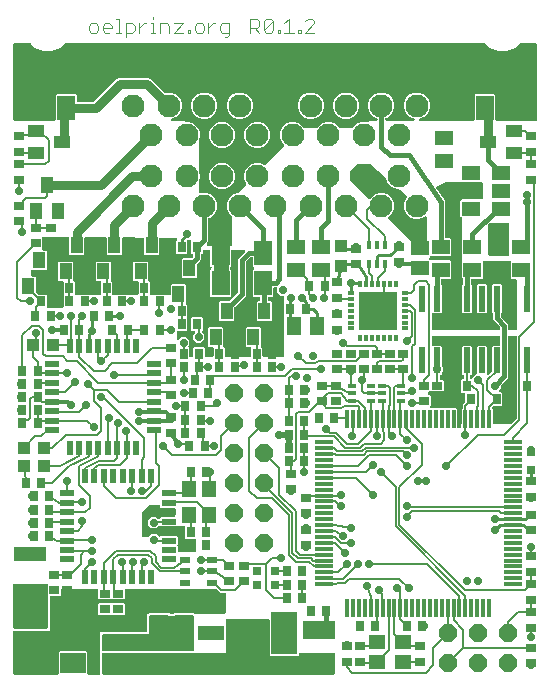
<source format=gtl>
G04 EAGLE Gerber RS-274X export*
G75*
%MOMM*%
%FSLAX34Y34*%
%LPD*%
%INTop Copper*%
%IPPOS*%
%AMOC8*
5,1,8,0,0,1.08239X$1,22.5*%
G01*
%ADD10C,0.101600*%
%ADD11R,0.700000X0.900000*%
%ADD12R,0.900000X0.700000*%
%ADD13R,1.000000X1.100000*%
%ADD14R,1.270000X0.558800*%
%ADD15R,0.558800X1.270000*%
%ADD16R,2.160000X1.780000*%
%ADD17R,0.800000X0.800000*%
%ADD18R,2.800000X1.200000*%
%ADD19R,1.200000X1.400000*%
%ADD20R,1.500000X1.300000*%
%ADD21R,2.400000X1.800000*%
%ADD22R,1.000000X1.400000*%
%ADD23R,0.600000X2.200000*%
%ADD24R,1.500000X0.350000*%
%ADD25R,0.350000X1.500000*%
%ADD26R,1.400000X1.200000*%
%ADD27C,1.950000*%
%ADD28R,1.500000X2.100000*%
%ADD29R,1.400000X1.000000*%
%ADD30R,1.600200X1.168400*%
%ADD31R,0.300000X0.600000*%
%ADD32R,0.600000X0.300000*%
%ADD33R,3.300000X3.300000*%
%ADD34P,1.649562X8X22.500000*%
%ADD35R,1.300000X1.500000*%
%ADD36R,0.400000X0.800000*%
%ADD37R,0.700000X0.300000*%
%ADD38R,2.235200X1.219200*%
%ADD39R,2.200000X3.600000*%
%ADD40R,2.700000X1.600000*%
%ADD41P,1.649562X8X292.500000*%
%ADD42R,0.900000X0.600000*%
%ADD43C,0.711200*%
%ADD44C,0.203200*%
%ADD45C,0.254000*%
%ADD46C,0.304800*%
%ADD47C,0.152400*%
%ADD48C,0.508000*%
%ADD49C,0.762000*%
%ADD50C,0.406400*%
%ADD51C,1.270000*%

G36*
X187383Y365705D02*
X187383Y365705D01*
X187441Y365704D01*
X187523Y365725D01*
X187607Y365737D01*
X187660Y365761D01*
X187716Y365776D01*
X187789Y365819D01*
X187866Y365853D01*
X187911Y365891D01*
X187961Y365921D01*
X188019Y365983D01*
X188083Y366037D01*
X188115Y366086D01*
X188155Y366128D01*
X188194Y366203D01*
X188241Y366274D01*
X188258Y366329D01*
X188285Y366381D01*
X188296Y366449D01*
X188326Y366545D01*
X188329Y366644D01*
X188340Y366713D01*
X188340Y390579D01*
X188328Y390665D01*
X188325Y390753D01*
X188308Y390805D01*
X188300Y390860D01*
X188265Y390940D01*
X188238Y391023D01*
X188210Y391062D01*
X188184Y391119D01*
X188088Y391233D01*
X188043Y391296D01*
X185657Y393682D01*
X183979Y397733D01*
X183979Y402117D01*
X185657Y406168D01*
X188757Y409268D01*
X192808Y410946D01*
X192886Y410946D01*
X192973Y410958D01*
X193060Y410961D01*
X193113Y410978D01*
X193167Y410986D01*
X193247Y411021D01*
X193331Y411048D01*
X193370Y411076D01*
X193427Y411102D01*
X193540Y411198D01*
X193604Y411243D01*
X200290Y417930D01*
X200291Y417931D01*
X200293Y417932D01*
X200379Y418047D01*
X200461Y418157D01*
X200462Y418158D01*
X200463Y418160D01*
X200513Y418293D01*
X200563Y418423D01*
X200563Y418424D01*
X200563Y418426D01*
X200575Y418570D01*
X200586Y418706D01*
X200586Y418707D01*
X200586Y418709D01*
X200582Y418725D01*
X200530Y418985D01*
X200516Y419012D01*
X200511Y419036D01*
X198979Y422733D01*
X198979Y427117D01*
X200657Y431168D01*
X203757Y434268D01*
X207808Y435946D01*
X212192Y435946D01*
X215889Y434414D01*
X215890Y434414D01*
X215892Y434413D01*
X216026Y434379D01*
X216164Y434344D01*
X216166Y434344D01*
X216167Y434343D01*
X216308Y434348D01*
X216448Y434352D01*
X216450Y434352D01*
X216451Y434352D01*
X216584Y434395D01*
X216719Y434438D01*
X216721Y434439D01*
X216722Y434440D01*
X216734Y434448D01*
X216955Y434597D01*
X216975Y434620D01*
X216995Y434635D01*
X232632Y450271D01*
X232646Y450290D01*
X232661Y450303D01*
X232678Y450329D01*
X232710Y450358D01*
X232752Y450431D01*
X232803Y450499D01*
X232818Y450539D01*
X232819Y450539D01*
X232820Y450542D01*
X232824Y450553D01*
X232853Y450604D01*
X232874Y450685D01*
X232904Y450764D01*
X232909Y450823D01*
X232924Y450879D01*
X232921Y450963D01*
X232928Y451048D01*
X232916Y451105D01*
X232914Y451163D01*
X232889Y451244D01*
X232872Y451326D01*
X232845Y451378D01*
X232827Y451434D01*
X232787Y451490D01*
X232741Y451579D01*
X232672Y451651D01*
X232632Y451707D01*
X230657Y453682D01*
X228979Y457733D01*
X228979Y462117D01*
X230657Y466168D01*
X233757Y469268D01*
X237808Y470946D01*
X242192Y470946D01*
X246243Y469268D01*
X249415Y466096D01*
X249417Y466092D01*
X249418Y466091D01*
X249419Y466089D01*
X249452Y466058D01*
X249486Y466025D01*
X249497Y466017D01*
X249521Y465994D01*
X249624Y465897D01*
X249625Y465896D01*
X249627Y465895D01*
X249753Y465830D01*
X249876Y465767D01*
X249878Y465766D01*
X249880Y465765D01*
X249898Y465762D01*
X250155Y465711D01*
X250186Y465714D01*
X250211Y465710D01*
X259789Y465710D01*
X259791Y465710D01*
X259793Y465710D01*
X259933Y465730D01*
X260071Y465750D01*
X260072Y465750D01*
X260074Y465751D01*
X260201Y465808D01*
X260330Y465866D01*
X260331Y465867D01*
X260333Y465868D01*
X260439Y465958D01*
X260547Y466050D01*
X260548Y466051D01*
X260550Y466052D01*
X260559Y466068D01*
X260563Y466074D01*
X263757Y469268D01*
X267808Y470946D01*
X272192Y470946D01*
X276243Y469268D01*
X279415Y466096D01*
X279417Y466092D01*
X279418Y466091D01*
X279419Y466089D01*
X279452Y466058D01*
X279486Y466025D01*
X279497Y466017D01*
X279521Y465994D01*
X279624Y465897D01*
X279625Y465896D01*
X279627Y465895D01*
X279753Y465830D01*
X279876Y465767D01*
X279878Y465766D01*
X279880Y465765D01*
X279898Y465762D01*
X280155Y465711D01*
X280186Y465714D01*
X280211Y465710D01*
X289789Y465710D01*
X289791Y465710D01*
X289793Y465710D01*
X289933Y465730D01*
X290071Y465750D01*
X290072Y465750D01*
X290074Y465751D01*
X290201Y465808D01*
X290330Y465866D01*
X290331Y465867D01*
X290333Y465868D01*
X290439Y465958D01*
X290547Y466050D01*
X290548Y466051D01*
X290550Y466052D01*
X290559Y466068D01*
X290563Y466074D01*
X293757Y469268D01*
X297808Y470946D01*
X302192Y470946D01*
X302919Y470645D01*
X302921Y470644D01*
X302922Y470643D01*
X303057Y470609D01*
X303194Y470574D01*
X303196Y470574D01*
X303198Y470573D01*
X303338Y470578D01*
X303479Y470582D01*
X303480Y470582D01*
X303482Y470582D01*
X303613Y470625D01*
X303749Y470668D01*
X303751Y470669D01*
X303752Y470670D01*
X303764Y470678D01*
X303985Y470827D01*
X304005Y470850D01*
X304025Y470865D01*
X305221Y472060D01*
X310682Y472060D01*
X310740Y472068D01*
X310798Y472066D01*
X310880Y472088D01*
X310964Y472100D01*
X311017Y472124D01*
X311073Y472138D01*
X311146Y472181D01*
X311223Y472216D01*
X311268Y472254D01*
X311318Y472284D01*
X311376Y472345D01*
X311440Y472400D01*
X311472Y472448D01*
X311512Y472491D01*
X311551Y472566D01*
X311598Y472636D01*
X311615Y472692D01*
X311642Y472744D01*
X311653Y472812D01*
X311683Y472907D01*
X311686Y473007D01*
X311697Y473075D01*
X311697Y473686D01*
X311697Y473687D01*
X311697Y473689D01*
X311677Y473827D01*
X311657Y473967D01*
X311657Y473969D01*
X311657Y473970D01*
X311602Y474090D01*
X311541Y474227D01*
X311540Y474228D01*
X311539Y474229D01*
X311449Y474336D01*
X311358Y474444D01*
X311356Y474445D01*
X311355Y474446D01*
X311342Y474454D01*
X311121Y474601D01*
X311092Y474611D01*
X311071Y474624D01*
X308757Y475582D01*
X305657Y478682D01*
X303979Y482733D01*
X303979Y487117D01*
X305657Y491168D01*
X308757Y494268D01*
X312808Y495946D01*
X317192Y495946D01*
X321243Y494268D01*
X324343Y491168D01*
X326021Y487117D01*
X326021Y482733D01*
X324343Y478682D01*
X321243Y475582D01*
X318929Y474624D01*
X318928Y474623D01*
X318927Y474623D01*
X318806Y474551D01*
X318685Y474479D01*
X318684Y474478D01*
X318682Y474477D01*
X318585Y474373D01*
X318489Y474273D01*
X318489Y474271D01*
X318488Y474270D01*
X318423Y474144D01*
X318359Y474020D01*
X318359Y474018D01*
X318358Y474017D01*
X318356Y474002D01*
X318304Y473741D01*
X318307Y473711D01*
X318303Y473686D01*
X318303Y473075D01*
X318311Y473017D01*
X318309Y472959D01*
X318331Y472877D01*
X318343Y472794D01*
X318366Y472740D01*
X318381Y472684D01*
X318424Y472611D01*
X318459Y472534D01*
X318497Y472489D01*
X318526Y472439D01*
X318588Y472381D01*
X318642Y472317D01*
X318691Y472285D01*
X318734Y472245D01*
X318809Y472206D01*
X318879Y472160D01*
X318935Y472142D01*
X318987Y472115D01*
X319055Y472104D01*
X319150Y472074D01*
X319250Y472071D01*
X319318Y472060D01*
X342157Y472060D01*
X342242Y472072D01*
X342328Y472074D01*
X342382Y472092D01*
X342438Y472100D01*
X342517Y472135D01*
X342599Y472161D01*
X342646Y472193D01*
X342698Y472216D01*
X342763Y472271D01*
X342835Y472319D01*
X342871Y472363D01*
X342915Y472400D01*
X342962Y472471D01*
X343018Y472537D01*
X343041Y472589D01*
X343072Y472636D01*
X343098Y472718D01*
X343133Y472797D01*
X343141Y472853D01*
X343158Y472907D01*
X343160Y472993D01*
X343172Y473078D01*
X343164Y473134D01*
X343165Y473191D01*
X343144Y473274D01*
X343131Y473360D01*
X343108Y473411D01*
X343094Y473466D01*
X343050Y473540D01*
X343014Y473619D01*
X342978Y473662D01*
X342948Y473711D01*
X342886Y473770D01*
X342830Y473835D01*
X342788Y473861D01*
X342741Y473905D01*
X342612Y473971D01*
X342545Y474013D01*
X338757Y475582D01*
X335657Y478682D01*
X333979Y482733D01*
X333979Y487117D01*
X335657Y491168D01*
X338757Y494268D01*
X342808Y495946D01*
X347192Y495946D01*
X351243Y494268D01*
X354343Y491168D01*
X356021Y487117D01*
X356021Y482733D01*
X354343Y478682D01*
X351243Y475582D01*
X347455Y474013D01*
X347381Y473969D01*
X347302Y473934D01*
X347259Y473897D01*
X347210Y473868D01*
X347151Y473806D01*
X347085Y473751D01*
X347054Y473703D01*
X347015Y473662D01*
X346975Y473585D01*
X346928Y473514D01*
X346910Y473460D01*
X346884Y473409D01*
X346868Y473325D01*
X346842Y473243D01*
X346840Y473186D01*
X346829Y473130D01*
X346837Y473045D01*
X346835Y472959D01*
X346849Y472904D01*
X346854Y472847D01*
X346885Y472767D01*
X346906Y472684D01*
X346935Y472635D01*
X346956Y472582D01*
X347008Y472513D01*
X347052Y472439D01*
X347093Y472400D01*
X347127Y472355D01*
X347196Y472304D01*
X347259Y472245D01*
X347310Y472219D01*
X347355Y472185D01*
X347436Y472154D01*
X347512Y472115D01*
X347561Y472107D01*
X347621Y472084D01*
X347766Y472073D01*
X347843Y472060D01*
X392902Y472060D01*
X392959Y472068D01*
X393018Y472066D01*
X393099Y472088D01*
X393183Y472100D01*
X393236Y472124D01*
X393293Y472138D01*
X393365Y472181D01*
X393442Y472216D01*
X393487Y472254D01*
X393537Y472284D01*
X393595Y472345D01*
X393659Y472400D01*
X393692Y472448D01*
X393732Y472491D01*
X393770Y472566D01*
X393817Y472636D01*
X393835Y472692D01*
X393861Y472744D01*
X393873Y472812D01*
X393903Y472907D01*
X393905Y473007D01*
X393917Y473075D01*
X393917Y493626D01*
X394661Y494371D01*
X410714Y494371D01*
X411458Y493626D01*
X411458Y473075D01*
X411466Y473017D01*
X411465Y472959D01*
X411486Y472877D01*
X411498Y472794D01*
X411522Y472740D01*
X411537Y472684D01*
X411580Y472611D01*
X411614Y472534D01*
X411652Y472489D01*
X411682Y472439D01*
X411744Y472381D01*
X411798Y472317D01*
X411847Y472285D01*
X411889Y472245D01*
X411964Y472206D01*
X412035Y472160D01*
X412090Y472142D01*
X412142Y472115D01*
X412210Y472104D01*
X412306Y472074D01*
X412405Y472071D01*
X412473Y472060D01*
X445809Y472060D01*
X445867Y472068D01*
X445925Y472066D01*
X446007Y472088D01*
X446091Y472100D01*
X446144Y472124D01*
X446200Y472138D01*
X446273Y472181D01*
X446350Y472216D01*
X446395Y472254D01*
X446445Y472284D01*
X446503Y472345D01*
X446567Y472400D01*
X446599Y472448D01*
X446639Y472491D01*
X446678Y472566D01*
X446725Y472636D01*
X446742Y472692D01*
X446769Y472744D01*
X446780Y472812D01*
X446810Y472907D01*
X446813Y473007D01*
X446824Y473075D01*
X446824Y536575D01*
X446816Y536633D01*
X446818Y536691D01*
X446796Y536773D01*
X446784Y536857D01*
X446761Y536910D01*
X446746Y536966D01*
X446703Y537039D01*
X446668Y537116D01*
X446630Y537161D01*
X446601Y537211D01*
X446539Y537269D01*
X446485Y537333D01*
X446436Y537365D01*
X446393Y537405D01*
X446318Y537444D01*
X446248Y537491D01*
X446192Y537508D01*
X446140Y537535D01*
X446072Y537546D01*
X445977Y537576D01*
X445877Y537579D01*
X445809Y537590D01*
X432513Y537590D01*
X432427Y537578D01*
X432339Y537575D01*
X432287Y537558D01*
X432232Y537550D01*
X432152Y537515D01*
X432069Y537488D01*
X432030Y537460D01*
X431973Y537434D01*
X431859Y537338D01*
X431796Y537293D01*
X428286Y533783D01*
X421287Y530884D01*
X413713Y530884D01*
X406714Y533783D01*
X403204Y537293D01*
X403135Y537345D01*
X403071Y537405D01*
X403021Y537431D01*
X402977Y537464D01*
X402896Y537495D01*
X402818Y537535D01*
X402770Y537543D01*
X402712Y537565D01*
X402564Y537577D01*
X402487Y537590D01*
X47513Y537590D01*
X47427Y537578D01*
X47339Y537575D01*
X47287Y537558D01*
X47232Y537550D01*
X47152Y537515D01*
X47069Y537488D01*
X47030Y537460D01*
X46973Y537434D01*
X46859Y537338D01*
X46796Y537293D01*
X43286Y533783D01*
X36287Y530884D01*
X28713Y530884D01*
X21714Y533783D01*
X18204Y537293D01*
X18135Y537345D01*
X18071Y537405D01*
X18021Y537431D01*
X17977Y537464D01*
X17896Y537495D01*
X17818Y537535D01*
X17770Y537543D01*
X17712Y537565D01*
X17564Y537577D01*
X17487Y537590D01*
X4191Y537590D01*
X4133Y537582D01*
X4075Y537584D01*
X3993Y537562D01*
X3909Y537550D01*
X3856Y537527D01*
X3800Y537512D01*
X3727Y537469D01*
X3650Y537434D01*
X3605Y537396D01*
X3555Y537367D01*
X3497Y537305D01*
X3433Y537251D01*
X3401Y537202D01*
X3361Y537159D01*
X3322Y537084D01*
X3275Y537014D01*
X3258Y536958D01*
X3231Y536906D01*
X3220Y536838D01*
X3190Y536743D01*
X3187Y536643D01*
X3176Y536575D01*
X3176Y473075D01*
X3184Y473017D01*
X3182Y472959D01*
X3204Y472877D01*
X3216Y472793D01*
X3239Y472740D01*
X3254Y472684D01*
X3297Y472611D01*
X3332Y472534D01*
X3370Y472489D01*
X3399Y472439D01*
X3461Y472381D01*
X3515Y472317D01*
X3564Y472285D01*
X3607Y472245D01*
X3682Y472206D01*
X3752Y472159D01*
X3808Y472142D01*
X3860Y472115D01*
X3928Y472104D01*
X4023Y472074D01*
X4123Y472071D01*
X4191Y472060D01*
X38377Y472060D01*
X38434Y472068D01*
X38493Y472066D01*
X38574Y472088D01*
X38658Y472100D01*
X38711Y472123D01*
X38768Y472138D01*
X38840Y472181D01*
X38917Y472216D01*
X38962Y472254D01*
X39012Y472283D01*
X39070Y472345D01*
X39134Y472399D01*
X39167Y472448D01*
X39207Y472491D01*
X39245Y472566D01*
X39292Y472636D01*
X39310Y472692D01*
X39336Y472744D01*
X39348Y472812D01*
X39378Y472907D01*
X39380Y473007D01*
X39392Y473075D01*
X39392Y493626D01*
X40136Y494371D01*
X56189Y494371D01*
X56933Y493626D01*
X56933Y488696D01*
X56941Y488638D01*
X56940Y488580D01*
X56961Y488498D01*
X56973Y488414D01*
X56997Y488361D01*
X57012Y488305D01*
X57055Y488232D01*
X57089Y488155D01*
X57127Y488110D01*
X57157Y488060D01*
X57219Y488002D01*
X57273Y487938D01*
X57322Y487906D01*
X57364Y487866D01*
X57439Y487827D01*
X57510Y487780D01*
X57565Y487763D01*
X57617Y487736D01*
X57685Y487725D01*
X57781Y487695D01*
X57880Y487692D01*
X57948Y487681D01*
X70500Y487681D01*
X70587Y487693D01*
X70674Y487696D01*
X70727Y487713D01*
X70781Y487721D01*
X70861Y487756D01*
X70944Y487783D01*
X70984Y487811D01*
X71041Y487837D01*
X71154Y487933D01*
X71218Y487978D01*
X90784Y507545D01*
X92652Y508318D01*
X117698Y508318D01*
X119566Y507545D01*
X131166Y495944D01*
X131167Y495943D01*
X131168Y495942D01*
X131238Y495890D01*
X131297Y495834D01*
X131344Y495810D01*
X131393Y495773D01*
X131395Y495773D01*
X131396Y495772D01*
X131486Y495738D01*
X131550Y495705D01*
X131591Y495698D01*
X131659Y495672D01*
X131661Y495672D01*
X131662Y495671D01*
X131807Y495660D01*
X131832Y495658D01*
X131882Y495649D01*
X131890Y495649D01*
X131906Y495651D01*
X131942Y495648D01*
X131944Y495649D01*
X131945Y495649D01*
X131961Y495652D01*
X132082Y495676D01*
X132172Y495689D01*
X132193Y495699D01*
X132221Y495704D01*
X132248Y495718D01*
X132273Y495724D01*
X132808Y495946D01*
X137192Y495946D01*
X141243Y494268D01*
X144343Y491168D01*
X146021Y487117D01*
X146021Y482733D01*
X144343Y478682D01*
X141243Y475582D01*
X137455Y474013D01*
X137381Y473969D01*
X137302Y473934D01*
X137259Y473897D01*
X137210Y473868D01*
X137151Y473806D01*
X137085Y473751D01*
X137054Y473703D01*
X137015Y473662D01*
X136975Y473585D01*
X136928Y473514D01*
X136910Y473460D01*
X136884Y473409D01*
X136868Y473325D01*
X136842Y473243D01*
X136840Y473186D01*
X136829Y473130D01*
X136837Y473045D01*
X136835Y472959D01*
X136849Y472904D01*
X136854Y472847D01*
X136885Y472767D01*
X136906Y472684D01*
X136935Y472635D01*
X136956Y472582D01*
X137008Y472513D01*
X137052Y472439D01*
X137093Y472400D01*
X137127Y472355D01*
X137196Y472304D01*
X137259Y472245D01*
X137310Y472219D01*
X137355Y472185D01*
X137436Y472154D01*
X137512Y472115D01*
X137561Y472107D01*
X137621Y472084D01*
X137766Y472073D01*
X137843Y472060D01*
X148804Y472060D01*
X149621Y471243D01*
X149691Y471191D01*
X149755Y471131D01*
X149804Y471105D01*
X149848Y471072D01*
X149930Y471041D01*
X150008Y471001D01*
X150055Y470993D01*
X150114Y470971D01*
X150262Y470959D01*
X150339Y470946D01*
X152192Y470946D01*
X156243Y469268D01*
X159343Y466168D01*
X161021Y462117D01*
X161021Y457733D01*
X160987Y457651D01*
X160979Y457622D01*
X160965Y457594D01*
X160952Y457517D01*
X160916Y457376D01*
X160918Y457312D01*
X160910Y457263D01*
X160910Y427587D01*
X160914Y427556D01*
X160912Y427526D01*
X160929Y427449D01*
X160950Y427306D01*
X160976Y427247D01*
X160987Y427199D01*
X161021Y427117D01*
X161021Y422733D01*
X160987Y422651D01*
X160979Y422622D01*
X160965Y422594D01*
X160952Y422517D01*
X160916Y422376D01*
X160918Y422312D01*
X160910Y422263D01*
X160910Y411679D01*
X160926Y411565D01*
X160936Y411451D01*
X160946Y411425D01*
X160950Y411397D01*
X160996Y411293D01*
X161038Y411185D01*
X161055Y411163D01*
X161066Y411138D01*
X161140Y411050D01*
X161209Y410959D01*
X161232Y410942D01*
X161250Y410921D01*
X161345Y410857D01*
X161437Y410789D01*
X161463Y410779D01*
X161486Y410763D01*
X161596Y410729D01*
X161703Y410688D01*
X161731Y410686D01*
X161757Y410678D01*
X161872Y410675D01*
X161986Y410666D01*
X162011Y410671D01*
X162041Y410670D01*
X162299Y410738D01*
X162314Y410741D01*
X162808Y410946D01*
X167192Y410946D01*
X171243Y409268D01*
X174343Y406168D01*
X176021Y402117D01*
X176021Y397733D01*
X174343Y393682D01*
X171243Y390582D01*
X168929Y389624D01*
X168928Y389623D01*
X168927Y389623D01*
X168806Y389551D01*
X168685Y389479D01*
X168684Y389478D01*
X168682Y389477D01*
X168585Y389373D01*
X168489Y389273D01*
X168489Y389271D01*
X168488Y389270D01*
X168423Y389144D01*
X168359Y389020D01*
X168359Y389018D01*
X168358Y389017D01*
X168356Y389002D01*
X168304Y388741D01*
X168307Y388711D01*
X168303Y388686D01*
X168303Y369857D01*
X167557Y369111D01*
X167505Y369042D01*
X167445Y368978D01*
X167419Y368928D01*
X167386Y368884D01*
X167355Y368802D01*
X167315Y368725D01*
X167307Y368677D01*
X167285Y368618D01*
X167273Y368471D01*
X167260Y368393D01*
X167260Y366713D01*
X167268Y366655D01*
X167266Y366596D01*
X167288Y366515D01*
X167300Y366431D01*
X167324Y366378D01*
X167338Y366321D01*
X167381Y366249D01*
X167416Y366172D01*
X167454Y366127D01*
X167484Y366077D01*
X167545Y366019D01*
X167600Y365955D01*
X167648Y365922D01*
X167691Y365882D01*
X167766Y365844D01*
X167836Y365797D01*
X167892Y365779D01*
X167944Y365753D01*
X168012Y365741D01*
X168107Y365711D01*
X168207Y365709D01*
X168275Y365697D01*
X187325Y365697D01*
X187383Y365705D01*
G37*
G36*
X154759Y272043D02*
X154759Y272043D01*
X154818Y272041D01*
X154899Y272063D01*
X154983Y272075D01*
X155036Y272099D01*
X155093Y272113D01*
X155165Y272156D01*
X155242Y272191D01*
X155287Y272229D01*
X155337Y272259D01*
X155395Y272320D01*
X155459Y272375D01*
X155492Y272423D01*
X155532Y272466D01*
X155570Y272541D01*
X155617Y272611D01*
X155635Y272667D01*
X155661Y272719D01*
X155673Y272787D01*
X155703Y272882D01*
X155705Y272982D01*
X155717Y273050D01*
X155717Y279664D01*
X156461Y280408D01*
X164514Y280408D01*
X165258Y279664D01*
X165258Y273050D01*
X165266Y272992D01*
X165265Y272934D01*
X165286Y272852D01*
X165298Y272769D01*
X165322Y272715D01*
X165337Y272659D01*
X165380Y272586D01*
X165414Y272509D01*
X165452Y272464D01*
X165482Y272414D01*
X165544Y272356D01*
X165598Y272292D01*
X165647Y272260D01*
X165689Y272220D01*
X165764Y272181D01*
X165835Y272135D01*
X165890Y272117D01*
X165942Y272090D01*
X166010Y272079D01*
X166106Y272049D01*
X166205Y272046D01*
X166273Y272035D01*
X171864Y272035D01*
X171922Y272043D01*
X171980Y272041D01*
X172062Y272063D01*
X172146Y272075D01*
X172199Y272099D01*
X172255Y272113D01*
X172328Y272156D01*
X172405Y272191D01*
X172450Y272229D01*
X172500Y272259D01*
X172558Y272320D01*
X172622Y272375D01*
X172654Y272423D01*
X172694Y272466D01*
X172733Y272541D01*
X172780Y272611D01*
X172797Y272667D01*
X172824Y272719D01*
X172835Y272787D01*
X172865Y272882D01*
X172868Y272982D01*
X172879Y273050D01*
X172879Y279752D01*
X172871Y279809D01*
X172873Y279868D01*
X172851Y279949D01*
X172839Y280033D01*
X172816Y280086D01*
X172801Y280143D01*
X172758Y280215D01*
X172723Y280292D01*
X172685Y280337D01*
X172656Y280387D01*
X172594Y280445D01*
X172540Y280509D01*
X172491Y280542D01*
X172448Y280582D01*
X172373Y280620D01*
X172303Y280667D01*
X172247Y280685D01*
X172195Y280711D01*
X172127Y280723D01*
X172032Y280753D01*
X171932Y280755D01*
X171864Y280767D01*
X169124Y280767D01*
X168379Y281511D01*
X168379Y296564D01*
X169124Y297308D01*
X180176Y297308D01*
X180921Y296564D01*
X180921Y281423D01*
X180929Y281366D01*
X180927Y281307D01*
X180949Y281226D01*
X180961Y281142D01*
X180984Y281089D01*
X180999Y281032D01*
X181042Y280960D01*
X181077Y280883D01*
X181115Y280838D01*
X181144Y280788D01*
X181206Y280730D01*
X181260Y280666D01*
X181309Y280633D01*
X181352Y280593D01*
X181427Y280555D01*
X181497Y280508D01*
X181553Y280490D01*
X181605Y280464D01*
X181624Y280461D01*
X182421Y279664D01*
X182421Y273050D01*
X182429Y272992D01*
X182427Y272934D01*
X182449Y272852D01*
X182461Y272769D01*
X182484Y272715D01*
X182499Y272659D01*
X182542Y272586D01*
X182577Y272509D01*
X182615Y272464D01*
X182644Y272414D01*
X182706Y272356D01*
X182760Y272292D01*
X182809Y272260D01*
X182852Y272220D01*
X182927Y272181D01*
X182997Y272135D01*
X183053Y272117D01*
X183105Y272090D01*
X183173Y272079D01*
X183268Y272049D01*
X183368Y272046D01*
X183436Y272035D01*
X203614Y272035D01*
X203672Y272043D01*
X203730Y272041D01*
X203812Y272063D01*
X203896Y272075D01*
X203949Y272099D01*
X204005Y272113D01*
X204078Y272156D01*
X204155Y272191D01*
X204200Y272229D01*
X204250Y272259D01*
X204308Y272320D01*
X204372Y272375D01*
X204404Y272423D01*
X204444Y272466D01*
X204483Y272541D01*
X204530Y272611D01*
X204547Y272667D01*
X204574Y272719D01*
X204585Y272787D01*
X204615Y272882D01*
X204618Y272982D01*
X204629Y273050D01*
X204629Y279752D01*
X204621Y279809D01*
X204623Y279868D01*
X204601Y279949D01*
X204589Y280033D01*
X204566Y280086D01*
X204551Y280143D01*
X204508Y280215D01*
X204473Y280292D01*
X204435Y280337D01*
X204406Y280387D01*
X204344Y280445D01*
X204290Y280509D01*
X204241Y280542D01*
X204198Y280582D01*
X204123Y280620D01*
X204053Y280667D01*
X203997Y280685D01*
X203945Y280711D01*
X203877Y280723D01*
X203782Y280753D01*
X203682Y280755D01*
X203614Y280767D01*
X200874Y280767D01*
X200129Y281511D01*
X200129Y296564D01*
X200874Y297308D01*
X211926Y297308D01*
X212671Y296564D01*
X212671Y281423D01*
X212679Y281366D01*
X212677Y281307D01*
X212699Y281226D01*
X212711Y281142D01*
X212734Y281089D01*
X212749Y281032D01*
X212792Y280960D01*
X212827Y280883D01*
X212865Y280838D01*
X212894Y280788D01*
X212956Y280730D01*
X213010Y280666D01*
X213059Y280633D01*
X213102Y280593D01*
X213177Y280555D01*
X213247Y280508D01*
X213303Y280490D01*
X213355Y280464D01*
X213374Y280461D01*
X214171Y279664D01*
X214171Y273050D01*
X214179Y272992D01*
X214177Y272934D01*
X214199Y272852D01*
X214211Y272769D01*
X214234Y272715D01*
X214249Y272659D01*
X214292Y272586D01*
X214327Y272509D01*
X214365Y272464D01*
X214394Y272414D01*
X214456Y272356D01*
X214510Y272292D01*
X214559Y272260D01*
X214602Y272220D01*
X214677Y272181D01*
X214747Y272135D01*
X214803Y272117D01*
X214855Y272090D01*
X214923Y272079D01*
X215018Y272049D01*
X215118Y272046D01*
X215186Y272035D01*
X231775Y272035D01*
X231833Y272043D01*
X231891Y272041D01*
X231973Y272063D01*
X232057Y272075D01*
X232110Y272099D01*
X232166Y272113D01*
X232239Y272156D01*
X232316Y272191D01*
X232361Y272229D01*
X232411Y272259D01*
X232469Y272320D01*
X232533Y272375D01*
X232565Y272423D01*
X232605Y272466D01*
X232644Y272541D01*
X232691Y272611D01*
X232708Y272667D01*
X232735Y272719D01*
X232746Y272787D01*
X232776Y272882D01*
X232779Y272982D01*
X232790Y273050D01*
X232790Y322771D01*
X232782Y322828D01*
X232784Y322887D01*
X232762Y322968D01*
X232750Y323052D01*
X232727Y323105D01*
X232712Y323162D01*
X232669Y323234D01*
X232634Y323311D01*
X232596Y323356D01*
X232567Y323406D01*
X232505Y323464D01*
X232451Y323528D01*
X232402Y323561D01*
X232359Y323601D01*
X232284Y323639D01*
X232214Y323686D01*
X232158Y323704D01*
X232106Y323730D01*
X232038Y323742D01*
X231943Y323772D01*
X231843Y323774D01*
X231775Y323786D01*
X229776Y323786D01*
X226948Y326613D01*
X226948Y330645D01*
X226940Y330702D01*
X226942Y330761D01*
X226920Y330842D01*
X226908Y330926D01*
X226885Y330979D01*
X226870Y331036D01*
X226827Y331108D01*
X226792Y331185D01*
X226754Y331230D01*
X226725Y331280D01*
X226663Y331338D01*
X226609Y331402D01*
X226560Y331435D01*
X226517Y331475D01*
X226442Y331513D01*
X226372Y331560D01*
X226316Y331578D01*
X226264Y331604D01*
X226196Y331616D01*
X226101Y331646D01*
X226001Y331648D01*
X225933Y331660D01*
X224636Y331660D01*
X224578Y331652D01*
X224520Y331653D01*
X224438Y331632D01*
X224354Y331620D01*
X224301Y331596D01*
X224245Y331581D01*
X224172Y331538D01*
X224095Y331504D01*
X224050Y331466D01*
X224000Y331436D01*
X223942Y331374D01*
X223878Y331320D01*
X223846Y331271D01*
X223806Y331229D01*
X223767Y331154D01*
X223720Y331083D01*
X223703Y331028D01*
X223676Y330976D01*
X223665Y330908D01*
X223635Y330812D01*
X223632Y330713D01*
X223621Y330645D01*
X223621Y323936D01*
X222876Y323192D01*
X220218Y323192D01*
X220160Y323184D01*
X220102Y323185D01*
X220020Y323164D01*
X219936Y323152D01*
X219883Y323128D01*
X219827Y323113D01*
X219754Y323070D01*
X219677Y323036D01*
X219632Y322998D01*
X219582Y322968D01*
X219524Y322906D01*
X219460Y322852D01*
X219428Y322803D01*
X219388Y322761D01*
X219349Y322686D01*
X219302Y322615D01*
X219285Y322560D01*
X219258Y322508D01*
X219247Y322440D01*
X219217Y322344D01*
X219214Y322245D01*
X219203Y322177D01*
X219203Y320323D01*
X219211Y320266D01*
X219209Y320207D01*
X219231Y320126D01*
X219243Y320042D01*
X219266Y319989D01*
X219281Y319932D01*
X219324Y319860D01*
X219359Y319783D01*
X219397Y319738D01*
X219426Y319688D01*
X219488Y319630D01*
X219542Y319566D01*
X219591Y319533D01*
X219634Y319493D01*
X219709Y319455D01*
X219779Y319408D01*
X219835Y319390D01*
X219887Y319364D01*
X219955Y319352D01*
X220050Y319322D01*
X220150Y319320D01*
X220218Y319308D01*
X221426Y319308D01*
X222171Y318564D01*
X222171Y303511D01*
X221426Y302767D01*
X210374Y302767D01*
X209629Y303511D01*
X209629Y318564D01*
X210374Y319308D01*
X211582Y319308D01*
X211640Y319316D01*
X211698Y319315D01*
X211780Y319336D01*
X211864Y319348D01*
X211917Y319372D01*
X211973Y319387D01*
X212046Y319430D01*
X212123Y319464D01*
X212168Y319502D01*
X212218Y319532D01*
X212276Y319594D01*
X212340Y319648D01*
X212372Y319697D01*
X212412Y319739D01*
X212451Y319814D01*
X212498Y319885D01*
X212515Y319940D01*
X212542Y319992D01*
X212553Y320060D01*
X212583Y320156D01*
X212586Y320255D01*
X212597Y320323D01*
X212597Y322177D01*
X212589Y322234D01*
X212591Y322293D01*
X212569Y322374D01*
X212557Y322458D01*
X212534Y322511D01*
X212519Y322568D01*
X212476Y322640D01*
X212441Y322717D01*
X212403Y322762D01*
X212374Y322812D01*
X212312Y322870D01*
X212258Y322934D01*
X212209Y322967D01*
X212166Y323007D01*
X212091Y323045D01*
X212021Y323092D01*
X211965Y323110D01*
X211913Y323136D01*
X211845Y323148D01*
X211750Y323178D01*
X211650Y323180D01*
X211582Y323192D01*
X206824Y323192D01*
X206079Y323936D01*
X206079Y345989D01*
X207035Y346945D01*
X207070Y346991D01*
X207113Y347032D01*
X207155Y347104D01*
X207206Y347172D01*
X207227Y347226D01*
X207256Y347277D01*
X207277Y347359D01*
X207307Y347437D01*
X207312Y347496D01*
X207326Y347552D01*
X207324Y347637D01*
X207331Y347721D01*
X207319Y347778D01*
X207317Y347837D01*
X207291Y347917D01*
X207275Y348000D01*
X207248Y348051D01*
X207230Y348107D01*
X207190Y348163D01*
X207144Y348252D01*
X207075Y348324D01*
X207035Y348380D01*
X206079Y349336D01*
X206079Y356045D01*
X206071Y356102D01*
X206073Y356161D01*
X206051Y356242D01*
X206039Y356326D01*
X206016Y356379D01*
X206001Y356436D01*
X205958Y356508D01*
X205923Y356585D01*
X205885Y356630D01*
X205856Y356680D01*
X205794Y356738D01*
X205740Y356802D01*
X205691Y356835D01*
X205648Y356875D01*
X205573Y356913D01*
X205503Y356960D01*
X205447Y356978D01*
X205395Y357004D01*
X205327Y357016D01*
X205232Y357046D01*
X205132Y357048D01*
X205064Y357060D01*
X204989Y357060D01*
X204902Y357048D01*
X204815Y357045D01*
X204762Y357028D01*
X204707Y357020D01*
X204627Y356984D01*
X204544Y356957D01*
X204505Y356929D01*
X204448Y356904D01*
X204334Y356808D01*
X204271Y356762D01*
X200450Y352942D01*
X200437Y352925D01*
X200426Y352915D01*
X200396Y352870D01*
X200338Y352808D01*
X200312Y352759D01*
X200279Y352715D01*
X200248Y352633D01*
X200208Y352555D01*
X200200Y352507D01*
X200178Y352449D01*
X200166Y352301D01*
X200153Y352224D01*
X200153Y324069D01*
X190718Y314635D01*
X190666Y314565D01*
X190606Y314501D01*
X190580Y314452D01*
X190547Y314408D01*
X190516Y314326D01*
X190476Y314248D01*
X190468Y314200D01*
X190446Y314142D01*
X190434Y313994D01*
X190421Y313917D01*
X190421Y303511D01*
X189676Y302767D01*
X178624Y302767D01*
X177879Y303511D01*
X177879Y318564D01*
X178624Y319308D01*
X185629Y319308D01*
X185716Y319320D01*
X185803Y319323D01*
X185856Y319340D01*
X185911Y319348D01*
X185991Y319384D01*
X186074Y319411D01*
X186113Y319439D01*
X186170Y319464D01*
X186284Y319560D01*
X186347Y319606D01*
X193250Y326508D01*
X193302Y326578D01*
X193362Y326642D01*
X193388Y326691D01*
X193421Y326735D01*
X193452Y326817D01*
X193492Y326895D01*
X193500Y326943D01*
X193522Y327001D01*
X193534Y327149D01*
X193547Y327226D01*
X193547Y355381D01*
X199399Y361232D01*
X199416Y361256D01*
X199439Y361275D01*
X199502Y361369D01*
X199570Y361459D01*
X199580Y361487D01*
X199596Y361511D01*
X199631Y361619D01*
X199671Y361725D01*
X199673Y361754D01*
X199682Y361782D01*
X199685Y361896D01*
X199695Y362008D01*
X199689Y362037D01*
X199690Y362066D01*
X199661Y362176D01*
X199639Y362287D01*
X199625Y362313D01*
X199618Y362341D01*
X199560Y362439D01*
X199508Y362539D01*
X199487Y362561D01*
X199472Y362586D01*
X199390Y362663D01*
X199312Y362745D01*
X199287Y362760D01*
X199265Y362780D01*
X199164Y362832D01*
X199067Y362889D01*
X199038Y362896D01*
X199012Y362910D01*
X198935Y362923D01*
X198791Y362959D01*
X198729Y362957D01*
X198681Y362965D01*
X188636Y362965D01*
X188578Y362957D01*
X188520Y362959D01*
X188438Y362937D01*
X188354Y362925D01*
X188301Y362902D01*
X188245Y362887D01*
X188172Y362844D01*
X188095Y362809D01*
X188050Y362771D01*
X188000Y362742D01*
X187942Y362680D01*
X187878Y362626D01*
X187846Y362577D01*
X187806Y362534D01*
X187767Y362459D01*
X187720Y362389D01*
X187703Y362333D01*
X187676Y362281D01*
X187665Y362213D01*
X187635Y362118D01*
X187632Y362018D01*
X187621Y361950D01*
X187621Y349336D01*
X186768Y348483D01*
X186716Y348414D01*
X186656Y348350D01*
X186630Y348300D01*
X186597Y348256D01*
X186566Y348175D01*
X186526Y348097D01*
X186518Y348049D01*
X186496Y347991D01*
X186484Y347843D01*
X186471Y347766D01*
X186471Y347559D01*
X186483Y347473D01*
X186486Y347385D01*
X186503Y347333D01*
X186511Y347278D01*
X186546Y347198D01*
X186573Y347115D01*
X186601Y347076D01*
X186627Y347018D01*
X186723Y346905D01*
X186768Y346842D01*
X187621Y345989D01*
X187621Y323936D01*
X186876Y323192D01*
X170824Y323192D01*
X170079Y323936D01*
X170079Y345989D01*
X170932Y346842D01*
X170984Y346911D01*
X171044Y346975D01*
X171070Y347025D01*
X171103Y347069D01*
X171134Y347150D01*
X171174Y347228D01*
X171182Y347276D01*
X171204Y347334D01*
X171216Y347482D01*
X171229Y347559D01*
X171229Y347766D01*
X171217Y347852D01*
X171214Y347940D01*
X171197Y347992D01*
X171189Y348047D01*
X171154Y348127D01*
X171127Y348210D01*
X171099Y348249D01*
X171073Y348307D01*
X170977Y348420D01*
X170932Y348483D01*
X170079Y349336D01*
X170079Y361950D01*
X170071Y362008D01*
X170073Y362066D01*
X170051Y362148D01*
X170039Y362232D01*
X170016Y362285D01*
X170001Y362341D01*
X169958Y362414D01*
X169923Y362491D01*
X169885Y362536D01*
X169856Y362586D01*
X169794Y362644D01*
X169740Y362708D01*
X169691Y362740D01*
X169648Y362780D01*
X169573Y362819D01*
X169503Y362866D01*
X169447Y362883D01*
X169395Y362910D01*
X169327Y362921D01*
X169232Y362951D01*
X169132Y362954D01*
X169064Y362965D01*
X164686Y362965D01*
X164628Y362957D01*
X164570Y362959D01*
X164488Y362937D01*
X164404Y362925D01*
X164351Y362902D01*
X164295Y362887D01*
X164222Y362844D01*
X164145Y362809D01*
X164100Y362771D01*
X164050Y362742D01*
X163992Y362680D01*
X163928Y362626D01*
X163896Y362577D01*
X163856Y362534D01*
X163817Y362459D01*
X163770Y362389D01*
X163753Y362333D01*
X163726Y362281D01*
X163715Y362213D01*
X163685Y362118D01*
X163682Y362018D01*
X163671Y361950D01*
X163671Y360099D01*
X162855Y359283D01*
X162827Y359276D01*
X162754Y359233D01*
X162677Y359198D01*
X162632Y359160D01*
X162582Y359131D01*
X162524Y359069D01*
X162460Y359015D01*
X162428Y358966D01*
X162388Y358923D01*
X162349Y358848D01*
X162302Y358778D01*
X162285Y358722D01*
X162258Y358670D01*
X162247Y358602D01*
X162217Y358507D01*
X162214Y358407D01*
X162203Y358339D01*
X162203Y354382D01*
X158968Y351147D01*
X158916Y351078D01*
X158856Y351014D01*
X158830Y350964D01*
X158797Y350920D01*
X158766Y350838D01*
X158726Y350760D01*
X158718Y350713D01*
X158696Y350654D01*
X158684Y350507D01*
X158671Y350429D01*
X158671Y340024D01*
X157926Y339279D01*
X146874Y339279D01*
X146129Y340024D01*
X146129Y355076D01*
X146874Y355821D01*
X153879Y355821D01*
X153966Y355833D01*
X154053Y355836D01*
X154106Y355853D01*
X154161Y355861D01*
X154241Y355896D01*
X154324Y355923D01*
X154363Y355951D01*
X154420Y355977D01*
X154534Y356073D01*
X154597Y356118D01*
X155300Y356821D01*
X155352Y356890D01*
X155412Y356954D01*
X155438Y357004D01*
X155471Y357048D01*
X155502Y357130D01*
X155542Y357208D01*
X155550Y357255D01*
X155572Y357314D01*
X155584Y357461D01*
X155597Y357539D01*
X155597Y358339D01*
X155589Y358396D01*
X155591Y358447D01*
X155590Y358448D01*
X155591Y358455D01*
X155569Y358537D01*
X155557Y358621D01*
X155534Y358674D01*
X155519Y358730D01*
X155476Y358803D01*
X155441Y358880D01*
X155403Y358925D01*
X155374Y358975D01*
X155312Y359033D01*
X155258Y359097D01*
X155209Y359129D01*
X155166Y359169D01*
X155091Y359208D01*
X155021Y359255D01*
X154965Y359272D01*
X154946Y359282D01*
X154129Y360099D01*
X154129Y370396D01*
X154121Y370453D01*
X154123Y370512D01*
X154101Y370593D01*
X154089Y370677D01*
X154066Y370730D01*
X154051Y370787D01*
X154008Y370859D01*
X153973Y370936D01*
X153935Y370981D01*
X153906Y371031D01*
X153844Y371089D01*
X153790Y371153D01*
X153741Y371186D01*
X153698Y371226D01*
X153623Y371264D01*
X153553Y371311D01*
X153497Y371329D01*
X153445Y371355D01*
X153377Y371367D01*
X153282Y371397D01*
X153182Y371399D01*
X153114Y371411D01*
X151686Y371411D01*
X151628Y371403D01*
X151570Y371404D01*
X151488Y371383D01*
X151404Y371371D01*
X151351Y371347D01*
X151295Y371332D01*
X151222Y371289D01*
X151145Y371255D01*
X151100Y371217D01*
X151050Y371187D01*
X150992Y371125D01*
X150928Y371071D01*
X150896Y371022D01*
X150856Y370980D01*
X150817Y370905D01*
X150770Y370834D01*
X150753Y370779D01*
X150726Y370727D01*
X150715Y370659D01*
X150685Y370563D01*
X150682Y370464D01*
X150671Y370396D01*
X150671Y360099D01*
X149926Y359354D01*
X141874Y359354D01*
X141129Y360099D01*
X141129Y370151D01*
X141965Y370987D01*
X141979Y371006D01*
X141997Y371021D01*
X142064Y371119D01*
X142136Y371214D01*
X142144Y371236D01*
X142157Y371256D01*
X142195Y371369D01*
X142237Y371480D01*
X142239Y371503D01*
X142246Y371526D01*
X142251Y371645D01*
X142260Y371763D01*
X142256Y371786D01*
X142257Y371810D01*
X142228Y371925D01*
X142205Y372042D01*
X142194Y372063D01*
X142188Y372086D01*
X142128Y372189D01*
X142074Y372294D01*
X142057Y372311D01*
X142045Y372332D01*
X141960Y372414D01*
X141878Y372500D01*
X141857Y372512D01*
X141840Y372529D01*
X141735Y372584D01*
X141633Y372644D01*
X141610Y372650D01*
X141589Y372661D01*
X141513Y372674D01*
X141357Y372714D01*
X141301Y372712D01*
X141258Y372720D01*
X127947Y372868D01*
X127884Y372860D01*
X127820Y372861D01*
X127743Y372841D01*
X127665Y372831D01*
X127607Y372806D01*
X127545Y372789D01*
X127477Y372749D01*
X127405Y372718D01*
X127355Y372677D01*
X127300Y372644D01*
X127246Y372587D01*
X127186Y372537D01*
X127150Y372484D01*
X127106Y372437D01*
X127070Y372367D01*
X127025Y372302D01*
X127005Y372241D01*
X126976Y372184D01*
X126965Y372119D01*
X126937Y372032D01*
X126933Y371924D01*
X126921Y371853D01*
X126921Y359074D01*
X126176Y358329D01*
X115124Y358329D01*
X114379Y359074D01*
X114379Y372015D01*
X114372Y372067D01*
X114374Y372120D01*
X114352Y372207D01*
X114339Y372296D01*
X114318Y372344D01*
X114305Y372396D01*
X114260Y372474D01*
X114223Y372555D01*
X114189Y372596D01*
X114163Y372642D01*
X114098Y372704D01*
X114040Y372772D01*
X113996Y372802D01*
X113957Y372838D01*
X113878Y372880D01*
X113803Y372930D01*
X113752Y372946D01*
X113706Y372971D01*
X113635Y372983D01*
X113532Y373016D01*
X113440Y373018D01*
X113375Y373030D01*
X96197Y373221D01*
X96134Y373212D01*
X96070Y373214D01*
X95993Y373194D01*
X95915Y373184D01*
X95857Y373158D01*
X95795Y373142D01*
X95727Y373102D01*
X95655Y373071D01*
X95605Y373030D01*
X95550Y372997D01*
X95496Y372939D01*
X95436Y372889D01*
X95400Y372836D01*
X95356Y372790D01*
X95320Y372719D01*
X95275Y372654D01*
X95255Y372594D01*
X95226Y372536D01*
X95215Y372472D01*
X95187Y372384D01*
X95183Y372277D01*
X95171Y372205D01*
X95171Y359074D01*
X94426Y358329D01*
X83374Y358329D01*
X82629Y359074D01*
X82629Y372367D01*
X82622Y372420D01*
X82624Y372472D01*
X82602Y372560D01*
X82589Y372649D01*
X82568Y372697D01*
X82555Y372748D01*
X82510Y372826D01*
X82473Y372908D01*
X82439Y372949D01*
X82413Y372994D01*
X82348Y373057D01*
X82290Y373125D01*
X82246Y373155D01*
X82207Y373191D01*
X82128Y373233D01*
X82053Y373283D01*
X82002Y373299D01*
X81956Y373323D01*
X81885Y373336D01*
X81782Y373369D01*
X81690Y373371D01*
X81625Y373383D01*
X64447Y373573D01*
X64384Y373565D01*
X64320Y373567D01*
X64243Y373547D01*
X64165Y373537D01*
X64107Y373511D01*
X64045Y373495D01*
X63977Y373455D01*
X63905Y373423D01*
X63855Y373382D01*
X63800Y373350D01*
X63746Y373292D01*
X63686Y373242D01*
X63650Y373189D01*
X63606Y373142D01*
X63570Y373072D01*
X63525Y373007D01*
X63505Y372946D01*
X63476Y372889D01*
X63465Y372825D01*
X63437Y372737D01*
X63436Y372716D01*
X63435Y372712D01*
X63433Y372629D01*
X63421Y372558D01*
X63421Y359074D01*
X62676Y358329D01*
X51624Y358329D01*
X50879Y359074D01*
X50879Y372720D01*
X50872Y372772D01*
X50874Y372825D01*
X50852Y372913D01*
X50839Y373002D01*
X50818Y373050D01*
X50805Y373101D01*
X50760Y373179D01*
X50723Y373261D01*
X50689Y373301D01*
X50663Y373347D01*
X50598Y373409D01*
X50540Y373478D01*
X50496Y373507D01*
X50457Y373544D01*
X50378Y373586D01*
X50303Y373636D01*
X50252Y373652D01*
X50206Y373676D01*
X50135Y373689D01*
X50032Y373721D01*
X49940Y373724D01*
X49875Y373735D01*
X28663Y373971D01*
X28629Y373966D01*
X28594Y373969D01*
X28488Y373948D01*
X28381Y373934D01*
X28349Y373920D01*
X28315Y373913D01*
X28219Y373864D01*
X28121Y373821D01*
X28094Y373799D01*
X28063Y373782D01*
X27984Y373708D01*
X27902Y373640D01*
X27882Y373611D01*
X27857Y373587D01*
X27802Y373494D01*
X27741Y373405D01*
X27731Y373372D01*
X27713Y373341D01*
X27686Y373237D01*
X27653Y373135D01*
X27651Y373100D01*
X27643Y373066D01*
X27646Y372958D01*
X27642Y372851D01*
X27651Y372817D01*
X27652Y372782D01*
X27685Y372679D01*
X27711Y372575D01*
X27729Y372544D01*
X27739Y372511D01*
X27785Y372448D01*
X27854Y372329D01*
X27904Y372281D01*
X27934Y372238D01*
X27996Y372176D01*
X27996Y364124D01*
X27776Y363904D01*
X27758Y363880D01*
X27736Y363861D01*
X27673Y363767D01*
X27605Y363677D01*
X27595Y363649D01*
X27578Y363625D01*
X27544Y363517D01*
X27504Y363411D01*
X27501Y363382D01*
X27493Y363354D01*
X27490Y363241D01*
X27480Y363128D01*
X27486Y363099D01*
X27485Y363070D01*
X27514Y362960D01*
X27536Y362849D01*
X27550Y362823D01*
X27557Y362795D01*
X27615Y362697D01*
X27667Y362597D01*
X27687Y362575D01*
X27702Y362550D01*
X27785Y362473D01*
X27863Y362391D01*
X27888Y362376D01*
X27910Y362356D01*
X28010Y362304D01*
X28108Y362247D01*
X28137Y362240D01*
X28163Y362226D01*
X28240Y362213D01*
X28384Y362177D01*
X28446Y362179D01*
X28494Y362171D01*
X30926Y362171D01*
X31671Y361426D01*
X31671Y346374D01*
X30926Y345629D01*
X19874Y345629D01*
X19768Y345735D01*
X19744Y345753D01*
X19726Y345775D01*
X19631Y345838D01*
X19541Y345906D01*
X19513Y345916D01*
X19489Y345933D01*
X19381Y345967D01*
X19275Y346007D01*
X19246Y346010D01*
X19218Y346018D01*
X19105Y346021D01*
X18992Y346031D01*
X18963Y346025D01*
X18934Y346026D01*
X18824Y345997D01*
X18713Y345975D01*
X18687Y345961D01*
X18659Y345954D01*
X18561Y345896D01*
X18461Y345844D01*
X18439Y345824D01*
X18414Y345809D01*
X18337Y345726D01*
X18255Y345648D01*
X18240Y345623D01*
X18220Y345601D01*
X18168Y345500D01*
X18111Y345403D01*
X18104Y345374D01*
X18090Y345348D01*
X18077Y345271D01*
X18041Y345127D01*
X18043Y345065D01*
X18035Y345017D01*
X18035Y341186D01*
X18043Y341128D01*
X18041Y341070D01*
X18063Y340988D01*
X18075Y340904D01*
X18099Y340851D01*
X18113Y340795D01*
X18156Y340722D01*
X18191Y340645D01*
X18229Y340600D01*
X18259Y340550D01*
X18320Y340492D01*
X18375Y340428D01*
X18423Y340396D01*
X18466Y340356D01*
X18541Y340317D01*
X18611Y340270D01*
X18667Y340253D01*
X18719Y340226D01*
X18787Y340215D01*
X18882Y340185D01*
X18982Y340182D01*
X19050Y340171D01*
X21426Y340171D01*
X22171Y339426D01*
X22171Y327409D01*
X22183Y327322D01*
X22186Y327235D01*
X22203Y327182D01*
X22211Y327127D01*
X22246Y327047D01*
X22273Y326964D01*
X22301Y326925D01*
X22327Y326868D01*
X22423Y326755D01*
X22468Y326691D01*
X24003Y325156D01*
X24073Y325103D01*
X24137Y325043D01*
X24186Y325018D01*
X24231Y324985D01*
X24312Y324954D01*
X24390Y324914D01*
X24438Y324906D01*
X24496Y324883D01*
X24644Y324871D01*
X24721Y324858D01*
X30864Y324858D01*
X31608Y324114D01*
X31608Y314325D01*
X31616Y314267D01*
X31615Y314209D01*
X31636Y314127D01*
X31648Y314044D01*
X31672Y313990D01*
X31687Y313934D01*
X31730Y313861D01*
X31764Y313784D01*
X31802Y313739D01*
X31832Y313689D01*
X31894Y313631D01*
X31948Y313567D01*
X31997Y313535D01*
X32039Y313495D01*
X32114Y313456D01*
X32185Y313410D01*
X32240Y313392D01*
X32292Y313365D01*
X32360Y313354D01*
X32456Y313324D01*
X32555Y313321D01*
X32623Y313310D01*
X44864Y313310D01*
X44922Y313318D01*
X44980Y313316D01*
X45062Y313338D01*
X45146Y313350D01*
X45199Y313374D01*
X45255Y313388D01*
X45328Y313431D01*
X45405Y313466D01*
X45450Y313504D01*
X45500Y313534D01*
X45558Y313595D01*
X45622Y313650D01*
X45654Y313698D01*
X45694Y313741D01*
X45733Y313816D01*
X45780Y313886D01*
X45797Y313942D01*
X45824Y313994D01*
X45835Y314062D01*
X45865Y314157D01*
X45868Y314257D01*
X45879Y314325D01*
X45879Y324198D01*
X45883Y324208D01*
X45913Y324258D01*
X45933Y324340D01*
X45963Y324419D01*
X45968Y324477D01*
X45983Y324534D01*
X45980Y324618D01*
X45987Y324702D01*
X45975Y324759D01*
X45974Y324818D01*
X45948Y324898D01*
X45931Y324981D01*
X45904Y325033D01*
X45886Y325088D01*
X45879Y325098D01*
X45879Y335314D01*
X45871Y335372D01*
X45873Y335430D01*
X45851Y335512D01*
X45839Y335596D01*
X45816Y335649D01*
X45801Y335705D01*
X45758Y335778D01*
X45723Y335855D01*
X45685Y335900D01*
X45656Y335950D01*
X45594Y336008D01*
X45540Y336072D01*
X45491Y336104D01*
X45448Y336144D01*
X45373Y336183D01*
X45303Y336230D01*
X45247Y336247D01*
X45195Y336274D01*
X45127Y336285D01*
X45032Y336315D01*
X44932Y336318D01*
X44864Y336329D01*
X42124Y336329D01*
X41379Y337074D01*
X41379Y352126D01*
X42124Y352871D01*
X53176Y352871D01*
X53921Y352126D01*
X53921Y336986D01*
X53928Y336932D01*
X53927Y336894D01*
X53928Y336892D01*
X53927Y336870D01*
X53949Y336788D01*
X53961Y336704D01*
X53984Y336651D01*
X53999Y336595D01*
X54042Y336522D01*
X54077Y336445D01*
X54115Y336400D01*
X54144Y336350D01*
X54206Y336292D01*
X54260Y336228D01*
X54309Y336196D01*
X54352Y336156D01*
X54427Y336117D01*
X54497Y336070D01*
X54553Y336053D01*
X54605Y336026D01*
X54624Y336023D01*
X55421Y335226D01*
X55421Y325438D01*
X55429Y325380D01*
X55427Y325321D01*
X55449Y325240D01*
X55461Y325156D01*
X55484Y325103D01*
X55499Y325046D01*
X55542Y324974D01*
X55577Y324897D01*
X55615Y324852D01*
X55644Y324802D01*
X55706Y324744D01*
X55760Y324680D01*
X55809Y324647D01*
X55852Y324607D01*
X55927Y324569D01*
X55997Y324522D01*
X56053Y324504D01*
X56105Y324478D01*
X56173Y324466D01*
X56268Y324436D01*
X56368Y324434D01*
X56436Y324422D01*
X58767Y324422D01*
X58854Y324435D01*
X58941Y324437D01*
X58994Y324454D01*
X59049Y324462D01*
X59128Y324498D01*
X59212Y324525D01*
X59251Y324553D01*
X59308Y324578D01*
X59421Y324674D01*
X59485Y324720D01*
X59624Y324858D01*
X67676Y324858D01*
X67815Y324720D01*
X67885Y324667D01*
X67949Y324607D01*
X67998Y324582D01*
X68042Y324549D01*
X68124Y324518D01*
X68202Y324478D01*
X68249Y324470D01*
X68308Y324448D01*
X68456Y324435D01*
X68533Y324422D01*
X76614Y324422D01*
X76672Y324430D01*
X76730Y324429D01*
X76812Y324450D01*
X76896Y324462D01*
X76949Y324486D01*
X77005Y324501D01*
X77078Y324544D01*
X77155Y324578D01*
X77200Y324616D01*
X77250Y324646D01*
X77308Y324708D01*
X77372Y324762D01*
X77404Y324811D01*
X77444Y324853D01*
X77483Y324928D01*
X77530Y324999D01*
X77547Y325054D01*
X77574Y325106D01*
X77585Y325174D01*
X77615Y325270D01*
X77618Y325369D01*
X77629Y325438D01*
X77629Y335314D01*
X77621Y335372D01*
X77623Y335430D01*
X77601Y335512D01*
X77589Y335596D01*
X77566Y335649D01*
X77551Y335705D01*
X77508Y335778D01*
X77473Y335855D01*
X77435Y335900D01*
X77406Y335950D01*
X77344Y336008D01*
X77290Y336072D01*
X77241Y336104D01*
X77198Y336144D01*
X77123Y336183D01*
X77053Y336230D01*
X76997Y336247D01*
X76945Y336274D01*
X76877Y336285D01*
X76782Y336315D01*
X76682Y336318D01*
X76614Y336329D01*
X73874Y336329D01*
X73129Y337074D01*
X73129Y352126D01*
X73874Y352871D01*
X84926Y352871D01*
X85671Y352126D01*
X85671Y336986D01*
X85678Y336932D01*
X85677Y336894D01*
X85678Y336892D01*
X85677Y336870D01*
X85699Y336788D01*
X85711Y336704D01*
X85734Y336651D01*
X85749Y336595D01*
X85792Y336522D01*
X85827Y336445D01*
X85865Y336400D01*
X85894Y336350D01*
X85956Y336292D01*
X86010Y336228D01*
X86059Y336196D01*
X86102Y336156D01*
X86177Y336117D01*
X86247Y336070D01*
X86303Y336053D01*
X86355Y336026D01*
X86374Y336023D01*
X87171Y335226D01*
X87171Y325438D01*
X87179Y325380D01*
X87177Y325321D01*
X87199Y325240D01*
X87211Y325156D01*
X87234Y325103D01*
X87249Y325046D01*
X87292Y324974D01*
X87327Y324897D01*
X87365Y324852D01*
X87394Y324802D01*
X87456Y324744D01*
X87510Y324680D01*
X87559Y324647D01*
X87602Y324607D01*
X87677Y324569D01*
X87747Y324522D01*
X87803Y324504D01*
X87855Y324478D01*
X87923Y324466D01*
X88018Y324436D01*
X88118Y324434D01*
X88186Y324422D01*
X90517Y324422D01*
X90604Y324435D01*
X90691Y324437D01*
X90744Y324454D01*
X90799Y324462D01*
X90878Y324498D01*
X90962Y324525D01*
X91001Y324553D01*
X91058Y324578D01*
X91171Y324674D01*
X91235Y324720D01*
X91374Y324858D01*
X99426Y324858D01*
X99565Y324720D01*
X99635Y324667D01*
X99699Y324607D01*
X99748Y324582D01*
X99792Y324549D01*
X99874Y324518D01*
X99952Y324478D01*
X99999Y324470D01*
X100058Y324448D01*
X100206Y324435D01*
X100283Y324422D01*
X108364Y324422D01*
X108422Y324430D01*
X108480Y324429D01*
X108562Y324450D01*
X108646Y324462D01*
X108699Y324486D01*
X108755Y324501D01*
X108828Y324544D01*
X108905Y324578D01*
X108950Y324616D01*
X109000Y324646D01*
X109058Y324708D01*
X109122Y324762D01*
X109154Y324811D01*
X109194Y324853D01*
X109233Y324928D01*
X109280Y324999D01*
X109297Y325054D01*
X109324Y325106D01*
X109335Y325174D01*
X109365Y325270D01*
X109368Y325369D01*
X109379Y325438D01*
X109379Y335314D01*
X109371Y335372D01*
X109373Y335430D01*
X109351Y335512D01*
X109339Y335596D01*
X109316Y335649D01*
X109301Y335705D01*
X109258Y335778D01*
X109223Y335855D01*
X109185Y335900D01*
X109156Y335950D01*
X109094Y336008D01*
X109040Y336072D01*
X108991Y336104D01*
X108948Y336144D01*
X108873Y336183D01*
X108803Y336230D01*
X108747Y336247D01*
X108695Y336274D01*
X108627Y336285D01*
X108532Y336315D01*
X108432Y336318D01*
X108364Y336329D01*
X105624Y336329D01*
X104879Y337074D01*
X104879Y352126D01*
X105624Y352871D01*
X116676Y352871D01*
X117421Y352126D01*
X117421Y336986D01*
X117428Y336932D01*
X117427Y336894D01*
X117428Y336892D01*
X117427Y336870D01*
X117449Y336788D01*
X117461Y336704D01*
X117484Y336651D01*
X117499Y336595D01*
X117542Y336522D01*
X117577Y336445D01*
X117615Y336400D01*
X117644Y336350D01*
X117706Y336292D01*
X117760Y336228D01*
X117809Y336196D01*
X117852Y336156D01*
X117927Y336117D01*
X117997Y336070D01*
X118053Y336053D01*
X118105Y336026D01*
X118124Y336023D01*
X118921Y335226D01*
X118921Y325438D01*
X118929Y325380D01*
X118927Y325321D01*
X118949Y325240D01*
X118961Y325156D01*
X118984Y325103D01*
X118999Y325046D01*
X119042Y324974D01*
X119077Y324897D01*
X119115Y324852D01*
X119144Y324802D01*
X119206Y324744D01*
X119260Y324680D01*
X119309Y324647D01*
X119352Y324607D01*
X119427Y324569D01*
X119497Y324522D01*
X119553Y324504D01*
X119605Y324478D01*
X119673Y324466D01*
X119768Y324436D01*
X119868Y324434D01*
X119936Y324422D01*
X122267Y324422D01*
X122354Y324435D01*
X122441Y324437D01*
X122494Y324454D01*
X122549Y324462D01*
X122628Y324498D01*
X122712Y324525D01*
X122751Y324553D01*
X122808Y324578D01*
X122921Y324674D01*
X122985Y324720D01*
X123124Y324858D01*
X131176Y324858D01*
X131315Y324720D01*
X131385Y324667D01*
X131449Y324607D01*
X131498Y324582D01*
X131542Y324549D01*
X131624Y324518D01*
X131702Y324478D01*
X131749Y324470D01*
X131808Y324448D01*
X131956Y324435D01*
X132033Y324422D01*
X135614Y324422D01*
X135672Y324430D01*
X135730Y324429D01*
X135812Y324450D01*
X135896Y324462D01*
X135949Y324486D01*
X136005Y324501D01*
X136078Y324544D01*
X136155Y324578D01*
X136200Y324616D01*
X136250Y324646D01*
X136308Y324708D01*
X136372Y324762D01*
X136404Y324811D01*
X136444Y324853D01*
X136483Y324928D01*
X136530Y324999D01*
X136547Y325054D01*
X136574Y325106D01*
X136585Y325174D01*
X136615Y325270D01*
X136618Y325369D01*
X136629Y325438D01*
X136629Y333076D01*
X137374Y333821D01*
X148426Y333821D01*
X149171Y333076D01*
X149171Y317936D01*
X149179Y317878D01*
X149177Y317820D01*
X149199Y317738D01*
X149211Y317654D01*
X149234Y317601D01*
X149249Y317545D01*
X149292Y317472D01*
X149327Y317395D01*
X149365Y317350D01*
X149394Y317300D01*
X149456Y317242D01*
X149510Y317178D01*
X149559Y317146D01*
X149602Y317106D01*
X149677Y317067D01*
X149747Y317020D01*
X149803Y317003D01*
X149855Y316976D01*
X149874Y316973D01*
X150671Y316176D01*
X150671Y306040D01*
X150667Y306030D01*
X150637Y305979D01*
X150617Y305898D01*
X150587Y305819D01*
X150582Y305760D01*
X150567Y305704D01*
X150570Y305619D01*
X150563Y305535D01*
X150575Y305478D01*
X150576Y305420D01*
X150602Y305339D01*
X150619Y305257D01*
X150646Y305205D01*
X150664Y305149D01*
X150671Y305140D01*
X150671Y295011D01*
X149926Y294267D01*
X142875Y294267D01*
X142817Y294259D01*
X142759Y294260D01*
X142677Y294239D01*
X142594Y294227D01*
X142540Y294203D01*
X142484Y294188D01*
X142411Y294145D01*
X142334Y294111D01*
X142289Y294073D01*
X142239Y294043D01*
X142181Y293981D01*
X142117Y293927D01*
X142085Y293878D01*
X142045Y293836D01*
X142006Y293761D01*
X141960Y293690D01*
X141942Y293635D01*
X141915Y293583D01*
X141904Y293515D01*
X141874Y293419D01*
X141871Y293320D01*
X141860Y293252D01*
X141860Y287662D01*
X141864Y287633D01*
X141861Y287604D01*
X141884Y287492D01*
X141900Y287380D01*
X141912Y287354D01*
X141917Y287325D01*
X141970Y287224D01*
X142016Y287121D01*
X142035Y287099D01*
X142048Y287072D01*
X142126Y286990D01*
X142200Y286904D01*
X142224Y286888D01*
X142244Y286866D01*
X142342Y286809D01*
X142436Y286746D01*
X142464Y286737D01*
X142489Y286723D01*
X142599Y286695D01*
X142707Y286661D01*
X142737Y286660D01*
X142765Y286653D01*
X142878Y286656D01*
X142991Y286653D01*
X143020Y286661D01*
X143049Y286662D01*
X143157Y286696D01*
X143266Y286725D01*
X143292Y286740D01*
X143320Y286749D01*
X143383Y286795D01*
X143511Y286870D01*
X143554Y286916D01*
X143593Y286944D01*
X145638Y288989D01*
X149637Y288989D01*
X152464Y286162D01*
X152464Y282163D01*
X151829Y281528D01*
X151794Y281482D01*
X151752Y281441D01*
X151709Y281369D01*
X151659Y281301D01*
X151638Y281247D01*
X151608Y281196D01*
X151587Y281115D01*
X151557Y281036D01*
X151552Y280977D01*
X151538Y280921D01*
X151541Y280836D01*
X151534Y280752D01*
X151545Y280695D01*
X151547Y280637D01*
X151573Y280556D01*
X151590Y280474D01*
X151617Y280422D01*
X151635Y280366D01*
X151675Y280310D01*
X151721Y280221D01*
X151789Y280149D01*
X151829Y280093D01*
X152258Y279664D01*
X152258Y273050D01*
X152266Y272992D01*
X152265Y272934D01*
X152286Y272852D01*
X152298Y272769D01*
X152322Y272715D01*
X152337Y272659D01*
X152380Y272586D01*
X152414Y272509D01*
X152452Y272464D01*
X152482Y272414D01*
X152544Y272356D01*
X152598Y272292D01*
X152647Y272260D01*
X152689Y272220D01*
X152764Y272181D01*
X152835Y272135D01*
X152890Y272117D01*
X152942Y272090D01*
X153010Y272079D01*
X153106Y272049D01*
X153205Y272046D01*
X153273Y272035D01*
X154702Y272035D01*
X154759Y272043D01*
G37*
G36*
X41163Y3179D02*
X41163Y3179D01*
X41182Y3177D01*
X41284Y3199D01*
X41386Y3215D01*
X41403Y3225D01*
X41423Y3229D01*
X41512Y3282D01*
X41603Y3331D01*
X41617Y3345D01*
X41634Y3355D01*
X41701Y3434D01*
X41773Y3509D01*
X41781Y3527D01*
X41794Y3542D01*
X41833Y3638D01*
X41876Y3732D01*
X41878Y3752D01*
X41886Y3770D01*
X41904Y3937D01*
X41904Y22364D01*
X42649Y23108D01*
X65301Y23108D01*
X66046Y22364D01*
X66046Y3937D01*
X66049Y3917D01*
X66047Y3898D01*
X66069Y3796D01*
X66085Y3694D01*
X66095Y3677D01*
X66099Y3657D01*
X66152Y3568D01*
X66201Y3477D01*
X66215Y3463D01*
X66225Y3446D01*
X66304Y3379D01*
X66379Y3307D01*
X66397Y3299D01*
X66412Y3286D01*
X66508Y3247D01*
X66602Y3204D01*
X66622Y3202D01*
X66640Y3194D01*
X66807Y3176D01*
X76193Y3176D01*
X76213Y3179D01*
X76232Y3177D01*
X76334Y3199D01*
X76436Y3215D01*
X76453Y3225D01*
X76473Y3229D01*
X76562Y3282D01*
X76653Y3331D01*
X76667Y3345D01*
X76684Y3355D01*
X76751Y3434D01*
X76823Y3509D01*
X76831Y3527D01*
X76844Y3542D01*
X76883Y3638D01*
X76926Y3732D01*
X76928Y3752D01*
X76936Y3770D01*
X76954Y3937D01*
X76954Y18423D01*
X76961Y18486D01*
X76961Y22789D01*
X76954Y22832D01*
X76954Y37423D01*
X76961Y37486D01*
X76961Y38926D01*
X115888Y38926D01*
X115907Y38929D01*
X115927Y38927D01*
X116028Y38949D01*
X116130Y38966D01*
X116148Y38975D01*
X116167Y38980D01*
X116256Y39033D01*
X116348Y39081D01*
X116361Y39096D01*
X116378Y39106D01*
X116446Y39184D01*
X116517Y39259D01*
X116525Y39277D01*
X116538Y39293D01*
X116577Y39389D01*
X116621Y39483D01*
X116623Y39502D01*
X116630Y39521D01*
X116649Y39688D01*
X116649Y54801D01*
X118039Y54801D01*
X118129Y54816D01*
X118220Y54823D01*
X118250Y54836D01*
X118282Y54841D01*
X118362Y54884D01*
X118446Y54919D01*
X118478Y54945D01*
X118499Y54956D01*
X118521Y54979D01*
X118577Y55024D01*
X118974Y55421D01*
X135026Y55421D01*
X135423Y55024D01*
X135497Y54971D01*
X135566Y54912D01*
X135596Y54900D01*
X135623Y54881D01*
X135710Y54854D01*
X135794Y54820D01*
X135835Y54815D01*
X135858Y54808D01*
X135890Y54809D01*
X135961Y54801D01*
X138676Y54801D01*
X138766Y54816D01*
X138857Y54823D01*
X138887Y54836D01*
X138919Y54841D01*
X139000Y54884D01*
X139084Y54919D01*
X139116Y54945D01*
X139136Y54956D01*
X139159Y54979D01*
X139215Y55024D01*
X139611Y55421D01*
X155664Y55421D01*
X156060Y55024D01*
X156134Y54971D01*
X156204Y54912D01*
X156234Y54900D01*
X156260Y54881D01*
X156347Y54854D01*
X156432Y54820D01*
X156473Y54815D01*
X156495Y54808D01*
X156527Y54809D01*
X156599Y54801D01*
X182563Y54801D01*
X182582Y54804D01*
X182602Y54802D01*
X182703Y54824D01*
X182805Y54841D01*
X182823Y54850D01*
X182842Y54855D01*
X182931Y54908D01*
X183023Y54956D01*
X183036Y54971D01*
X183053Y54981D01*
X183121Y55059D01*
X183192Y55134D01*
X183200Y55152D01*
X183213Y55168D01*
X183252Y55264D01*
X183296Y55358D01*
X183298Y55377D01*
X183305Y55396D01*
X183324Y55563D01*
X183324Y71819D01*
X183321Y71838D01*
X183323Y71858D01*
X183301Y71959D01*
X183284Y72061D01*
X183275Y72079D01*
X183270Y72098D01*
X183217Y72187D01*
X183169Y72279D01*
X183155Y72292D01*
X183144Y72309D01*
X183066Y72377D01*
X182991Y72448D01*
X182973Y72456D01*
X182957Y72469D01*
X182861Y72508D01*
X182768Y72552D01*
X182748Y72554D01*
X182729Y72561D01*
X182563Y72580D01*
X178545Y72580D01*
X177132Y73993D01*
X175974Y75151D01*
X175901Y75204D01*
X175831Y75263D01*
X175801Y75276D01*
X175775Y75294D01*
X175688Y75321D01*
X175603Y75355D01*
X175562Y75360D01*
X175540Y75367D01*
X175507Y75366D01*
X175436Y75374D01*
X98607Y75374D01*
X98587Y75371D01*
X98568Y75373D01*
X98466Y75351D01*
X98364Y75334D01*
X98347Y75325D01*
X98327Y75320D01*
X98238Y75267D01*
X98147Y75219D01*
X98133Y75205D01*
X98116Y75194D01*
X98049Y75116D01*
X97977Y75041D01*
X97969Y75023D01*
X97956Y75007D01*
X97917Y74911D01*
X97874Y74818D01*
X97872Y74798D01*
X97864Y74779D01*
X97846Y74613D01*
X97846Y67561D01*
X97101Y66817D01*
X87045Y66817D01*
X87041Y66820D01*
X87028Y66836D01*
X86941Y66892D01*
X86857Y66952D01*
X86838Y66958D01*
X86822Y66969D01*
X86721Y66994D01*
X86622Y67024D01*
X86602Y67024D01*
X86583Y67029D01*
X86480Y67021D01*
X86376Y67018D01*
X86358Y67011D01*
X86338Y67010D01*
X86243Y66969D01*
X86145Y66933D01*
X86130Y66921D01*
X86111Y66913D01*
X85991Y66817D01*
X75936Y66817D01*
X75192Y67561D01*
X75192Y74613D01*
X75189Y74632D01*
X75191Y74652D01*
X75169Y74753D01*
X75152Y74855D01*
X75143Y74873D01*
X75138Y74892D01*
X75085Y74981D01*
X75037Y75073D01*
X75023Y75086D01*
X75012Y75103D01*
X74934Y75171D01*
X74859Y75242D01*
X74841Y75250D01*
X74825Y75263D01*
X74729Y75302D01*
X74636Y75346D01*
X74616Y75348D01*
X74597Y75355D01*
X74431Y75374D01*
X44632Y75374D01*
X44612Y75371D01*
X44593Y75373D01*
X44491Y75351D01*
X44389Y75334D01*
X44372Y75325D01*
X44352Y75320D01*
X44263Y75267D01*
X44172Y75219D01*
X44158Y75205D01*
X44141Y75194D01*
X44074Y75116D01*
X44002Y75041D01*
X43994Y75023D01*
X43981Y75007D01*
X43942Y74911D01*
X43899Y74818D01*
X43897Y74798D01*
X43889Y74779D01*
X43871Y74613D01*
X43871Y70436D01*
X43126Y69692D01*
X34925Y69692D01*
X34905Y69689D01*
X34886Y69691D01*
X34784Y69669D01*
X34682Y69652D01*
X34665Y69643D01*
X34645Y69638D01*
X34556Y69585D01*
X34465Y69537D01*
X34451Y69523D01*
X34434Y69512D01*
X34367Y69434D01*
X34296Y69359D01*
X34287Y69341D01*
X34274Y69325D01*
X34235Y69229D01*
X34192Y69136D01*
X34190Y69116D01*
X34182Y69097D01*
X34164Y68931D01*
X34164Y40449D01*
X3937Y40449D01*
X3917Y40446D01*
X3898Y40448D01*
X3796Y40426D01*
X3694Y40409D01*
X3677Y40400D01*
X3657Y40395D01*
X3568Y40342D01*
X3477Y40294D01*
X3463Y40280D01*
X3446Y40269D01*
X3379Y40191D01*
X3307Y40116D01*
X3299Y40098D01*
X3286Y40082D01*
X3247Y39986D01*
X3204Y39893D01*
X3202Y39873D01*
X3194Y39854D01*
X3176Y39688D01*
X3176Y3937D01*
X3179Y3917D01*
X3177Y3898D01*
X3199Y3796D01*
X3215Y3694D01*
X3225Y3677D01*
X3229Y3657D01*
X3282Y3568D01*
X3331Y3477D01*
X3345Y3463D01*
X3355Y3446D01*
X3434Y3379D01*
X3509Y3307D01*
X3527Y3299D01*
X3542Y3286D01*
X3638Y3247D01*
X3732Y3204D01*
X3752Y3202D01*
X3770Y3194D01*
X3937Y3176D01*
X41143Y3176D01*
X41163Y3179D01*
G37*
G36*
X274657Y3179D02*
X274657Y3179D01*
X274677Y3177D01*
X274778Y3199D01*
X274880Y3215D01*
X274898Y3225D01*
X274917Y3229D01*
X275006Y3282D01*
X275098Y3331D01*
X275111Y3345D01*
X275128Y3355D01*
X275196Y3434D01*
X275267Y3509D01*
X275275Y3527D01*
X275288Y3542D01*
X275327Y3638D01*
X275371Y3732D01*
X275373Y3752D01*
X275380Y3770D01*
X275399Y3937D01*
X275399Y20638D01*
X275396Y20657D01*
X275398Y20677D01*
X275376Y20778D01*
X275359Y20880D01*
X275350Y20898D01*
X275345Y20917D01*
X275292Y21006D01*
X275244Y21098D01*
X275230Y21111D01*
X275219Y21128D01*
X275141Y21196D01*
X275066Y21267D01*
X275048Y21275D01*
X275032Y21288D01*
X274936Y21327D01*
X274843Y21371D01*
X274823Y21373D01*
X274804Y21380D01*
X274638Y21399D01*
X245634Y21399D01*
X245615Y21396D01*
X245595Y21398D01*
X245494Y21376D01*
X245392Y21359D01*
X245374Y21350D01*
X245355Y21345D01*
X245266Y21292D01*
X245174Y21244D01*
X245161Y21230D01*
X245144Y21219D01*
X245076Y21141D01*
X245005Y21066D01*
X244997Y21048D01*
X244984Y21032D01*
X244945Y20936D01*
X244901Y20843D01*
X244899Y20823D01*
X244892Y20804D01*
X244873Y20638D01*
X244873Y19574D01*
X244129Y18829D01*
X221076Y18829D01*
X220332Y19574D01*
X220332Y49213D01*
X220329Y49232D01*
X220331Y49252D01*
X220309Y49353D01*
X220292Y49455D01*
X220283Y49473D01*
X220278Y49492D01*
X220225Y49581D01*
X220177Y49673D01*
X220163Y49686D01*
X220152Y49703D01*
X220074Y49771D01*
X219999Y49842D01*
X219981Y49850D01*
X219965Y49863D01*
X219869Y49902D01*
X219776Y49946D01*
X219756Y49948D01*
X219737Y49955D01*
X219571Y49974D01*
X184150Y49974D01*
X184130Y49971D01*
X184111Y49973D01*
X184009Y49951D01*
X183907Y49934D01*
X183890Y49925D01*
X183870Y49920D01*
X183781Y49867D01*
X183690Y49819D01*
X183676Y49805D01*
X183659Y49794D01*
X183592Y49716D01*
X183521Y49641D01*
X183512Y49623D01*
X183499Y49607D01*
X183460Y49511D01*
X183417Y49418D01*
X183415Y49398D01*
X183407Y49379D01*
X183389Y49213D01*
X183389Y21399D01*
X79375Y21399D01*
X79355Y21396D01*
X79336Y21398D01*
X79234Y21376D01*
X79132Y21359D01*
X79115Y21350D01*
X79095Y21345D01*
X79006Y21292D01*
X78915Y21244D01*
X78901Y21230D01*
X78884Y21219D01*
X78817Y21141D01*
X78746Y21066D01*
X78737Y21048D01*
X78724Y21032D01*
X78685Y20936D01*
X78642Y20843D01*
X78640Y20823D01*
X78632Y20804D01*
X78614Y20638D01*
X78614Y3937D01*
X78617Y3917D01*
X78615Y3898D01*
X78637Y3796D01*
X78654Y3694D01*
X78663Y3677D01*
X78667Y3657D01*
X78720Y3568D01*
X78769Y3477D01*
X78783Y3463D01*
X78793Y3446D01*
X78872Y3379D01*
X78947Y3307D01*
X78965Y3299D01*
X78980Y3286D01*
X79076Y3247D01*
X79170Y3204D01*
X79190Y3202D01*
X79208Y3194D01*
X79375Y3176D01*
X274638Y3176D01*
X274657Y3179D01*
G37*
G36*
X415056Y294517D02*
X415056Y294517D01*
X415075Y294515D01*
X415177Y294537D01*
X415279Y294554D01*
X415296Y294563D01*
X415316Y294567D01*
X415405Y294620D01*
X415496Y294669D01*
X415510Y294683D01*
X415527Y294693D01*
X415594Y294772D01*
X415666Y294847D01*
X415674Y294865D01*
X415687Y294880D01*
X415726Y294976D01*
X415769Y295070D01*
X415771Y295090D01*
X415779Y295108D01*
X415797Y295275D01*
X415797Y296767D01*
X415783Y296857D01*
X415775Y296948D01*
X415763Y296977D01*
X415758Y297009D01*
X415715Y297090D01*
X415679Y297174D01*
X415653Y297206D01*
X415642Y297227D01*
X415619Y297249D01*
X415574Y297305D01*
X411605Y301274D01*
X409447Y303432D01*
X409447Y308465D01*
X409433Y308555D01*
X409425Y308646D01*
X409413Y308676D01*
X409408Y308708D01*
X409365Y308789D01*
X409329Y308873D01*
X409303Y308905D01*
X409292Y308925D01*
X409269Y308948D01*
X409224Y309004D01*
X408479Y309749D01*
X408479Y332801D01*
X409224Y333546D01*
X416276Y333546D01*
X417021Y332801D01*
X417021Y309749D01*
X416276Y309004D01*
X416223Y308930D01*
X416163Y308860D01*
X416151Y308830D01*
X416132Y308804D01*
X416105Y308717D01*
X416071Y308632D01*
X416067Y308591D01*
X416060Y308569D01*
X416061Y308537D01*
X416053Y308465D01*
X416053Y306483D01*
X416067Y306393D01*
X416075Y306302D01*
X416087Y306273D01*
X416092Y306241D01*
X416135Y306160D01*
X416171Y306076D01*
X416197Y306044D01*
X416208Y306023D01*
X416231Y306001D01*
X416276Y305945D01*
X420245Y301976D01*
X422403Y299818D01*
X422403Y295275D01*
X422406Y295255D01*
X422404Y295236D01*
X422426Y295134D01*
X422442Y295032D01*
X422452Y295015D01*
X422456Y294995D01*
X422509Y294906D01*
X422558Y294815D01*
X422572Y294801D01*
X422582Y294784D01*
X422661Y294717D01*
X422736Y294646D01*
X422754Y294637D01*
X422769Y294624D01*
X422865Y294585D01*
X422959Y294542D01*
X422979Y294540D01*
X422997Y294532D01*
X423164Y294514D01*
X428625Y294514D01*
X428645Y294517D01*
X428664Y294515D01*
X428766Y294537D01*
X428868Y294554D01*
X428885Y294563D01*
X428905Y294567D01*
X428994Y294620D01*
X429085Y294669D01*
X429099Y294683D01*
X429116Y294693D01*
X429183Y294772D01*
X429255Y294847D01*
X429263Y294865D01*
X429276Y294880D01*
X429315Y294976D01*
X429358Y295070D01*
X429360Y295090D01*
X429368Y295108D01*
X429386Y295275D01*
X429386Y337568D01*
X429383Y337588D01*
X429385Y337607D01*
X429363Y337709D01*
X429347Y337811D01*
X429337Y337828D01*
X429333Y337848D01*
X429280Y337937D01*
X429231Y338028D01*
X429217Y338042D01*
X429207Y338059D01*
X429128Y338126D01*
X429053Y338198D01*
X429035Y338206D01*
X429020Y338219D01*
X428924Y338258D01*
X428830Y338301D01*
X428810Y338303D01*
X428792Y338311D01*
X428625Y338329D01*
X425361Y338329D01*
X424617Y339074D01*
X424617Y352425D01*
X424614Y352445D01*
X424616Y352464D01*
X424594Y352566D01*
X424577Y352668D01*
X424568Y352685D01*
X424563Y352705D01*
X424510Y352794D01*
X424462Y352885D01*
X424448Y352899D01*
X424437Y352916D01*
X424359Y352983D01*
X424284Y353055D01*
X424266Y353063D01*
X424250Y353076D01*
X424154Y353115D01*
X424061Y353158D01*
X424041Y353160D01*
X424022Y353168D01*
X423856Y353186D01*
X401644Y353186D01*
X401625Y353183D01*
X401605Y353185D01*
X401504Y353163D01*
X401402Y353147D01*
X401384Y353137D01*
X401365Y353133D01*
X401276Y353080D01*
X401184Y353031D01*
X401171Y353017D01*
X401154Y353007D01*
X401086Y352928D01*
X401015Y352853D01*
X401007Y352835D01*
X400994Y352820D01*
X400955Y352724D01*
X400911Y352630D01*
X400909Y352610D01*
X400902Y352592D01*
X400883Y352425D01*
X400883Y339074D01*
X400139Y338329D01*
X391414Y338329D01*
X391394Y338326D01*
X391375Y338328D01*
X391273Y338306D01*
X391171Y338290D01*
X391154Y338280D01*
X391134Y338276D01*
X391045Y338223D01*
X390954Y338174D01*
X390940Y338160D01*
X390923Y338150D01*
X390856Y338071D01*
X390784Y337996D01*
X390776Y337978D01*
X390763Y337963D01*
X390724Y337867D01*
X390681Y337773D01*
X390679Y337753D01*
X390671Y337735D01*
X390653Y337568D01*
X390653Y334085D01*
X390655Y334071D01*
X390654Y334059D01*
X390666Y334001D01*
X390667Y333995D01*
X390675Y333904D01*
X390687Y333874D01*
X390692Y333842D01*
X390735Y333761D01*
X390771Y333677D01*
X390797Y333645D01*
X390808Y333625D01*
X390831Y333602D01*
X390876Y333546D01*
X391621Y332801D01*
X391621Y309749D01*
X390876Y309004D01*
X383824Y309004D01*
X383079Y309749D01*
X383079Y332801D01*
X383824Y333546D01*
X383877Y333620D01*
X383937Y333690D01*
X383949Y333720D01*
X383968Y333746D01*
X383995Y333833D01*
X384018Y333892D01*
X384019Y333894D01*
X384029Y333918D01*
X384033Y333959D01*
X384040Y333981D01*
X384039Y334013D01*
X384047Y334085D01*
X384047Y338053D01*
X384033Y338143D01*
X384025Y338234D01*
X384013Y338264D01*
X384008Y338296D01*
X383965Y338376D01*
X383929Y338460D01*
X383903Y338492D01*
X383892Y338513D01*
X383869Y338535D01*
X383824Y338591D01*
X383342Y339074D01*
X383342Y353385D01*
X383349Y353449D01*
X383349Y357751D01*
X383342Y357794D01*
X383342Y372385D01*
X383349Y372449D01*
X383349Y389639D01*
X383346Y389658D01*
X383348Y389678D01*
X383326Y389779D01*
X383309Y389881D01*
X383300Y389899D01*
X383295Y389918D01*
X383242Y390007D01*
X383194Y390099D01*
X383180Y390112D01*
X383169Y390130D01*
X383091Y390197D01*
X383016Y390268D01*
X382998Y390276D01*
X382982Y390289D01*
X382886Y390328D01*
X382793Y390372D01*
X382773Y390374D01*
X382754Y390381D01*
X382588Y390400D01*
X382190Y390400D01*
X381445Y391144D01*
X381445Y403881D01*
X382190Y404625D01*
X382588Y404625D01*
X382607Y404629D01*
X382627Y404626D01*
X382728Y404648D01*
X382830Y404665D01*
X382848Y404674D01*
X382867Y404679D01*
X382956Y404732D01*
X383048Y404780D01*
X383061Y404795D01*
X383078Y404805D01*
X383146Y404884D01*
X383217Y404959D01*
X383225Y404977D01*
X383238Y404992D01*
X383277Y405088D01*
X383321Y405182D01*
X383323Y405201D01*
X383330Y405220D01*
X383349Y405387D01*
X383349Y405639D01*
X400050Y405639D01*
X400070Y405642D01*
X400089Y405640D01*
X400191Y405662D01*
X400293Y405679D01*
X400310Y405688D01*
X400330Y405692D01*
X400419Y405745D01*
X400510Y405794D01*
X400524Y405808D01*
X400541Y405818D01*
X400608Y405897D01*
X400680Y405972D01*
X400688Y405990D01*
X400701Y406005D01*
X400740Y406101D01*
X400783Y406195D01*
X400785Y406215D01*
X400793Y406233D01*
X400811Y406400D01*
X400811Y419100D01*
X400808Y419120D01*
X400810Y419139D01*
X400788Y419241D01*
X400772Y419343D01*
X400762Y419360D01*
X400758Y419380D01*
X400705Y419469D01*
X400656Y419560D01*
X400642Y419574D01*
X400632Y419591D01*
X400553Y419658D01*
X400478Y419730D01*
X400460Y419738D01*
X400445Y419751D01*
X400349Y419790D01*
X400255Y419833D01*
X400235Y419835D01*
X400217Y419843D01*
X400050Y419861D01*
X369888Y419861D01*
X369813Y419849D01*
X369738Y419846D01*
X369676Y419827D01*
X369645Y419822D01*
X369622Y419810D01*
X369578Y419796D01*
X361405Y416163D01*
X361332Y416115D01*
X361254Y416074D01*
X361230Y416048D01*
X361200Y416028D01*
X361146Y415959D01*
X361085Y415896D01*
X361070Y415863D01*
X361048Y415835D01*
X361018Y415752D01*
X360981Y415673D01*
X360978Y415637D01*
X360965Y415603D01*
X360964Y415515D01*
X360954Y415428D01*
X360962Y415393D01*
X360961Y415357D01*
X360988Y415274D01*
X361007Y415188D01*
X361028Y415147D01*
X361036Y415123D01*
X361054Y415098D01*
X361085Y415040D01*
X367640Y405399D01*
X367659Y405379D01*
X367732Y405289D01*
X368428Y404593D01*
X368428Y404476D01*
X368431Y404456D01*
X368429Y404436D01*
X368451Y404335D01*
X368467Y404233D01*
X368477Y404216D01*
X368481Y404196D01*
X368559Y404048D01*
X368625Y403951D01*
X368441Y402984D01*
X368440Y402956D01*
X368428Y402841D01*
X368428Y373632D01*
X368431Y373612D01*
X368429Y373593D01*
X368451Y373491D01*
X368467Y373389D01*
X368477Y373372D01*
X368481Y373352D01*
X368534Y373263D01*
X368583Y373172D01*
X368597Y373158D01*
X368607Y373141D01*
X368686Y373074D01*
X368761Y373002D01*
X368779Y372994D01*
X368794Y372981D01*
X368890Y372942D01*
X368984Y372899D01*
X369004Y372897D01*
X369022Y372889D01*
X369189Y372871D01*
X373151Y372871D01*
X373896Y372126D01*
X373896Y358074D01*
X373151Y357329D01*
X357004Y357329D01*
X356914Y357315D01*
X356823Y357307D01*
X356793Y357295D01*
X356761Y357290D01*
X356681Y357247D01*
X356597Y357211D01*
X356565Y357185D01*
X356544Y357174D01*
X356522Y357151D01*
X356466Y357106D01*
X355498Y356138D01*
X355486Y356122D01*
X355471Y356110D01*
X355415Y356022D01*
X355354Y355939D01*
X355348Y355920D01*
X355338Y355903D01*
X355312Y355802D01*
X355282Y355703D01*
X355282Y355684D01*
X355278Y355664D01*
X355286Y355561D01*
X355288Y355458D01*
X355295Y355439D01*
X355297Y355419D01*
X355337Y355324D01*
X355373Y355227D01*
X355385Y355211D01*
X355393Y355193D01*
X355498Y355062D01*
X356466Y354094D01*
X356540Y354041D01*
X356609Y353981D01*
X356639Y353969D01*
X356666Y353950D01*
X356753Y353923D01*
X356837Y353889D01*
X356878Y353885D01*
X356901Y353878D01*
X356933Y353879D01*
X357004Y353871D01*
X373151Y353871D01*
X373896Y353126D01*
X373896Y339074D01*
X373151Y338329D01*
X366014Y338329D01*
X365994Y338326D01*
X365975Y338328D01*
X365873Y338306D01*
X365771Y338290D01*
X365754Y338280D01*
X365734Y338276D01*
X365645Y338223D01*
X365554Y338174D01*
X365540Y338160D01*
X365523Y338150D01*
X365456Y338071D01*
X365384Y337996D01*
X365376Y337978D01*
X365363Y337963D01*
X365324Y337867D01*
X365281Y337773D01*
X365279Y337753D01*
X365271Y337735D01*
X365253Y337568D01*
X365253Y334085D01*
X365255Y334071D01*
X365254Y334059D01*
X365266Y334001D01*
X365267Y333995D01*
X365275Y333904D01*
X365287Y333874D01*
X365292Y333842D01*
X365335Y333761D01*
X365371Y333677D01*
X365397Y333645D01*
X365408Y333625D01*
X365431Y333602D01*
X365476Y333546D01*
X366221Y332801D01*
X366221Y309749D01*
X365476Y309004D01*
X358394Y309004D01*
X358374Y309001D01*
X358355Y309003D01*
X358253Y308981D01*
X358151Y308965D01*
X358134Y308955D01*
X358114Y308951D01*
X358025Y308898D01*
X357934Y308849D01*
X357920Y308835D01*
X357903Y308825D01*
X357836Y308746D01*
X357764Y308671D01*
X357756Y308653D01*
X357743Y308638D01*
X357704Y308542D01*
X357661Y308448D01*
X357659Y308428D01*
X357651Y308410D01*
X357633Y308243D01*
X357633Y295275D01*
X357636Y295255D01*
X357634Y295236D01*
X357656Y295134D01*
X357672Y295032D01*
X357682Y295015D01*
X357686Y294995D01*
X357739Y294906D01*
X357788Y294815D01*
X357802Y294801D01*
X357812Y294784D01*
X357891Y294717D01*
X357966Y294646D01*
X357984Y294637D01*
X357999Y294624D01*
X358095Y294585D01*
X358189Y294542D01*
X358209Y294540D01*
X358227Y294532D01*
X358394Y294514D01*
X415036Y294514D01*
X415056Y294517D01*
G37*
G36*
X382097Y214893D02*
X382097Y214893D01*
X382155Y214891D01*
X382237Y214913D01*
X382321Y214925D01*
X382374Y214949D01*
X382430Y214963D01*
X382503Y215006D01*
X382580Y215041D01*
X382625Y215079D01*
X382675Y215109D01*
X382733Y215170D01*
X382797Y215225D01*
X382829Y215273D01*
X382869Y215316D01*
X382908Y215391D01*
X382955Y215461D01*
X382972Y215517D01*
X382999Y215569D01*
X383010Y215637D01*
X383040Y215732D01*
X383043Y215832D01*
X383054Y215900D01*
X383054Y227726D01*
X383491Y228163D01*
X383543Y228233D01*
X383603Y228297D01*
X383629Y228346D01*
X383662Y228390D01*
X383693Y228472D01*
X383733Y228550D01*
X383741Y228597D01*
X383763Y228656D01*
X383775Y228804D01*
X383788Y228881D01*
X383788Y230108D01*
X383779Y230172D01*
X383781Y230230D01*
X383777Y230244D01*
X383777Y230256D01*
X383670Y230988D01*
X383724Y231087D01*
X383727Y231100D01*
X383733Y231112D01*
X383744Y231176D01*
X383765Y231274D01*
X384287Y231796D01*
X384339Y231865D01*
X384384Y231908D01*
X385704Y233683D01*
X385710Y233695D01*
X385719Y233705D01*
X385778Y233820D01*
X385840Y233933D01*
X385843Y233946D01*
X385849Y233958D01*
X385860Y234022D01*
X385901Y234211D01*
X385898Y234255D01*
X385904Y234289D01*
X385904Y240864D01*
X385896Y240922D01*
X385898Y240980D01*
X385876Y241062D01*
X385864Y241146D01*
X385841Y241199D01*
X385826Y241255D01*
X385783Y241328D01*
X385748Y241405D01*
X385710Y241450D01*
X385681Y241500D01*
X385619Y241558D01*
X385565Y241622D01*
X385516Y241654D01*
X385473Y241694D01*
X385398Y241733D01*
X385328Y241780D01*
X385272Y241797D01*
X385220Y241824D01*
X385152Y241835D01*
X385057Y241865D01*
X384957Y241868D01*
X384889Y241879D01*
X383474Y241879D01*
X382729Y242624D01*
X382729Y252676D01*
X383474Y253421D01*
X384048Y253421D01*
X384106Y253429D01*
X384164Y253427D01*
X384246Y253449D01*
X384330Y253461D01*
X384383Y253484D01*
X384439Y253499D01*
X384512Y253542D01*
X384589Y253577D01*
X384634Y253615D01*
X384684Y253644D01*
X384742Y253706D01*
X384806Y253760D01*
X384838Y253809D01*
X384878Y253852D01*
X384917Y253927D01*
X384964Y253997D01*
X384981Y254053D01*
X385008Y254105D01*
X385019Y254173D01*
X385049Y254268D01*
X385052Y254368D01*
X385063Y254436D01*
X385063Y255989D01*
X385055Y256047D01*
X385057Y256105D01*
X385035Y256187D01*
X385023Y256271D01*
X385000Y256324D01*
X384985Y256380D01*
X384942Y256453D01*
X384907Y256530D01*
X384869Y256575D01*
X384840Y256625D01*
X384778Y256683D01*
X384724Y256747D01*
X384675Y256779D01*
X384632Y256819D01*
X384557Y256858D01*
X384487Y256905D01*
X384431Y256922D01*
X384379Y256949D01*
X384311Y256960D01*
X384216Y256990D01*
X384116Y256993D01*
X384048Y257004D01*
X383824Y257004D01*
X383079Y257749D01*
X383079Y280801D01*
X383824Y281546D01*
X390876Y281546D01*
X391621Y280801D01*
X391621Y257749D01*
X390876Y257004D01*
X390652Y257004D01*
X390594Y256996D01*
X390536Y256998D01*
X390454Y256976D01*
X390370Y256964D01*
X390317Y256941D01*
X390261Y256926D01*
X390188Y256883D01*
X390111Y256848D01*
X390066Y256810D01*
X390016Y256781D01*
X389958Y256719D01*
X389894Y256665D01*
X389862Y256616D01*
X389822Y256573D01*
X389783Y256498D01*
X389736Y256428D01*
X389719Y256372D01*
X389692Y256320D01*
X389681Y256252D01*
X389651Y256157D01*
X389648Y256057D01*
X389637Y255989D01*
X389637Y254436D01*
X389644Y254385D01*
X389643Y254363D01*
X389644Y254359D01*
X389643Y254320D01*
X389665Y254238D01*
X389677Y254154D01*
X389700Y254101D01*
X389715Y254045D01*
X389758Y253972D01*
X389793Y253895D01*
X389831Y253850D01*
X389860Y253800D01*
X389922Y253742D01*
X389976Y253678D01*
X390025Y253646D01*
X390068Y253606D01*
X390143Y253567D01*
X390213Y253520D01*
X390269Y253503D01*
X390321Y253476D01*
X390389Y253465D01*
X390484Y253435D01*
X390584Y253432D01*
X390652Y253421D01*
X391033Y253421D01*
X391091Y253429D01*
X391149Y253427D01*
X391231Y253449D01*
X391315Y253461D01*
X391368Y253484D01*
X391424Y253499D01*
X391497Y253542D01*
X391574Y253577D01*
X391619Y253615D01*
X391669Y253644D01*
X391727Y253706D01*
X391791Y253760D01*
X391823Y253809D01*
X391863Y253852D01*
X391902Y253927D01*
X391949Y253997D01*
X391966Y254053D01*
X391993Y254105D01*
X392004Y254173D01*
X392034Y254268D01*
X392037Y254368D01*
X392043Y254407D01*
X394883Y257247D01*
X394962Y257267D01*
X395046Y257279D01*
X395099Y257303D01*
X395155Y257318D01*
X395228Y257361D01*
X395305Y257395D01*
X395350Y257433D01*
X395400Y257463D01*
X395458Y257525D01*
X395522Y257579D01*
X395554Y257628D01*
X395594Y257670D01*
X395633Y257745D01*
X395680Y257816D01*
X395697Y257871D01*
X395724Y257923D01*
X395735Y257991D01*
X395765Y258087D01*
X395768Y258186D01*
X395779Y258254D01*
X395779Y280801D01*
X396524Y281546D01*
X403576Y281546D01*
X404321Y280801D01*
X404321Y257606D01*
X404325Y257577D01*
X404322Y257547D01*
X404345Y257436D01*
X404361Y257324D01*
X404373Y257297D01*
X404378Y257269D01*
X404430Y257168D01*
X404477Y257065D01*
X404496Y257042D01*
X404509Y257016D01*
X404587Y256934D01*
X404660Y256848D01*
X404685Y256832D01*
X404705Y256810D01*
X404803Y256753D01*
X404897Y256690D01*
X404925Y256681D01*
X404950Y256667D01*
X405060Y256639D01*
X405168Y256604D01*
X405198Y256604D01*
X405226Y256596D01*
X405339Y256600D01*
X405452Y256597D01*
X405481Y256605D01*
X405510Y256605D01*
X405618Y256640D01*
X405727Y256669D01*
X405753Y256684D01*
X405781Y256693D01*
X405844Y256738D01*
X405972Y256814D01*
X406015Y256860D01*
X406054Y256888D01*
X408182Y259016D01*
X408234Y259086D01*
X408294Y259150D01*
X408320Y259199D01*
X408353Y259243D01*
X408384Y259325D01*
X408424Y259403D01*
X408432Y259450D01*
X408454Y259509D01*
X408466Y259656D01*
X408479Y259734D01*
X408479Y280801D01*
X409224Y281546D01*
X414782Y281546D01*
X414840Y281554D01*
X414898Y281552D01*
X414980Y281574D01*
X415064Y281586D01*
X415117Y281609D01*
X415173Y281624D01*
X415246Y281667D01*
X415323Y281702D01*
X415368Y281740D01*
X415418Y281769D01*
X415476Y281831D01*
X415540Y281885D01*
X415572Y281934D01*
X415612Y281977D01*
X415651Y282052D01*
X415698Y282122D01*
X415715Y282178D01*
X415742Y282230D01*
X415753Y282298D01*
X415783Y282393D01*
X415786Y282493D01*
X415797Y282561D01*
X415797Y288925D01*
X415789Y288983D01*
X415791Y289041D01*
X415769Y289123D01*
X415757Y289207D01*
X415734Y289260D01*
X415719Y289316D01*
X415676Y289389D01*
X415641Y289466D01*
X415603Y289511D01*
X415574Y289561D01*
X415512Y289619D01*
X415458Y289683D01*
X415409Y289715D01*
X415366Y289755D01*
X415291Y289794D01*
X415221Y289841D01*
X415165Y289858D01*
X415113Y289885D01*
X415045Y289896D01*
X414950Y289926D01*
X414850Y289929D01*
X414782Y289940D01*
X358648Y289940D01*
X358590Y289932D01*
X358532Y289934D01*
X358450Y289912D01*
X358366Y289900D01*
X358313Y289877D01*
X358257Y289862D01*
X358184Y289819D01*
X358107Y289784D01*
X358062Y289746D01*
X358012Y289717D01*
X357954Y289655D01*
X357890Y289601D01*
X357858Y289552D01*
X357818Y289509D01*
X357779Y289434D01*
X357732Y289364D01*
X357715Y289308D01*
X357688Y289256D01*
X357677Y289188D01*
X357647Y289093D01*
X357644Y288993D01*
X357633Y288925D01*
X357633Y282561D01*
X357641Y282503D01*
X357639Y282445D01*
X357661Y282363D01*
X357673Y282279D01*
X357696Y282226D01*
X357711Y282170D01*
X357754Y282097D01*
X357789Y282020D01*
X357827Y281975D01*
X357856Y281925D01*
X357918Y281867D01*
X357972Y281803D01*
X358021Y281771D01*
X358064Y281731D01*
X358139Y281692D01*
X358209Y281645D01*
X358265Y281628D01*
X358317Y281601D01*
X358385Y281590D01*
X358480Y281560D01*
X358580Y281557D01*
X358648Y281546D01*
X365476Y281546D01*
X366221Y280801D01*
X366221Y264913D01*
X366233Y264827D01*
X366236Y264739D01*
X366253Y264687D01*
X366261Y264632D01*
X366296Y264552D01*
X366323Y264469D01*
X366351Y264430D01*
X366377Y264372D01*
X366473Y264259D01*
X366518Y264195D01*
X366777Y263937D01*
X366777Y259938D01*
X366518Y259680D01*
X366466Y259610D01*
X366406Y259546D01*
X366380Y259496D01*
X366347Y259452D01*
X366316Y259371D01*
X366276Y259293D01*
X366268Y259245D01*
X366246Y259187D01*
X366234Y259039D01*
X366221Y258962D01*
X366221Y257749D01*
X365476Y257004D01*
X365252Y257004D01*
X365194Y256996D01*
X365136Y256998D01*
X365054Y256976D01*
X364970Y256964D01*
X364917Y256941D01*
X364861Y256926D01*
X364788Y256883D01*
X364711Y256848D01*
X364666Y256810D01*
X364616Y256781D01*
X364558Y256719D01*
X364494Y256665D01*
X364462Y256616D01*
X364422Y256573D01*
X364383Y256498D01*
X364336Y256428D01*
X364319Y256372D01*
X364292Y256320D01*
X364281Y256252D01*
X364251Y256157D01*
X364248Y256057D01*
X364237Y255989D01*
X364237Y253586D01*
X364245Y253528D01*
X364243Y253470D01*
X364265Y253388D01*
X364277Y253304D01*
X364300Y253251D01*
X364315Y253195D01*
X364358Y253122D01*
X364393Y253045D01*
X364431Y253000D01*
X364460Y252950D01*
X364522Y252892D01*
X364576Y252828D01*
X364625Y252796D01*
X364668Y252756D01*
X364743Y252717D01*
X364813Y252670D01*
X364869Y252653D01*
X364921Y252626D01*
X364989Y252615D01*
X365084Y252585D01*
X365184Y252582D01*
X365252Y252571D01*
X366976Y252571D01*
X367721Y251826D01*
X367721Y243774D01*
X366976Y243029D01*
X356840Y243029D01*
X356830Y243033D01*
X356779Y243063D01*
X356698Y243083D01*
X356619Y243113D01*
X356560Y243118D01*
X356504Y243133D01*
X356420Y243130D01*
X356336Y243137D01*
X356278Y243125D01*
X356220Y243124D01*
X356140Y243098D01*
X356057Y243081D01*
X356005Y243054D01*
X355949Y243036D01*
X355940Y243029D01*
X355600Y243029D01*
X355542Y243021D01*
X355484Y243023D01*
X355402Y243001D01*
X355319Y242989D01*
X355265Y242966D01*
X355209Y242951D01*
X355136Y242908D01*
X355059Y242873D01*
X355014Y242835D01*
X354964Y242806D01*
X354906Y242744D01*
X354842Y242690D01*
X354810Y242641D01*
X354770Y242598D01*
X354731Y242523D01*
X354685Y242453D01*
X354667Y242397D01*
X354640Y242345D01*
X354629Y242277D01*
X354599Y242182D01*
X354596Y242082D01*
X354585Y242014D01*
X354585Y240586D01*
X354593Y240528D01*
X354591Y240470D01*
X354613Y240388D01*
X354625Y240304D01*
X354649Y240251D01*
X354663Y240195D01*
X354706Y240122D01*
X354741Y240045D01*
X354779Y240000D01*
X354809Y239950D01*
X354870Y239892D01*
X354925Y239828D01*
X354973Y239796D01*
X355016Y239756D01*
X355091Y239717D01*
X355161Y239670D01*
X355217Y239653D01*
X355269Y239626D01*
X355337Y239615D01*
X355432Y239585D01*
X355532Y239582D01*
X355600Y239571D01*
X355864Y239571D01*
X356608Y238826D01*
X356608Y230774D01*
X356038Y230204D01*
X356021Y230180D01*
X355998Y230161D01*
X355936Y230067D01*
X355868Y229977D01*
X355857Y229949D01*
X355841Y229925D01*
X355807Y229817D01*
X355766Y229711D01*
X355764Y229682D01*
X355755Y229654D01*
X355752Y229540D01*
X355743Y229428D01*
X355749Y229399D01*
X355748Y229370D01*
X355776Y229260D01*
X355799Y229149D01*
X355812Y229123D01*
X355820Y229095D01*
X355877Y228997D01*
X355930Y228897D01*
X355950Y228875D01*
X355965Y228850D01*
X356047Y228773D01*
X356125Y228691D01*
X356151Y228676D01*
X356172Y228656D01*
X356273Y228604D01*
X356371Y228547D01*
X356399Y228540D01*
X356425Y228526D01*
X356503Y228513D01*
X356646Y228477D01*
X356709Y228479D01*
X356756Y228471D01*
X378351Y228471D01*
X379096Y227726D01*
X379096Y215900D01*
X379104Y215842D01*
X379102Y215784D01*
X379124Y215702D01*
X379136Y215619D01*
X379159Y215565D01*
X379174Y215509D01*
X379217Y215436D01*
X379252Y215359D01*
X379290Y215314D01*
X379319Y215264D01*
X379381Y215206D01*
X379435Y215142D01*
X379484Y215110D01*
X379527Y215070D01*
X379602Y215031D01*
X379672Y214985D01*
X379728Y214967D01*
X379780Y214940D01*
X379848Y214929D01*
X379943Y214899D01*
X380043Y214896D01*
X380111Y214885D01*
X382039Y214885D01*
X382097Y214893D01*
G37*
G36*
X155595Y23054D02*
X155595Y23054D01*
X155614Y23052D01*
X155716Y23074D01*
X155818Y23091D01*
X155835Y23100D01*
X155855Y23105D01*
X155944Y23158D01*
X156035Y23206D01*
X156049Y23221D01*
X156066Y23231D01*
X156133Y23309D01*
X156205Y23384D01*
X156213Y23402D01*
X156226Y23418D01*
X156265Y23514D01*
X156308Y23608D01*
X156310Y23627D01*
X156318Y23646D01*
X156336Y23813D01*
X156336Y52388D01*
X156333Y52407D01*
X156335Y52427D01*
X156313Y52528D01*
X156297Y52630D01*
X156287Y52648D01*
X156283Y52667D01*
X156230Y52756D01*
X156181Y52848D01*
X156167Y52861D01*
X156157Y52878D01*
X156078Y52946D01*
X156003Y53017D01*
X155985Y53025D01*
X155970Y53038D01*
X155874Y53077D01*
X155780Y53121D01*
X155760Y53123D01*
X155742Y53130D01*
X155575Y53149D01*
X119063Y53149D01*
X119043Y53146D01*
X119023Y53148D01*
X118922Y53126D01*
X118820Y53109D01*
X118802Y53100D01*
X118783Y53095D01*
X118694Y53042D01*
X118602Y52994D01*
X118589Y52980D01*
X118572Y52969D01*
X118504Y52891D01*
X118433Y52816D01*
X118425Y52798D01*
X118412Y52782D01*
X118373Y52686D01*
X118329Y52593D01*
X118327Y52573D01*
X118320Y52554D01*
X118301Y52388D01*
X118301Y37274D01*
X79375Y37274D01*
X79355Y37271D01*
X79336Y37273D01*
X79234Y37251D01*
X79132Y37234D01*
X79115Y37225D01*
X79095Y37220D01*
X79006Y37167D01*
X78915Y37119D01*
X78901Y37105D01*
X78884Y37094D01*
X78817Y37016D01*
X78746Y36941D01*
X78737Y36923D01*
X78724Y36907D01*
X78685Y36811D01*
X78642Y36718D01*
X78640Y36698D01*
X78632Y36679D01*
X78614Y36513D01*
X78614Y23813D01*
X78617Y23793D01*
X78615Y23773D01*
X78637Y23672D01*
X78654Y23570D01*
X78663Y23552D01*
X78667Y23533D01*
X78720Y23444D01*
X78769Y23352D01*
X78783Y23339D01*
X78793Y23322D01*
X78872Y23254D01*
X78947Y23183D01*
X78965Y23175D01*
X78980Y23162D01*
X79076Y23123D01*
X79170Y23079D01*
X79190Y23077D01*
X79208Y23070D01*
X79375Y23051D01*
X155575Y23051D01*
X155595Y23054D01*
G37*
G36*
X352445Y358017D02*
X352445Y358017D01*
X352464Y358015D01*
X352566Y358037D01*
X352668Y358054D01*
X352685Y358063D01*
X352705Y358067D01*
X352794Y358120D01*
X352885Y358169D01*
X352899Y358183D01*
X352916Y358193D01*
X352983Y358272D01*
X353055Y358347D01*
X353063Y358365D01*
X353076Y358380D01*
X353115Y358476D01*
X353158Y358570D01*
X353160Y358590D01*
X353168Y358608D01*
X353186Y358775D01*
X353186Y390688D01*
X353175Y390758D01*
X353173Y390830D01*
X353155Y390879D01*
X353147Y390931D01*
X353113Y390994D01*
X353088Y391061D01*
X353056Y391102D01*
X353031Y391148D01*
X352980Y391197D01*
X352935Y391253D01*
X352891Y391281D01*
X352853Y391317D01*
X352788Y391347D01*
X352728Y391386D01*
X352677Y391399D01*
X352630Y391421D01*
X352559Y391429D01*
X352489Y391446D01*
X352437Y391442D01*
X352386Y391448D01*
X352315Y391433D01*
X352244Y391427D01*
X352196Y391407D01*
X352145Y391396D01*
X352084Y391359D01*
X352018Y391331D01*
X351962Y391286D01*
X351934Y391270D01*
X351919Y391252D01*
X351887Y391226D01*
X351243Y390582D01*
X347192Y388904D01*
X342808Y388904D01*
X338757Y390582D01*
X335657Y393682D01*
X333979Y397733D01*
X333979Y402117D01*
X335657Y406168D01*
X336725Y407235D01*
X336752Y407273D01*
X336787Y407305D01*
X336823Y407373D01*
X336868Y407435D01*
X336882Y407480D01*
X336905Y407521D01*
X336918Y407597D01*
X336940Y407670D01*
X336939Y407717D01*
X336947Y407764D01*
X336936Y407839D01*
X336934Y407916D01*
X336918Y407960D01*
X336911Y408007D01*
X336876Y408075D01*
X336850Y408147D01*
X336820Y408184D01*
X336799Y408226D01*
X336709Y408323D01*
X336696Y408339D01*
X336691Y408342D01*
X336685Y408349D01*
X330489Y413718D01*
X330435Y413752D01*
X330386Y413794D01*
X330330Y413816D01*
X330280Y413847D01*
X330217Y413862D01*
X330157Y413886D01*
X330072Y413895D01*
X330040Y413903D01*
X330022Y413901D01*
X329991Y413904D01*
X327808Y413904D01*
X323757Y415582D01*
X320657Y418682D01*
X318979Y422733D01*
X318979Y423346D01*
X318960Y423462D01*
X318943Y423579D01*
X318940Y423584D01*
X318940Y423589D01*
X318885Y423692D01*
X318830Y423798D01*
X318826Y423803D01*
X318824Y423806D01*
X318813Y423817D01*
X318717Y423921D01*
X305299Y435550D01*
X305244Y435584D01*
X305195Y435626D01*
X305140Y435648D01*
X305089Y435679D01*
X305026Y435694D01*
X304967Y435718D01*
X304882Y435727D01*
X304849Y435735D01*
X304831Y435733D01*
X304800Y435736D01*
X295275Y435736D01*
X295185Y435722D01*
X295094Y435714D01*
X295064Y435702D01*
X295032Y435697D01*
X294952Y435654D01*
X294868Y435618D01*
X294836Y435592D01*
X294815Y435581D01*
X294793Y435558D01*
X294737Y435513D01*
X288387Y429163D01*
X288334Y429089D01*
X288274Y429020D01*
X288262Y428990D01*
X288243Y428964D01*
X288216Y428877D01*
X288182Y428792D01*
X288178Y428751D01*
X288171Y428728D01*
X288172Y428696D01*
X288164Y428625D01*
X288164Y422275D01*
X288179Y422185D01*
X288186Y422094D01*
X288198Y422064D01*
X288204Y422032D01*
X288246Y421952D01*
X288282Y421868D01*
X288308Y421836D01*
X288319Y421815D01*
X288342Y421793D01*
X288387Y421737D01*
X304353Y405770D01*
X304390Y405744D01*
X304421Y405710D01*
X304490Y405672D01*
X304553Y405627D01*
X304597Y405613D01*
X304637Y405591D01*
X304714Y405577D01*
X304788Y405554D01*
X304834Y405556D01*
X304879Y405547D01*
X304956Y405559D01*
X305034Y405561D01*
X305077Y405577D01*
X305122Y405583D01*
X305192Y405618D01*
X305265Y405645D01*
X305301Y405674D01*
X305342Y405695D01*
X305396Y405750D01*
X305457Y405799D01*
X305482Y405838D01*
X305514Y405870D01*
X305580Y405990D01*
X305590Y406006D01*
X305591Y406011D01*
X305595Y406017D01*
X305657Y406168D01*
X308757Y409268D01*
X312808Y410946D01*
X317192Y410946D01*
X321243Y409268D01*
X324343Y406168D01*
X326021Y402117D01*
X326021Y397733D01*
X324343Y393682D01*
X321243Y390582D01*
X321092Y390520D01*
X321053Y390496D01*
X321010Y390480D01*
X320949Y390431D01*
X320883Y390390D01*
X320854Y390355D01*
X320818Y390326D01*
X320776Y390261D01*
X320726Y390201D01*
X320710Y390158D01*
X320685Y390119D01*
X320666Y390044D01*
X320638Y389971D01*
X320636Y389925D01*
X320625Y389881D01*
X320631Y389803D01*
X320628Y389725D01*
X320641Y389681D01*
X320644Y389635D01*
X320675Y389564D01*
X320696Y389489D01*
X320723Y389451D01*
X320740Y389409D01*
X320826Y389302D01*
X320837Y389287D01*
X320841Y389284D01*
X320845Y389278D01*
X340551Y369572D01*
X340551Y358775D01*
X340554Y358755D01*
X340552Y358736D01*
X340574Y358634D01*
X340591Y358532D01*
X340600Y358515D01*
X340605Y358495D01*
X340658Y358406D01*
X340706Y358315D01*
X340721Y358301D01*
X340731Y358284D01*
X340809Y358217D01*
X340884Y358146D01*
X340902Y358137D01*
X340918Y358124D01*
X341014Y358085D01*
X341108Y358042D01*
X341127Y358040D01*
X341146Y358032D01*
X341313Y358014D01*
X352425Y358014D01*
X352445Y358017D01*
G37*
G36*
X31770Y42104D02*
X31770Y42104D01*
X31789Y42102D01*
X31891Y42124D01*
X31993Y42141D01*
X32010Y42150D01*
X32030Y42155D01*
X32119Y42208D01*
X32210Y42256D01*
X32224Y42271D01*
X32241Y42281D01*
X32308Y42359D01*
X32380Y42434D01*
X32388Y42452D01*
X32401Y42468D01*
X32440Y42564D01*
X32483Y42658D01*
X32485Y42677D01*
X32493Y42696D01*
X32511Y42863D01*
X32511Y69939D01*
X32497Y70029D01*
X32489Y70120D01*
X32477Y70150D01*
X32472Y70182D01*
X32429Y70262D01*
X32393Y70346D01*
X32367Y70378D01*
X32356Y70399D01*
X32333Y70421D01*
X32329Y70426D01*
X32329Y78505D01*
X32342Y78522D01*
X32401Y78591D01*
X32413Y78621D01*
X32432Y78648D01*
X32459Y78735D01*
X32493Y78819D01*
X32497Y78860D01*
X32504Y78883D01*
X32503Y78915D01*
X32511Y78986D01*
X32511Y79375D01*
X32508Y79395D01*
X32510Y79414D01*
X32488Y79516D01*
X32472Y79618D01*
X32462Y79635D01*
X32458Y79655D01*
X32405Y79744D01*
X32356Y79835D01*
X32342Y79849D01*
X32332Y79866D01*
X32253Y79933D01*
X32178Y80005D01*
X32160Y80013D01*
X32145Y80026D01*
X32049Y80065D01*
X31955Y80108D01*
X31935Y80110D01*
X31917Y80118D01*
X31750Y80136D01*
X3937Y80136D01*
X3917Y80133D01*
X3898Y80135D01*
X3796Y80113D01*
X3694Y80097D01*
X3677Y80087D01*
X3657Y80083D01*
X3568Y80030D01*
X3477Y79981D01*
X3463Y79967D01*
X3446Y79957D01*
X3379Y79878D01*
X3307Y79803D01*
X3299Y79785D01*
X3286Y79770D01*
X3247Y79674D01*
X3204Y79580D01*
X3202Y79560D01*
X3194Y79542D01*
X3176Y79375D01*
X3176Y42863D01*
X3179Y42843D01*
X3177Y42823D01*
X3199Y42722D01*
X3215Y42620D01*
X3225Y42602D01*
X3229Y42583D01*
X3282Y42494D01*
X3331Y42402D01*
X3345Y42389D01*
X3355Y42372D01*
X3434Y42304D01*
X3509Y42233D01*
X3527Y42225D01*
X3542Y42212D01*
X3638Y42173D01*
X3732Y42129D01*
X3752Y42127D01*
X3770Y42120D01*
X3937Y42101D01*
X31750Y42101D01*
X31770Y42104D01*
G37*
G36*
X424401Y214897D02*
X424401Y214897D01*
X424489Y214900D01*
X424541Y214917D01*
X424596Y214925D01*
X424676Y214960D01*
X424759Y214987D01*
X424798Y215015D01*
X424855Y215041D01*
X424969Y215137D01*
X425032Y215182D01*
X429470Y219620D01*
X429522Y219689D01*
X429582Y219753D01*
X429608Y219803D01*
X429641Y219847D01*
X429672Y219929D01*
X429712Y220006D01*
X429720Y220054D01*
X429742Y220112D01*
X429754Y220260D01*
X429767Y220338D01*
X429767Y288925D01*
X429759Y288983D01*
X429761Y289041D01*
X429739Y289123D01*
X429727Y289207D01*
X429704Y289260D01*
X429689Y289316D01*
X429646Y289389D01*
X429611Y289466D01*
X429573Y289511D01*
X429544Y289561D01*
X429482Y289619D01*
X429428Y289683D01*
X429379Y289715D01*
X429336Y289755D01*
X429261Y289794D01*
X429191Y289841D01*
X429135Y289858D01*
X429083Y289885D01*
X429015Y289896D01*
X428920Y289926D01*
X428820Y289929D01*
X428752Y289940D01*
X423418Y289940D01*
X423360Y289932D01*
X423302Y289934D01*
X423220Y289912D01*
X423136Y289900D01*
X423083Y289877D01*
X423027Y289862D01*
X422954Y289819D01*
X422877Y289784D01*
X422832Y289746D01*
X422782Y289717D01*
X422724Y289655D01*
X422660Y289601D01*
X422628Y289552D01*
X422588Y289509D01*
X422549Y289434D01*
X422502Y289364D01*
X422485Y289308D01*
X422458Y289256D01*
X422447Y289188D01*
X422417Y289093D01*
X422414Y288993D01*
X422403Y288925D01*
X422403Y254219D01*
X416287Y248103D01*
X416234Y248034D01*
X416174Y247970D01*
X416149Y247920D01*
X416116Y247876D01*
X416094Y247819D01*
X416089Y247812D01*
X416082Y247789D01*
X416045Y247716D01*
X416037Y247669D01*
X416014Y247610D01*
X416011Y247564D01*
X416003Y247541D01*
X416001Y247456D01*
X415989Y247385D01*
X415989Y245651D01*
X414380Y244041D01*
X414362Y244018D01*
X414340Y243999D01*
X414277Y243905D01*
X414209Y243814D01*
X414199Y243787D01*
X414182Y243762D01*
X414148Y243654D01*
X414108Y243549D01*
X414105Y243519D01*
X414096Y243491D01*
X414094Y243378D01*
X414084Y243265D01*
X414090Y243237D01*
X414089Y243207D01*
X414118Y243098D01*
X414140Y242986D01*
X414154Y242960D01*
X414161Y242932D01*
X414219Y242835D01*
X414271Y242734D01*
X414291Y242713D01*
X414306Y242688D01*
X414389Y242610D01*
X414467Y242528D01*
X414492Y242513D01*
X414514Y242493D01*
X414614Y242442D01*
X414712Y242384D01*
X414741Y242377D01*
X414767Y242364D01*
X414844Y242351D01*
X414988Y242314D01*
X415050Y242316D01*
X415098Y242308D01*
X416626Y242308D01*
X417371Y241564D01*
X417371Y231511D01*
X416626Y230767D01*
X410484Y230767D01*
X410397Y230755D01*
X410310Y230752D01*
X410257Y230735D01*
X410202Y230727D01*
X410122Y230691D01*
X410039Y230664D01*
X410000Y230636D01*
X409943Y230611D01*
X409830Y230515D01*
X409766Y230469D01*
X408777Y229481D01*
X408742Y229434D01*
X408700Y229394D01*
X408657Y229321D01*
X408606Y229254D01*
X408585Y229199D01*
X408556Y229148D01*
X408535Y229067D01*
X408505Y228988D01*
X408500Y228930D01*
X408486Y228873D01*
X408488Y228789D01*
X408481Y228705D01*
X408493Y228647D01*
X408495Y228589D01*
X408521Y228508D01*
X408537Y228426D01*
X408564Y228374D01*
X408582Y228318D01*
X408622Y228262D01*
X408668Y228174D01*
X408737Y228101D01*
X408777Y228045D01*
X409096Y227726D01*
X409096Y215900D01*
X409104Y215842D01*
X409102Y215784D01*
X409124Y215702D01*
X409136Y215619D01*
X409159Y215565D01*
X409174Y215509D01*
X409217Y215436D01*
X409252Y215359D01*
X409290Y215314D01*
X409319Y215264D01*
X409381Y215206D01*
X409435Y215142D01*
X409484Y215110D01*
X409527Y215070D01*
X409602Y215031D01*
X409672Y214985D01*
X409728Y214967D01*
X409780Y214940D01*
X409848Y214929D01*
X409943Y214899D01*
X410043Y214896D01*
X410111Y214885D01*
X424315Y214885D01*
X424401Y214897D01*
G37*
G36*
X157182Y107192D02*
X157182Y107192D01*
X157202Y107190D01*
X157303Y107212D01*
X157405Y107229D01*
X157423Y107238D01*
X157442Y107242D01*
X157531Y107295D01*
X157623Y107344D01*
X157636Y107358D01*
X157653Y107368D01*
X157721Y107447D01*
X157792Y107522D01*
X157800Y107540D01*
X157813Y107555D01*
X157852Y107651D01*
X157896Y107745D01*
X157898Y107765D01*
X157905Y107783D01*
X157924Y107950D01*
X157924Y117293D01*
X157921Y117313D01*
X157923Y117332D01*
X157901Y117434D01*
X157884Y117536D01*
X157875Y117553D01*
X157870Y117573D01*
X157817Y117662D01*
X157769Y117753D01*
X157755Y117767D01*
X157744Y117784D01*
X157666Y117851D01*
X157591Y117923D01*
X157573Y117931D01*
X157557Y117944D01*
X157461Y117983D01*
X157368Y118026D01*
X157348Y118028D01*
X157329Y118036D01*
X157163Y118054D01*
X149811Y118054D01*
X149067Y118799D01*
X149067Y128588D01*
X149064Y128607D01*
X149066Y128627D01*
X149044Y128728D01*
X149027Y128830D01*
X149018Y128848D01*
X149013Y128867D01*
X148960Y128956D01*
X148912Y129048D01*
X148898Y129061D01*
X148887Y129078D01*
X148809Y129146D01*
X148734Y129217D01*
X148716Y129225D01*
X148700Y129238D01*
X148604Y129277D01*
X148511Y129321D01*
X148491Y129323D01*
X148472Y129330D01*
X148306Y129349D01*
X143019Y129349D01*
X142929Y129334D01*
X142838Y129327D01*
X142808Y129314D01*
X142776Y129309D01*
X142695Y129266D01*
X142611Y129231D01*
X142579Y129205D01*
X142559Y129194D01*
X142536Y129171D01*
X142480Y129126D01*
X141877Y128523D01*
X128125Y128523D01*
X127513Y129135D01*
X127496Y129147D01*
X127484Y129162D01*
X127397Y129218D01*
X127313Y129278D01*
X127294Y129284D01*
X127277Y129295D01*
X127177Y129320D01*
X127078Y129351D01*
X127058Y129350D01*
X127038Y129355D01*
X126935Y129347D01*
X126832Y129344D01*
X126813Y129338D01*
X126793Y129336D01*
X126698Y129296D01*
X126601Y129260D01*
X126585Y129248D01*
X126567Y129240D01*
X126436Y129135D01*
X124237Y126936D01*
X120238Y126936D01*
X117411Y129763D01*
X117411Y133762D01*
X120238Y136589D01*
X124237Y136589D01*
X125729Y135097D01*
X125803Y135044D01*
X125872Y134985D01*
X125902Y134972D01*
X125929Y134954D01*
X126016Y134927D01*
X126100Y134893D01*
X126141Y134888D01*
X126164Y134881D01*
X126196Y134882D01*
X126267Y134874D01*
X126619Y134874D01*
X126639Y134877D01*
X126658Y134875D01*
X126760Y134897D01*
X126862Y134914D01*
X126879Y134923D01*
X126899Y134928D01*
X126988Y134981D01*
X127079Y135029D01*
X127093Y135043D01*
X127110Y135054D01*
X127177Y135132D01*
X127249Y135207D01*
X127257Y135225D01*
X127270Y135241D01*
X127309Y135337D01*
X127352Y135430D01*
X127354Y135450D01*
X127362Y135469D01*
X127380Y135635D01*
X127380Y135908D01*
X128125Y136652D01*
X139700Y136652D01*
X139720Y136655D01*
X139739Y136653D01*
X139841Y136675D01*
X139943Y136692D01*
X139960Y136701D01*
X139980Y136706D01*
X140069Y136759D01*
X140160Y136807D01*
X140174Y136821D01*
X140191Y136832D01*
X140258Y136910D01*
X140330Y136985D01*
X140338Y137003D01*
X140351Y137019D01*
X140390Y137115D01*
X140433Y137208D01*
X140435Y137228D01*
X140443Y137247D01*
X140461Y137413D01*
X140461Y143762D01*
X140460Y143768D01*
X140460Y143770D01*
X140458Y143781D01*
X140460Y143801D01*
X140438Y143902D01*
X140422Y144004D01*
X140412Y144022D01*
X140408Y144041D01*
X140355Y144130D01*
X140306Y144222D01*
X140292Y144235D01*
X140282Y144252D01*
X140203Y144320D01*
X140128Y144391D01*
X140110Y144399D01*
X140095Y144412D01*
X139999Y144451D01*
X139905Y144495D01*
X139885Y144497D01*
X139867Y144504D01*
X139700Y144523D01*
X128125Y144523D01*
X127380Y145267D01*
X127380Y146050D01*
X127377Y146070D01*
X127379Y146089D01*
X127357Y146191D01*
X127341Y146293D01*
X127331Y146310D01*
X127327Y146330D01*
X127274Y146419D01*
X127225Y146510D01*
X127211Y146524D01*
X127201Y146541D01*
X127122Y146608D01*
X127047Y146680D01*
X127029Y146688D01*
X127014Y146701D01*
X126918Y146740D01*
X126824Y146783D01*
X126804Y146785D01*
X126786Y146793D01*
X126619Y146811D01*
X119063Y146811D01*
X118972Y146797D01*
X118882Y146789D01*
X118852Y146777D01*
X118820Y146772D01*
X118739Y146729D01*
X118655Y146693D01*
X118623Y146667D01*
X118602Y146656D01*
X118580Y146633D01*
X118524Y146588D01*
X112174Y140238D01*
X112121Y140164D01*
X112062Y140095D01*
X112050Y140065D01*
X112031Y140039D01*
X112004Y139952D01*
X111970Y139867D01*
X111965Y139826D01*
X111958Y139803D01*
X111959Y139771D01*
X111951Y139700D01*
X111951Y120650D01*
X111954Y120630D01*
X111952Y120611D01*
X111974Y120509D01*
X111991Y120407D01*
X112000Y120390D01*
X112005Y120370D01*
X112058Y120281D01*
X112106Y120190D01*
X112121Y120176D01*
X112131Y120159D01*
X112209Y120092D01*
X112284Y120021D01*
X112302Y120012D01*
X112318Y119999D01*
X112414Y119960D01*
X112508Y119917D01*
X112527Y119915D01*
X112546Y119907D01*
X112713Y119889D01*
X117510Y119889D01*
X117600Y119904D01*
X117691Y119911D01*
X117721Y119923D01*
X117753Y119929D01*
X117833Y119971D01*
X117917Y120007D01*
X117949Y120033D01*
X117970Y120044D01*
X117992Y120067D01*
X118048Y120112D01*
X120238Y122302D01*
X124237Y122302D01*
X126427Y120112D01*
X126501Y120059D01*
X126570Y119999D01*
X126600Y119987D01*
X126627Y119968D01*
X126714Y119941D01*
X126798Y119907D01*
X126839Y119903D01*
X126862Y119896D01*
X126894Y119897D01*
X126965Y119889D01*
X127046Y119889D01*
X127136Y119904D01*
X127227Y119911D01*
X127257Y119923D01*
X127289Y119929D01*
X127369Y119971D01*
X127453Y120007D01*
X127485Y120033D01*
X127506Y120044D01*
X127528Y120067D01*
X127584Y120112D01*
X128125Y120652D01*
X141877Y120652D01*
X142622Y119908D01*
X142622Y113267D01*
X142480Y113126D01*
X142469Y113110D01*
X142453Y113097D01*
X142397Y113010D01*
X142337Y112926D01*
X142331Y112907D01*
X142320Y112890D01*
X142295Y112790D01*
X142264Y112691D01*
X142265Y112671D01*
X142260Y112652D01*
X142268Y112549D01*
X142271Y112445D01*
X142278Y112426D01*
X142279Y112406D01*
X142320Y112312D01*
X142355Y112214D01*
X142368Y112198D01*
X142376Y112180D01*
X142480Y112049D01*
X142622Y111908D01*
X142622Y107950D01*
X142625Y107930D01*
X142623Y107911D01*
X142645Y107809D01*
X142661Y107707D01*
X142671Y107690D01*
X142675Y107670D01*
X142728Y107581D01*
X142777Y107490D01*
X142791Y107476D01*
X142801Y107459D01*
X142880Y107392D01*
X142955Y107321D01*
X142973Y107312D01*
X142988Y107299D01*
X143084Y107260D01*
X143178Y107217D01*
X143198Y107215D01*
X143216Y107207D01*
X143383Y107189D01*
X157163Y107189D01*
X157182Y107192D01*
G37*
G36*
X422333Y357768D02*
X422333Y357768D01*
X422391Y357766D01*
X422473Y357788D01*
X422557Y357800D01*
X422610Y357824D01*
X422666Y357838D01*
X422739Y357881D01*
X422816Y357916D01*
X422861Y357954D01*
X422911Y357984D01*
X422969Y358045D01*
X423033Y358100D01*
X423065Y358148D01*
X423105Y358191D01*
X423144Y358266D01*
X423191Y358336D01*
X423208Y358392D01*
X423235Y358444D01*
X423246Y358512D01*
X423276Y358607D01*
X423279Y358707D01*
X423290Y358775D01*
X423290Y384175D01*
X423282Y384230D01*
X423284Y384273D01*
X423283Y384274D01*
X423284Y384291D01*
X423262Y384373D01*
X423250Y384457D01*
X423227Y384510D01*
X423212Y384566D01*
X423169Y384639D01*
X423134Y384716D01*
X423096Y384761D01*
X423067Y384811D01*
X423005Y384869D01*
X422951Y384933D01*
X422902Y384965D01*
X422859Y385005D01*
X422784Y385044D01*
X422714Y385091D01*
X422658Y385108D01*
X422606Y385135D01*
X422538Y385146D01*
X422443Y385176D01*
X422343Y385179D01*
X422275Y385190D01*
X406400Y385190D01*
X406342Y385182D01*
X406284Y385184D01*
X406202Y385162D01*
X406119Y385150D01*
X406065Y385127D01*
X406009Y385112D01*
X405936Y385069D01*
X405859Y385034D01*
X405814Y384996D01*
X405764Y384967D01*
X405706Y384905D01*
X405642Y384851D01*
X405610Y384802D01*
X405570Y384759D01*
X405531Y384684D01*
X405485Y384614D01*
X405467Y384558D01*
X405440Y384506D01*
X405429Y384438D01*
X405399Y384343D01*
X405396Y384243D01*
X405385Y384175D01*
X405385Y358775D01*
X405393Y358717D01*
X405391Y358659D01*
X405413Y358577D01*
X405425Y358494D01*
X405449Y358440D01*
X405463Y358384D01*
X405506Y358311D01*
X405541Y358234D01*
X405579Y358189D01*
X405609Y358139D01*
X405670Y358081D01*
X405725Y358017D01*
X405773Y357985D01*
X405816Y357945D01*
X405891Y357906D01*
X405961Y357860D01*
X406017Y357842D01*
X406069Y357815D01*
X406137Y357804D01*
X406232Y357774D01*
X406332Y357771D01*
X406400Y357760D01*
X422275Y357760D01*
X422333Y357768D01*
G37*
%LPC*%
G36*
X162808Y473904D02*
X162808Y473904D01*
X158757Y475582D01*
X155657Y478682D01*
X153979Y482733D01*
X153979Y487117D01*
X155657Y491168D01*
X158757Y494268D01*
X162808Y495946D01*
X167192Y495946D01*
X171243Y494268D01*
X174343Y491168D01*
X176021Y487117D01*
X176021Y482733D01*
X174343Y478682D01*
X171243Y475582D01*
X167192Y473904D01*
X162808Y473904D01*
G37*
%LPD*%
%LPC*%
G36*
X192808Y473904D02*
X192808Y473904D01*
X188757Y475582D01*
X185657Y478682D01*
X183979Y482733D01*
X183979Y487117D01*
X185657Y491168D01*
X188757Y494268D01*
X192808Y495946D01*
X197192Y495946D01*
X201243Y494268D01*
X204343Y491168D01*
X206021Y487117D01*
X206021Y482733D01*
X204343Y478682D01*
X201243Y475582D01*
X197192Y473904D01*
X192808Y473904D01*
G37*
%LPD*%
%LPC*%
G36*
X252808Y473904D02*
X252808Y473904D01*
X248757Y475582D01*
X245657Y478682D01*
X243979Y482733D01*
X243979Y487117D01*
X245657Y491168D01*
X248757Y494268D01*
X252808Y495946D01*
X257192Y495946D01*
X261243Y494268D01*
X264343Y491168D01*
X266021Y487117D01*
X266021Y482733D01*
X264343Y478682D01*
X261243Y475582D01*
X257192Y473904D01*
X252808Y473904D01*
G37*
%LPD*%
%LPC*%
G36*
X282808Y473904D02*
X282808Y473904D01*
X278757Y475582D01*
X275657Y478682D01*
X273979Y482733D01*
X273979Y487117D01*
X275657Y491168D01*
X278757Y494268D01*
X282808Y495946D01*
X287192Y495946D01*
X291243Y494268D01*
X294343Y491168D01*
X296021Y487117D01*
X296021Y482733D01*
X294343Y478682D01*
X291243Y475582D01*
X287192Y473904D01*
X282808Y473904D01*
G37*
%LPD*%
%LPC*%
G36*
X207808Y448904D02*
X207808Y448904D01*
X203757Y450582D01*
X200657Y453682D01*
X198979Y457733D01*
X198979Y462117D01*
X200657Y466168D01*
X203757Y469268D01*
X207808Y470946D01*
X212192Y470946D01*
X216243Y469268D01*
X219343Y466168D01*
X221021Y462117D01*
X221021Y457733D01*
X219343Y453682D01*
X216243Y450582D01*
X212192Y448904D01*
X207808Y448904D01*
G37*
%LPD*%
%LPC*%
G36*
X177808Y448904D02*
X177808Y448904D01*
X173757Y450582D01*
X170657Y453682D01*
X168979Y457733D01*
X168979Y462117D01*
X170657Y466168D01*
X173757Y469268D01*
X177808Y470946D01*
X182192Y470946D01*
X186243Y469268D01*
X189343Y466168D01*
X191021Y462117D01*
X191021Y457733D01*
X189343Y453682D01*
X186243Y450582D01*
X182192Y448904D01*
X177808Y448904D01*
G37*
%LPD*%
%LPC*%
G36*
X177808Y413904D02*
X177808Y413904D01*
X173757Y415582D01*
X170657Y418682D01*
X168979Y422733D01*
X168979Y427117D01*
X170657Y431168D01*
X173757Y434268D01*
X177808Y435946D01*
X182192Y435946D01*
X186243Y434268D01*
X189343Y431168D01*
X191021Y427117D01*
X191021Y422733D01*
X189343Y418682D01*
X186243Y415582D01*
X182192Y413904D01*
X177808Y413904D01*
G37*
%LPD*%
%LPC*%
G36*
X75936Y53817D02*
X75936Y53817D01*
X75192Y54561D01*
X75192Y62614D01*
X75936Y63358D01*
X78442Y63358D01*
X78532Y63373D01*
X78623Y63380D01*
X78653Y63393D01*
X78685Y63398D01*
X78765Y63441D01*
X78849Y63476D01*
X78881Y63502D01*
X78902Y63513D01*
X78924Y63536D01*
X78959Y63564D01*
X82968Y63564D01*
X83019Y63528D01*
X83088Y63469D01*
X83118Y63456D01*
X83145Y63438D01*
X83232Y63411D01*
X83316Y63377D01*
X83357Y63372D01*
X83380Y63365D01*
X83412Y63366D01*
X83483Y63358D01*
X85992Y63358D01*
X85997Y63355D01*
X86009Y63339D01*
X86096Y63283D01*
X86180Y63223D01*
X86199Y63217D01*
X86216Y63206D01*
X86316Y63181D01*
X86415Y63151D01*
X86435Y63151D01*
X86455Y63146D01*
X86558Y63154D01*
X86661Y63157D01*
X86680Y63164D01*
X86700Y63165D01*
X86795Y63206D01*
X86892Y63242D01*
X86908Y63254D01*
X86926Y63262D01*
X87047Y63358D01*
X89554Y63358D01*
X89644Y63373D01*
X89735Y63380D01*
X89765Y63393D01*
X89797Y63398D01*
X89878Y63441D01*
X89962Y63476D01*
X89994Y63502D01*
X90014Y63513D01*
X90037Y63536D01*
X90071Y63564D01*
X94081Y63564D01*
X94131Y63528D01*
X94201Y63469D01*
X94231Y63456D01*
X94257Y63438D01*
X94344Y63411D01*
X94429Y63377D01*
X94470Y63372D01*
X94492Y63365D01*
X94524Y63366D01*
X94596Y63358D01*
X97101Y63358D01*
X97846Y62614D01*
X97846Y54561D01*
X97101Y53817D01*
X87045Y53817D01*
X87041Y53820D01*
X87028Y53836D01*
X86941Y53892D01*
X86857Y53952D01*
X86838Y53958D01*
X86822Y53969D01*
X86721Y53994D01*
X86622Y54024D01*
X86602Y54024D01*
X86583Y54029D01*
X86480Y54021D01*
X86376Y54018D01*
X86358Y54011D01*
X86338Y54010D01*
X86243Y53969D01*
X86145Y53933D01*
X86130Y53921D01*
X86111Y53913D01*
X85991Y53817D01*
X75936Y53817D01*
G37*
%LPD*%
%LPC*%
G36*
X396524Y309004D02*
X396524Y309004D01*
X395779Y309749D01*
X395779Y332801D01*
X396524Y333546D01*
X403576Y333546D01*
X404321Y332801D01*
X404321Y309749D01*
X403576Y309004D01*
X396524Y309004D01*
G37*
%LPD*%
%LPC*%
G36*
X158338Y284098D02*
X158338Y284098D01*
X155511Y286926D01*
X155511Y290924D01*
X157120Y292534D01*
X157138Y292557D01*
X157160Y292576D01*
X157223Y292670D01*
X157291Y292761D01*
X157301Y292788D01*
X157318Y292813D01*
X157352Y292921D01*
X157392Y293026D01*
X157395Y293056D01*
X157404Y293084D01*
X157406Y293197D01*
X157416Y293310D01*
X157410Y293338D01*
X157411Y293368D01*
X157382Y293477D01*
X157360Y293589D01*
X157346Y293615D01*
X157339Y293643D01*
X157281Y293740D01*
X157229Y293841D01*
X157209Y293862D01*
X157194Y293887D01*
X157111Y293965D01*
X157033Y294047D01*
X157008Y294062D01*
X156986Y294082D01*
X156886Y294133D01*
X156788Y294191D01*
X156759Y294198D01*
X156733Y294211D01*
X156656Y294224D01*
X156512Y294261D01*
X156450Y294259D01*
X156402Y294267D01*
X154874Y294267D01*
X154129Y295011D01*
X154129Y305064D01*
X154874Y305808D01*
X162926Y305808D01*
X163671Y305064D01*
X163671Y295011D01*
X163092Y294432D01*
X163057Y294386D01*
X163014Y294345D01*
X162972Y294272D01*
X162921Y294205D01*
X162900Y294151D01*
X162871Y294100D01*
X162850Y294018D01*
X162820Y293939D01*
X162815Y293881D01*
X162801Y293825D01*
X162803Y293740D01*
X162796Y293656D01*
X162808Y293599D01*
X162810Y293540D01*
X162836Y293460D01*
X162852Y293377D01*
X162879Y293326D01*
X162897Y293270D01*
X162937Y293214D01*
X162983Y293125D01*
X163052Y293053D01*
X163092Y292997D01*
X165164Y290924D01*
X165164Y286926D01*
X162337Y284098D01*
X158338Y284098D01*
G37*
%LPD*%
D10*
X69132Y546608D02*
X73030Y546608D01*
X74979Y548557D01*
X74979Y552455D01*
X73030Y554404D01*
X69132Y554404D01*
X67183Y552455D01*
X67183Y548557D01*
X69132Y546608D01*
X80826Y546608D02*
X84724Y546608D01*
X80826Y546608D02*
X78877Y548557D01*
X78877Y552455D01*
X80826Y554404D01*
X84724Y554404D01*
X86673Y552455D01*
X86673Y550506D01*
X78877Y550506D01*
X90571Y558302D02*
X92520Y558302D01*
X92520Y546608D01*
X90571Y546608D02*
X94469Y546608D01*
X98367Y542710D02*
X98367Y554404D01*
X104214Y554404D01*
X106163Y552455D01*
X106163Y548557D01*
X104214Y546608D01*
X98367Y546608D01*
X110061Y546608D02*
X110061Y554404D01*
X110061Y550506D02*
X113959Y554404D01*
X115908Y554404D01*
X119806Y554404D02*
X121755Y554404D01*
X121755Y546608D01*
X119806Y546608D02*
X123704Y546608D01*
X121755Y558302D02*
X121755Y560251D01*
X127602Y554404D02*
X127602Y546608D01*
X127602Y554404D02*
X133449Y554404D01*
X135398Y552455D01*
X135398Y546608D01*
X139296Y554404D02*
X147092Y554404D01*
X139296Y546608D01*
X147092Y546608D01*
X150990Y546608D02*
X150990Y548557D01*
X152939Y548557D01*
X152939Y546608D01*
X150990Y546608D01*
X158786Y546608D02*
X162684Y546608D01*
X164633Y548557D01*
X164633Y552455D01*
X162684Y554404D01*
X158786Y554404D01*
X156837Y552455D01*
X156837Y548557D01*
X158786Y546608D01*
X168531Y546608D02*
X168531Y554404D01*
X168531Y550506D02*
X172429Y554404D01*
X174378Y554404D01*
X182174Y542710D02*
X184123Y542710D01*
X186072Y544659D01*
X186072Y554404D01*
X180225Y554404D01*
X178276Y552455D01*
X178276Y548557D01*
X180225Y546608D01*
X186072Y546608D01*
X203708Y546608D02*
X203708Y558302D01*
X209555Y558302D01*
X211504Y556353D01*
X211504Y552455D01*
X209555Y550506D01*
X203708Y550506D01*
X207606Y550506D02*
X211504Y546608D01*
X215402Y548557D02*
X215402Y556353D01*
X217351Y558302D01*
X221249Y558302D01*
X223198Y556353D01*
X223198Y548557D01*
X221249Y546608D01*
X217351Y546608D01*
X215402Y548557D01*
X223198Y556353D01*
X227096Y548557D02*
X227096Y546608D01*
X227096Y548557D02*
X229045Y548557D01*
X229045Y546608D01*
X227096Y546608D01*
X232943Y554404D02*
X236841Y558302D01*
X236841Y546608D01*
X232943Y546608D02*
X240739Y546608D01*
X244637Y546608D02*
X244637Y548557D01*
X246586Y548557D01*
X246586Y546608D01*
X244637Y546608D01*
X250484Y546608D02*
X258280Y546608D01*
X250484Y546608D02*
X258280Y554404D01*
X258280Y556353D01*
X256331Y558302D01*
X252433Y558302D01*
X250484Y556353D01*
D11*
X23963Y238125D03*
X10963Y238125D03*
D12*
X136525Y220813D03*
X136525Y207813D03*
D11*
X84288Y306388D03*
X71288Y306388D03*
X27138Y165100D03*
X14138Y165100D03*
X127150Y295275D03*
X114150Y295275D03*
D13*
X29138Y195263D03*
X12138Y195263D03*
X37075Y282575D03*
X20075Y282575D03*
D11*
X10963Y249238D03*
X23963Y249238D03*
D13*
X29138Y179388D03*
X12138Y179388D03*
D11*
X100163Y295275D03*
X87163Y295275D03*
D12*
X136525Y279550D03*
X136525Y266550D03*
X136525Y252563D03*
X136525Y239563D03*
D11*
X23963Y260350D03*
X10963Y260350D03*
D12*
X22225Y381150D03*
X22225Y368150D03*
X7938Y400200D03*
X7938Y387200D03*
X34925Y368150D03*
X34925Y381150D03*
D14*
X36449Y266125D03*
X36449Y258125D03*
X36449Y250125D03*
X36449Y242125D03*
X36449Y234125D03*
X36449Y226125D03*
X36449Y218125D03*
X36449Y210125D03*
D15*
X51375Y195199D03*
X59375Y195199D03*
X67375Y195199D03*
X75375Y195199D03*
X83375Y195199D03*
X91375Y195199D03*
X99375Y195199D03*
X107375Y195199D03*
D14*
X122301Y210125D03*
X122301Y218125D03*
X122301Y226125D03*
X122301Y234125D03*
X122301Y242125D03*
X122301Y250125D03*
X122301Y258125D03*
X122301Y266125D03*
D15*
X107375Y281051D03*
X99375Y281051D03*
X91375Y281051D03*
X83375Y281051D03*
X75375Y281051D03*
X67375Y281051D03*
X59375Y281051D03*
X51375Y281051D03*
D11*
X166838Y174625D03*
X153838Y174625D03*
X153838Y123825D03*
X166838Y123825D03*
X153838Y112713D03*
X166838Y112713D03*
X10963Y215900D03*
X23963Y215900D03*
X20488Y142875D03*
X33488Y142875D03*
X20488Y120650D03*
X33488Y120650D03*
X33488Y131763D03*
X20488Y131763D03*
X296713Y44450D03*
X309713Y44450D03*
D16*
X53975Y53638D03*
X53975Y12938D03*
D12*
X441325Y166838D03*
X441325Y153838D03*
D17*
X441325Y176650D03*
X441325Y191650D03*
D18*
X17463Y105400D03*
X17463Y72400D03*
D11*
X45888Y295275D03*
X58888Y295275D03*
X20488Y153988D03*
X33488Y153988D03*
D19*
X151838Y160225D03*
X151838Y138225D03*
X168838Y138225D03*
X168838Y160225D03*
D20*
X85725Y30138D03*
X85725Y11138D03*
X147638Y47650D03*
X147638Y66650D03*
D21*
X17463Y13088D03*
X17463Y53588D03*
D22*
X31750Y417400D03*
X41250Y395400D03*
X22250Y395400D03*
D11*
X162075Y207963D03*
X149075Y207963D03*
X249388Y217488D03*
X236388Y217488D03*
X170013Y252413D03*
X157013Y252413D03*
X236388Y184150D03*
X249388Y184150D03*
X236388Y195263D03*
X249388Y195263D03*
X249388Y244475D03*
X236388Y244475D03*
X162075Y219075D03*
X149075Y219075D03*
D12*
X238125Y160188D03*
X238125Y173188D03*
D11*
X155425Y241300D03*
X168425Y241300D03*
X236388Y206375D03*
X249388Y206375D03*
X152250Y196850D03*
X165250Y196850D03*
X162075Y230188D03*
X149075Y230188D03*
X249388Y233363D03*
X236388Y233363D03*
D12*
X49213Y74463D03*
X49213Y87463D03*
X38100Y87463D03*
X38100Y74463D03*
X322263Y261788D03*
X322263Y274788D03*
X311150Y261788D03*
X311150Y274788D03*
X333375Y274788D03*
X333375Y261788D03*
D11*
X377675Y236538D03*
X390675Y236538D03*
D12*
X441325Y138263D03*
X441325Y125263D03*
X296863Y27138D03*
X296863Y14138D03*
X347663Y14138D03*
X347663Y27138D03*
D11*
X145900Y365125D03*
X158900Y365125D03*
D20*
X433388Y346100D03*
X433388Y365100D03*
D11*
X425600Y236538D03*
X412600Y236538D03*
X425300Y247650D03*
X438300Y247650D03*
D23*
X412750Y269275D03*
X412750Y321275D03*
X400050Y269275D03*
X425450Y269275D03*
X438150Y269275D03*
X400050Y321275D03*
X425450Y321275D03*
X438150Y321275D03*
D11*
X253850Y331788D03*
X266850Y331788D03*
D20*
X263525Y346100D03*
X263525Y365100D03*
X242888Y346100D03*
X242888Y365100D03*
D12*
X330200Y352275D03*
X330200Y365275D03*
D20*
X347663Y347100D03*
X347663Y364100D03*
X365125Y346100D03*
X365125Y365100D03*
D11*
X147488Y263525D03*
X160488Y263525D03*
D12*
X361950Y234800D03*
X361950Y247800D03*
D11*
X374500Y247650D03*
X387500Y247650D03*
D23*
X361950Y269275D03*
X361950Y321275D03*
X349250Y269275D03*
X374650Y269275D03*
X387350Y269275D03*
X349250Y321275D03*
X374650Y321275D03*
X387350Y321275D03*
D20*
X392113Y346100D03*
X392113Y365100D03*
D11*
X147488Y274638D03*
X160488Y274638D03*
D12*
X277813Y335113D03*
X277813Y322113D03*
D13*
X280988Y365688D03*
X280988Y348688D03*
D12*
X293688Y363688D03*
X293688Y350688D03*
D24*
X266075Y199700D03*
X266075Y194700D03*
X266075Y189700D03*
X266075Y184700D03*
X266075Y179700D03*
X266075Y174700D03*
X266075Y169700D03*
X266075Y164700D03*
X266075Y159700D03*
X266075Y154700D03*
X266075Y149700D03*
X266075Y144700D03*
X266075Y139700D03*
X266075Y134700D03*
X266075Y129700D03*
X266075Y124700D03*
X266075Y119700D03*
X266075Y114700D03*
X266075Y109700D03*
X266075Y104700D03*
X266075Y99700D03*
X266075Y94700D03*
X266075Y89700D03*
X266075Y84700D03*
X266075Y79700D03*
D25*
X286075Y59700D03*
X291075Y59700D03*
X296075Y59700D03*
X301075Y59700D03*
X306075Y59700D03*
X311075Y59700D03*
X316075Y59700D03*
X321075Y59700D03*
X326075Y59700D03*
X331075Y59700D03*
X336075Y59700D03*
X341075Y59700D03*
X346075Y59700D03*
X351075Y59700D03*
X356075Y59700D03*
X361075Y59700D03*
X366075Y59700D03*
X371075Y59700D03*
X376075Y59700D03*
X381075Y59700D03*
X386075Y59700D03*
X391075Y59700D03*
X396075Y59700D03*
X401075Y59700D03*
X406075Y59700D03*
D24*
X426075Y79700D03*
X426075Y84700D03*
X426075Y89700D03*
X426075Y94700D03*
X426075Y99700D03*
X426075Y104700D03*
X426075Y109700D03*
X426075Y114700D03*
X426075Y119700D03*
X426075Y124700D03*
X426075Y129700D03*
X426075Y134700D03*
X426075Y139700D03*
X426075Y144700D03*
X426075Y149700D03*
X426075Y154700D03*
X426075Y159700D03*
X426075Y164700D03*
X426075Y169700D03*
X426075Y174700D03*
X426075Y179700D03*
X426075Y184700D03*
X426075Y189700D03*
X426075Y194700D03*
X426075Y199700D03*
D25*
X406075Y219700D03*
X401075Y219700D03*
X396075Y219700D03*
X391075Y219700D03*
X386075Y219700D03*
X381075Y219700D03*
X376075Y219700D03*
X371075Y219700D03*
X366075Y219700D03*
X361075Y219700D03*
X356075Y219700D03*
X351075Y219700D03*
X346075Y219700D03*
X341075Y219700D03*
X336075Y219700D03*
X331075Y219700D03*
X326075Y219700D03*
X321075Y219700D03*
X316075Y219700D03*
X311075Y219700D03*
X306075Y219700D03*
X301075Y219700D03*
X296075Y219700D03*
X291075Y219700D03*
X286075Y219700D03*
D12*
X276225Y247800D03*
X276225Y234800D03*
D11*
X261788Y220663D03*
X274788Y220663D03*
D12*
X350838Y247800D03*
X350838Y234800D03*
D26*
X333263Y30725D03*
X311263Y30725D03*
X311263Y13725D03*
X333263Y13725D03*
D12*
X250825Y125563D03*
X250825Y112563D03*
D11*
X22075Y306388D03*
X35075Y306388D03*
X39838Y319088D03*
X26838Y319088D03*
D22*
X25400Y353900D03*
X34900Y331900D03*
X15900Y331900D03*
D11*
X50650Y319088D03*
X63650Y319088D03*
X63650Y330200D03*
X50650Y330200D03*
D22*
X57150Y366600D03*
X66650Y344600D03*
X47650Y344600D03*
D11*
X177650Y263525D03*
X190650Y263525D03*
X190650Y274638D03*
X177650Y274638D03*
D22*
X184150Y311038D03*
X193650Y289038D03*
X174650Y289038D03*
D11*
X209400Y263525D03*
X222400Y263525D03*
X222400Y274638D03*
X209400Y274638D03*
D22*
X215900Y311038D03*
X225400Y289038D03*
X206400Y289038D03*
D11*
X145900Y300038D03*
X158900Y300038D03*
X158900Y311150D03*
X145900Y311150D03*
D22*
X152400Y347550D03*
X161900Y325550D03*
X142900Y325550D03*
D11*
X82400Y319088D03*
X95400Y319088D03*
X95400Y330200D03*
X82400Y330200D03*
D22*
X88900Y366600D03*
X98400Y344600D03*
X79400Y344600D03*
D11*
X114150Y319088D03*
X127150Y319088D03*
X127150Y330200D03*
X114150Y330200D03*
D22*
X120650Y366600D03*
X130150Y344600D03*
X111150Y344600D03*
D27*
X345000Y484925D03*
X315000Y484925D03*
X285000Y484925D03*
X255000Y484925D03*
X225000Y484925D03*
X195000Y484925D03*
X165000Y484925D03*
X135000Y484925D03*
X105000Y484925D03*
X330000Y459925D03*
X300000Y459925D03*
X270000Y459925D03*
X240000Y459925D03*
X210000Y459925D03*
X180000Y459925D03*
X150000Y459925D03*
X120000Y459925D03*
X330000Y424925D03*
X300000Y424925D03*
X270000Y424925D03*
X240000Y424925D03*
X210000Y424925D03*
X180000Y424925D03*
X150000Y424925D03*
X120000Y424925D03*
X345000Y399925D03*
X315000Y399925D03*
X285000Y399925D03*
X255000Y399925D03*
X225000Y399925D03*
X195000Y399925D03*
X165000Y399925D03*
X135000Y399925D03*
X105000Y399925D03*
D28*
X214850Y360363D03*
X178850Y360363D03*
X214850Y334963D03*
X178850Y334963D03*
D12*
X300038Y274788D03*
X300038Y261788D03*
X288925Y274788D03*
X288925Y261788D03*
D11*
X336400Y44450D03*
X349400Y44450D03*
D12*
X7938Y435125D03*
X7938Y422125D03*
X7938Y445938D03*
X7938Y458938D03*
D29*
X44338Y454025D03*
X22338Y444525D03*
X22338Y463525D03*
D28*
X48163Y482600D03*
X12163Y482600D03*
D12*
X441325Y435125D03*
X441325Y422125D03*
X441325Y458938D03*
X441325Y445938D03*
D29*
X404925Y454025D03*
X426925Y463525D03*
X426925Y444525D03*
D28*
X402688Y482600D03*
X438688Y482600D03*
D11*
X234800Y79375D03*
X247800Y79375D03*
D17*
X224988Y79375D03*
X209988Y79375D03*
D11*
X234800Y90488D03*
X247800Y90488D03*
D17*
X224988Y90488D03*
X209988Y90488D03*
D12*
X441325Y79525D03*
X441325Y66525D03*
X441325Y42713D03*
X441325Y55713D03*
X441325Y103338D03*
X441325Y90338D03*
D11*
X250975Y312738D03*
X237975Y312738D03*
D20*
X412750Y365100D03*
X412750Y346100D03*
D30*
X390717Y397513D03*
X390717Y412753D03*
X390717Y427993D03*
D31*
X326944Y334150D03*
X321944Y334150D03*
X316944Y334150D03*
X311944Y334150D03*
X306944Y334150D03*
X301944Y334150D03*
X296944Y334150D03*
D32*
X288944Y326150D03*
X288944Y321150D03*
X288944Y316150D03*
X288944Y311150D03*
X288944Y306150D03*
X288944Y301150D03*
X288944Y296150D03*
D31*
X296944Y288150D03*
X301944Y288150D03*
X306944Y288150D03*
X311944Y288150D03*
X316944Y288150D03*
X321944Y288150D03*
X326944Y288150D03*
D32*
X334944Y296150D03*
X334944Y301150D03*
X334944Y306150D03*
X334944Y311150D03*
X334944Y316150D03*
X334944Y321150D03*
X334944Y326150D03*
D33*
X311944Y311150D03*
D14*
X135001Y100588D03*
X135001Y108588D03*
X135001Y116588D03*
X135001Y124588D03*
X135001Y132588D03*
X135001Y140588D03*
X135001Y148588D03*
X135001Y156588D03*
D15*
X120075Y171514D03*
X112075Y171514D03*
X104075Y171514D03*
X96075Y171514D03*
X88075Y171514D03*
X80075Y171514D03*
X72075Y171514D03*
X64075Y171514D03*
D14*
X49149Y156588D03*
X49149Y148588D03*
X49149Y140588D03*
X49149Y132588D03*
X49149Y124588D03*
X49149Y116588D03*
X49149Y108588D03*
X49149Y100588D03*
D15*
X64075Y85662D03*
X72075Y85662D03*
X80075Y85662D03*
X88075Y85662D03*
X96075Y85662D03*
X104075Y85662D03*
X112075Y85662D03*
X120075Y85662D03*
D34*
X371475Y12700D03*
X371475Y38100D03*
X396875Y12700D03*
X396875Y38100D03*
X422275Y12700D03*
X422275Y38100D03*
D11*
X10963Y227013D03*
X23963Y227013D03*
D35*
X260325Y298450D03*
X241325Y298450D03*
D36*
X304650Y350775D03*
X311150Y350775D03*
X317650Y350775D03*
X317650Y366775D03*
X311150Y366775D03*
X304650Y366775D03*
D12*
X277813Y295125D03*
X277813Y308125D03*
X277813Y274788D03*
X277813Y261788D03*
X285750Y27138D03*
X285750Y14138D03*
X441325Y12550D03*
X441325Y25550D03*
D30*
X415925Y427990D03*
X415925Y412750D03*
X415925Y397510D03*
D20*
X368300Y438175D03*
X368300Y457175D03*
D37*
X331850Y234800D03*
X331850Y241300D03*
X331850Y247800D03*
X315850Y247800D03*
X315850Y241300D03*
X315850Y234800D03*
X290450Y247800D03*
X290450Y241300D03*
X290450Y234800D03*
X306450Y234800D03*
X306450Y241300D03*
X306450Y247800D03*
D38*
X170625Y61214D03*
X170625Y38100D03*
X170625Y14986D03*
D39*
X232603Y38100D03*
D20*
X106363Y30138D03*
X106363Y11138D03*
D40*
X261938Y12988D03*
X261938Y40988D03*
D12*
X265113Y247800D03*
X265113Y234800D03*
X250825Y139550D03*
X250825Y152550D03*
D11*
X268438Y57150D03*
X255438Y57150D03*
D20*
X127000Y47650D03*
X127000Y66650D03*
D41*
X190500Y241300D03*
X215900Y241300D03*
X190500Y215900D03*
X215900Y215900D03*
X190500Y190500D03*
X215900Y190500D03*
X190500Y165100D03*
X215900Y165100D03*
X190500Y139700D03*
X215900Y139700D03*
X190500Y114300D03*
X215900Y114300D03*
D20*
X127000Y30138D03*
X127000Y11138D03*
X147638Y30138D03*
X147638Y11138D03*
D42*
X171838Y80988D03*
X171838Y90488D03*
X171838Y99988D03*
X148838Y99988D03*
X148838Y90488D03*
X148838Y80988D03*
D12*
X185738Y82400D03*
X185738Y95400D03*
X92075Y58588D03*
X92075Y71588D03*
X80963Y71588D03*
X80963Y58588D03*
X198438Y82400D03*
X198438Y95400D03*
D11*
X247800Y68263D03*
X234800Y68263D03*
D43*
X77788Y268288D03*
D44*
X83375Y273875D02*
X83375Y281051D01*
X83375Y273875D02*
X77788Y268288D01*
X75375Y270700D02*
X75375Y281051D01*
X75375Y270700D02*
X77788Y268288D01*
D45*
X84288Y306388D02*
X93663Y306388D01*
D43*
X93663Y306388D03*
D46*
X136525Y207813D02*
X142875Y198438D01*
D43*
X142875Y198438D03*
X169863Y174625D03*
D45*
X166838Y174625D01*
D43*
X58738Y17463D03*
X58738Y9525D03*
X49213Y9525D03*
X36513Y295275D03*
D46*
X45888Y295275D01*
D43*
X41275Y392113D03*
X136525Y295275D03*
D44*
X127150Y295275D01*
D43*
X9525Y249238D03*
D47*
X11113Y249088D01*
X10963Y249238D01*
D43*
X19050Y131763D03*
X19050Y120650D03*
X19050Y142875D03*
D44*
X20488Y142875D01*
X20488Y131763D02*
X19050Y131763D01*
D43*
X19050Y153988D03*
D44*
X20488Y153988D01*
X20488Y120650D02*
X19050Y120650D01*
D43*
X17463Y106363D03*
X11113Y106363D03*
X23813Y106363D03*
X38100Y74613D03*
D44*
X38100Y74463D01*
D43*
X153988Y123825D03*
D44*
X153838Y123825D01*
X168838Y160225D02*
X170538Y161925D01*
X166838Y112713D02*
X165100Y112713D01*
D43*
X296863Y44450D03*
D44*
X315913Y59863D02*
X316075Y59700D01*
X296863Y44450D02*
X296713Y44450D01*
D43*
X234950Y41275D03*
X307181Y315913D03*
X316706Y306388D03*
D45*
X295425Y361950D02*
X293688Y363688D01*
X281400Y363688D01*
X280988Y365688D01*
D44*
X381075Y231550D02*
X381075Y219700D01*
X381075Y231550D02*
X377675Y236538D01*
D43*
X200025Y301625D03*
X173038Y301625D03*
X104775Y357188D03*
X73025Y357188D03*
X44450Y363538D03*
X341313Y242888D03*
D44*
X339725Y241300D02*
X331850Y241300D01*
X339725Y241300D02*
X341313Y242888D01*
D43*
X290513Y204788D03*
D44*
X291075Y205350D02*
X291075Y219700D01*
X291075Y205350D02*
X290513Y204788D01*
D43*
X276225Y247650D03*
D45*
X276225Y247800D01*
D43*
X374650Y268288D03*
X374650Y261938D03*
X44450Y357188D03*
X73025Y363538D03*
X104775Y363538D03*
X141288Y349250D03*
X173038Y307975D03*
X311150Y261938D03*
D44*
X290450Y241300D02*
X287488Y241300D01*
X276225Y247800D01*
D43*
X441325Y152400D03*
D44*
X311150Y261788D02*
X311150Y261938D01*
D43*
X309563Y30163D03*
D44*
X310700Y30163D01*
X311263Y30725D01*
D43*
X334963Y14288D03*
X228600Y41275D03*
X228600Y34925D03*
X49213Y17463D03*
X238125Y158750D03*
D47*
X238125Y160188D01*
D43*
X330200Y366713D03*
D45*
X330200Y365275D01*
D43*
X165100Y346075D03*
X228600Y206375D03*
D45*
X426075Y134700D02*
X436175Y134700D01*
X441325Y138263D01*
X441325Y152400D02*
X441325Y153838D01*
D43*
X411163Y134938D03*
D45*
X411400Y134700D02*
X426075Y134700D01*
X411400Y134700D02*
X411163Y134938D01*
D48*
X236388Y206375D02*
X228600Y206375D01*
D44*
X152250Y198288D02*
X152250Y196850D01*
X152250Y198288D02*
X152400Y198438D01*
X142875Y198438D01*
D43*
X169863Y217488D03*
D44*
X162075Y218925D02*
X162075Y219075D01*
X162075Y218925D02*
X163513Y217488D01*
X169863Y217488D01*
D43*
X147638Y241300D03*
D44*
X155425Y241300D01*
D43*
X147638Y252413D03*
D47*
X147638Y263375D01*
X147488Y263525D01*
D43*
X41275Y398463D03*
X141288Y355600D03*
X165100Y352425D03*
X73025Y369888D03*
X104775Y369888D03*
X200025Y307975D03*
X200025Y314325D03*
X441325Y34925D03*
X387350Y82550D03*
X247650Y90488D03*
D44*
X247800Y90488D01*
D43*
X247650Y79375D03*
D44*
X247800Y79375D01*
D47*
X441325Y42713D02*
X441325Y34925D01*
D43*
X423863Y463550D03*
X430213Y463550D03*
X19050Y444500D03*
X25400Y444500D03*
D47*
X19050Y444500D02*
X9375Y444500D01*
X7938Y445938D01*
D44*
X430213Y463550D02*
X436713Y463550D01*
X441325Y458938D01*
D43*
X44450Y369888D03*
X412750Y381000D03*
X419100Y381000D03*
D48*
X236388Y206375D02*
X236388Y195263D01*
D43*
X280988Y146050D03*
D47*
X275750Y149700D02*
X266075Y149700D01*
X275750Y149700D02*
X280988Y146050D01*
D44*
X333375Y269875D02*
X333375Y274788D01*
X333375Y269875D02*
X331788Y268288D01*
X312738Y268288D01*
X311150Y266700D01*
X311150Y261788D01*
D43*
X316706Y315913D03*
X307181Y306388D03*
D44*
X316944Y318850D02*
X316944Y334150D01*
X316944Y318850D02*
X316706Y315913D01*
X311944Y311150D02*
X307181Y306388D01*
D43*
X422275Y227013D03*
X422275Y220663D03*
D45*
X322113Y358775D02*
X330200Y365275D01*
D43*
X441325Y111125D03*
D44*
X441325Y103338D01*
D43*
X166688Y112713D03*
D47*
X335113Y14138D02*
X347663Y14138D01*
X335113Y14138D02*
X334963Y14288D01*
X333825Y14288D01*
X333263Y13725D01*
X296863Y26988D02*
X296863Y27138D01*
D43*
X9525Y238125D03*
X9525Y227013D03*
D47*
X10963Y227013D01*
X10963Y238125D02*
X9525Y238125D01*
D43*
X238125Y322263D03*
D45*
X237975Y322113D02*
X237975Y312738D01*
X237975Y322113D02*
X238125Y322263D01*
X237975Y312738D02*
X237975Y301800D01*
X241325Y298450D01*
D43*
X257175Y273050D03*
D47*
X153838Y133350D02*
X153838Y123825D01*
X153838Y133350D02*
X153838Y136225D01*
X151838Y138225D01*
X153838Y133350D02*
X153075Y132588D01*
X169863Y161250D02*
X169863Y174625D01*
X169863Y161250D02*
X168838Y160225D01*
D43*
X122238Y131763D03*
D44*
X123063Y132588D02*
X135001Y132588D01*
X123063Y132588D02*
X122238Y131763D01*
D43*
X122238Y117475D03*
D44*
X123125Y116588D02*
X135001Y116588D01*
X123125Y116588D02*
X122238Y117475D01*
D43*
X61913Y133350D03*
D44*
X61913Y128588D01*
X57913Y124588D01*
X49149Y124588D01*
D45*
X312738Y358775D02*
X322113Y358775D01*
X312738Y358775D02*
X311150Y357188D01*
X311150Y350775D01*
D43*
X234950Y47625D03*
X228600Y47625D03*
X234950Y34925D03*
X163513Y38100D03*
X169863Y38100D03*
X176213Y38100D03*
X103188Y31750D03*
X109538Y31750D03*
X293688Y365125D03*
D47*
X293688Y363688D01*
D43*
X261938Y220663D03*
X250825Y138113D03*
X250825Y244475D03*
D44*
X266550Y247650D02*
X276225Y247650D01*
X266550Y247650D02*
X265113Y247800D01*
D43*
X228600Y28575D03*
X234950Y28575D03*
X255588Y57150D03*
D47*
X296863Y27138D02*
X306538Y27138D01*
X309563Y30163D01*
D43*
X312738Y74613D03*
D44*
X315913Y71438D02*
X315913Y59863D01*
X315913Y71438D02*
X312738Y74613D01*
D43*
X123825Y31750D03*
X130175Y31750D03*
X144463Y31750D03*
X150813Y31750D03*
X123825Y47625D03*
X130175Y47625D03*
X144463Y47625D03*
X150813Y47625D03*
X161925Y90488D03*
D44*
X171838Y90488D01*
X172888Y90488D01*
X185738Y82400D01*
D47*
X247800Y79375D02*
X247800Y68263D01*
D43*
X109538Y225425D03*
D46*
X49975Y234125D02*
X36449Y234125D01*
X49975Y234125D02*
X52388Y231775D01*
D43*
X52388Y231775D03*
D46*
X122301Y218125D02*
X138038Y218125D01*
X136525Y220813D01*
D43*
X109538Y217488D03*
D46*
X110175Y218125D02*
X122301Y218125D01*
X110175Y218125D02*
X109538Y217488D01*
X109538Y225425D02*
X121601Y225425D01*
X122301Y226125D01*
X121601Y225425D02*
X132788Y225425D01*
X136525Y220813D01*
D44*
X36449Y234125D02*
X27900Y234125D01*
X23963Y238125D01*
D47*
X11113Y218925D02*
X10963Y215900D01*
D44*
X386075Y219700D02*
X386075Y230350D01*
X390675Y236538D01*
D43*
X298450Y252413D03*
D44*
X306450Y241300D02*
X315850Y241300D01*
X306450Y241300D02*
X300038Y241300D01*
X298450Y242888D01*
X298450Y252413D01*
D43*
X276225Y234950D03*
X201613Y31750D03*
X195263Y38100D03*
X195263Y31750D03*
X201613Y38100D03*
X207963Y38100D03*
X147638Y284163D03*
D44*
X147638Y274788D01*
X147488Y274638D01*
D43*
X250825Y233363D03*
D45*
X249388Y233363D01*
X426075Y129700D02*
X435300Y129700D01*
X441325Y125263D01*
D43*
X411163Y125413D03*
D45*
X415450Y129700D02*
X426075Y129700D01*
X415450Y129700D02*
X411163Y125413D01*
D43*
X441325Y193675D03*
D45*
X441325Y191650D01*
D44*
X311075Y59700D02*
X311075Y49288D01*
X309713Y44450D01*
D43*
X385763Y206375D03*
D44*
X386075Y206688D02*
X386075Y219700D01*
X386075Y206688D02*
X385763Y206375D01*
D43*
X396875Y82550D03*
X250825Y127000D03*
D47*
X250825Y125563D01*
D43*
X309563Y44450D03*
D45*
X276225Y234800D02*
X276225Y234950D01*
D43*
X176213Y233363D03*
D47*
X173038Y230188D02*
X162075Y230188D01*
X173038Y230188D02*
X176213Y233363D01*
D43*
X136525Y312738D03*
X280988Y155575D03*
D47*
X280113Y154700D02*
X266075Y154700D01*
X280113Y154700D02*
X280988Y155575D01*
X15725Y218925D02*
X11113Y218925D01*
X15725Y218925D02*
X17463Y220663D01*
X17463Y236538D01*
X19050Y238125D02*
X23963Y238125D01*
X19050Y238125D02*
X17463Y236538D01*
D43*
X350838Y44450D03*
D47*
X349400Y44450D01*
D43*
X247650Y322263D03*
D45*
X250975Y318938D02*
X250975Y312738D01*
X250975Y318938D02*
X247650Y322263D01*
X260325Y309588D02*
X260325Y298450D01*
X260325Y309588D02*
X257175Y312738D01*
X250975Y312738D01*
D43*
X231775Y328613D03*
D47*
X300038Y261788D02*
X300038Y254000D01*
X298450Y252413D01*
D43*
X277813Y274638D03*
D47*
X277813Y274788D01*
D43*
X285750Y28575D03*
D47*
X285750Y27138D01*
D43*
X441325Y11113D03*
D47*
X441325Y12550D01*
D43*
X387350Y396875D03*
X393700Y396875D03*
X195263Y44450D03*
X201613Y44450D03*
X207963Y44450D03*
X207963Y31750D03*
D44*
X252975Y154700D02*
X266075Y154700D01*
X252975Y154700D02*
X250825Y152550D01*
D43*
X122238Y141288D03*
X115888Y123825D03*
X92075Y58738D03*
X80963Y58738D03*
X161925Y100013D03*
D44*
X161950Y99988D02*
X171838Y99988D01*
X161950Y99988D02*
X161925Y100013D01*
X171838Y99988D02*
X181150Y99988D01*
X185738Y95400D01*
D43*
X69850Y293688D03*
D45*
X69850Y306538D01*
X71288Y306388D01*
X67375Y291213D02*
X67375Y281051D01*
X67375Y291213D02*
X69850Y293688D01*
D43*
X69850Y71438D03*
D44*
X36513Y195263D02*
X29138Y195263D01*
X36513Y195263D02*
X47625Y206375D01*
X74613Y206375D01*
X77788Y209550D01*
X77788Y228600D01*
X71438Y234950D01*
X71438Y244475D01*
D43*
X66675Y249238D03*
D44*
X92900Y234125D02*
X122301Y234125D01*
X92900Y234125D02*
X82550Y244475D01*
X71438Y244475D01*
X66675Y249238D01*
X51375Y282575D02*
X37075Y282575D01*
X51375Y282575D02*
X51375Y281051D01*
X51375Y282575D02*
X52388Y282575D01*
X52388Y306388D01*
D43*
X52388Y306388D03*
D44*
X107950Y266700D02*
X120800Y279550D01*
X107950Y266700D02*
X87313Y266700D01*
X80963Y260350D01*
X71438Y260350D01*
X59375Y272413D01*
X59375Y281051D01*
X59375Y293200D01*
X58888Y295275D01*
X120800Y279550D02*
X136525Y279550D01*
D43*
X61913Y306388D03*
D44*
X58888Y303363D02*
X58888Y295275D01*
X58888Y303363D02*
X61913Y306388D01*
X34925Y381150D02*
X22225Y381150D01*
X22250Y381175D02*
X22250Y395400D01*
X22250Y381175D02*
X22225Y381150D01*
X26188Y258125D02*
X36449Y258125D01*
X26188Y258125D02*
X23963Y260350D01*
X23963Y268138D01*
X20075Y272025D01*
X20075Y282575D01*
D43*
X49213Y258763D03*
D44*
X37087Y258763D01*
X36449Y258125D01*
D43*
X22225Y292100D03*
D44*
X22225Y283138D01*
X20075Y282575D01*
X24850Y250125D02*
X36449Y250125D01*
X24850Y250125D02*
X23963Y249238D01*
X29138Y179388D02*
X42863Y179388D01*
X59375Y187963D01*
X59375Y195199D01*
X27138Y165100D02*
X25400Y165100D01*
X27138Y165100D02*
X36513Y165100D01*
X50800Y179388D01*
X66675Y187325D01*
X67375Y188025D01*
X67375Y195199D01*
X13263Y176213D02*
X14138Y165100D01*
X13263Y176213D02*
X12138Y179388D01*
X32325Y210125D02*
X36449Y210125D01*
X32325Y210125D02*
X26988Y204788D01*
X21663Y204788D01*
X12138Y195263D01*
X91375Y281051D02*
X91375Y290650D01*
X87163Y295275D01*
X49213Y268288D02*
X45013Y272488D01*
X136525Y266550D02*
X136525Y252563D01*
X57150Y268288D02*
X49213Y268288D01*
X57150Y268288D02*
X75313Y250125D01*
X122301Y250125D01*
X45013Y272488D02*
X30725Y272488D01*
X28575Y274638D01*
X28575Y295275D01*
X25400Y298450D01*
X19050Y298450D01*
X11113Y290513D01*
X11113Y261788D01*
X10963Y260350D01*
X122301Y250125D02*
X134088Y250125D01*
X136525Y252563D01*
X133963Y242125D02*
X122301Y242125D01*
X133963Y242125D02*
X136525Y239563D01*
X99375Y281051D02*
X99375Y294075D01*
X100163Y295275D01*
X114150Y295275D01*
D43*
X95250Y98425D03*
X71438Y212725D03*
D44*
X37150Y218125D02*
X36449Y218125D01*
X24913Y218125D01*
X23963Y215900D01*
D47*
X37150Y218125D02*
X66038Y218125D01*
X71438Y212725D01*
X306075Y68575D02*
X306075Y59700D01*
X306075Y68575D02*
X303213Y77788D01*
D43*
X303213Y77788D03*
X341313Y233363D03*
D47*
X349400Y233363D01*
X350838Y234800D01*
X23963Y227013D02*
X23963Y215900D01*
X96075Y97600D02*
X96075Y85662D01*
X96075Y97600D02*
X95250Y98425D01*
D44*
X58738Y225425D02*
X65088Y231775D01*
X58738Y225425D02*
X37149Y225425D01*
X36449Y226125D01*
D43*
X11113Y377825D03*
D44*
X11113Y387200D01*
X7938Y387200D01*
D43*
X65088Y231775D03*
D44*
X31750Y407988D02*
X31750Y417400D01*
X31750Y407988D02*
X30163Y406400D01*
D49*
X31750Y417400D02*
X77475Y417400D01*
X120000Y459925D01*
D44*
X30163Y406400D02*
X14138Y406400D01*
X7938Y400200D01*
X153838Y174625D02*
X153838Y162225D01*
X151838Y160225D01*
D47*
X148200Y156588D02*
X135001Y156588D01*
X148200Y156588D02*
X151838Y160225D01*
D44*
X170163Y139550D02*
X168838Y138225D01*
X168838Y139138D01*
D47*
X166838Y136225D02*
X166838Y123825D01*
X166838Y136225D02*
X168838Y138225D01*
X168838Y139138D02*
X158750Y149225D01*
X135639Y149225D01*
X135001Y148588D01*
D43*
X55563Y250825D03*
D44*
X46800Y242125D02*
X36449Y242125D01*
X46800Y242125D02*
X55563Y250825D01*
D43*
X77788Y238125D03*
D44*
X79375Y238125D01*
X114300Y203200D01*
D43*
X17463Y319088D03*
D44*
X9525Y319088D01*
X6350Y322263D01*
X6350Y352275D01*
X22225Y368150D01*
X112075Y185100D02*
X112075Y171514D01*
X112075Y185100D02*
X114300Y187325D01*
X114300Y203200D01*
D43*
X98425Y209550D03*
D47*
X99375Y208600D02*
X99375Y195199D01*
X99375Y208600D02*
X98425Y209550D01*
X99375Y195199D02*
X99375Y186688D01*
X93663Y180975D01*
X76200Y180975D01*
X72075Y178438D01*
X72075Y171514D01*
D43*
X92075Y215900D03*
D47*
X91375Y215200D02*
X91375Y195199D01*
X91375Y215200D02*
X92075Y215900D01*
X64075Y178375D02*
X64075Y171514D01*
X64075Y178375D02*
X76200Y184150D01*
X88900Y184150D01*
X91375Y186625D01*
X91375Y195199D01*
X179388Y204788D02*
X190500Y215900D01*
X179388Y204788D02*
X179388Y193675D01*
X174625Y188913D01*
X138113Y188913D01*
X130175Y196850D01*
D43*
X130175Y196850D03*
D44*
X123125Y210125D02*
X122301Y210125D01*
D47*
X123825Y208601D02*
X123825Y182563D01*
X123825Y208601D02*
X122301Y210125D01*
X123825Y182563D02*
X127000Y179388D01*
X127000Y163513D01*
X115888Y152400D01*
X90488Y152400D01*
X80075Y162813D01*
X80075Y171514D01*
D43*
X84138Y220663D03*
D47*
X83375Y219900D02*
X83375Y195199D01*
X83375Y219900D02*
X84138Y220663D01*
D43*
X49213Y166688D03*
D47*
X49213Y156651D01*
X49149Y156588D01*
D43*
X88900Y257175D03*
X69850Y117475D03*
D44*
X88900Y257175D02*
X121351Y257175D01*
X122301Y258125D01*
X49149Y116588D02*
X40725Y116588D01*
X33488Y120650D01*
X50037Y117475D02*
X69850Y117475D01*
X50037Y117475D02*
X49149Y116588D01*
X58738Y179388D02*
X74613Y187325D01*
X58738Y179388D02*
X58738Y163513D01*
X68263Y153988D01*
X68263Y144463D01*
X64388Y140588D01*
X49149Y140588D01*
X32600Y140588D01*
X33488Y142875D01*
X75375Y188088D02*
X75375Y195199D01*
X75375Y188088D02*
X74613Y187325D01*
D43*
X69850Y98425D03*
X328613Y76200D03*
D47*
X331075Y73900D01*
X331075Y59700D01*
X331075Y49775D01*
X336400Y44450D01*
X64075Y85662D02*
X64075Y92650D01*
X69850Y98425D01*
D43*
X336550Y285750D03*
X336550Y188913D03*
D47*
X340519Y309563D02*
X338931Y311150D01*
X340519Y309563D02*
X340519Y289719D01*
X275438Y189700D02*
X266075Y189700D01*
X275438Y189700D02*
X276225Y188913D01*
X300038Y188913D01*
X303213Y192088D01*
X333375Y192088D01*
X336550Y188913D01*
X336550Y285750D02*
X340519Y289719D01*
X338931Y311150D02*
X334944Y311150D01*
D43*
X341313Y254000D03*
X342900Y195263D03*
D47*
X343694Y283369D02*
X343694Y311944D01*
X343694Y283369D02*
X341313Y280988D01*
X341313Y254000D01*
X342900Y195263D02*
X301625Y195263D01*
X298450Y192088D01*
X277813Y192088D01*
X275200Y194700D01*
X266075Y194700D01*
X343694Y311944D02*
X339488Y316150D01*
X334944Y316150D01*
D45*
X441325Y176650D02*
X441325Y166838D01*
D44*
X49149Y132588D02*
X34313Y132588D01*
X33488Y131763D01*
D43*
X230188Y101600D03*
X311150Y204788D03*
D44*
X311150Y219625D02*
X311075Y219700D01*
D47*
X311150Y219625D02*
X311150Y204788D01*
X230188Y101600D02*
X222250Y101600D01*
X217488Y96838D01*
X223838Y68263D02*
X234800Y68263D01*
X223838Y68263D02*
X217488Y74613D01*
X217488Y96838D01*
X199875Y96838D01*
X198438Y95400D01*
X149075Y207963D02*
X149075Y219075D01*
X149075Y230188D01*
D43*
X141288Y230188D03*
D47*
X149075Y230188D01*
X236388Y233363D02*
X236388Y244475D01*
X236388Y233363D02*
X236388Y217488D01*
D43*
X242888Y255588D03*
D47*
X236388Y253850D02*
X236388Y244475D01*
X236388Y253850D02*
X238125Y255588D01*
X242888Y255588D01*
D43*
X69850Y107950D03*
X336550Y201613D03*
D47*
X331075Y207088D02*
X331075Y219700D01*
X331075Y207088D02*
X336550Y201613D01*
X331850Y234800D02*
X331075Y234800D01*
X331075Y219700D01*
D44*
X69850Y107950D02*
X63500Y107950D01*
X49787Y107950D01*
X49149Y108588D01*
X49213Y87463D02*
X50950Y87463D01*
X60325Y96838D01*
X60325Y104775D01*
X63500Y107950D01*
X49213Y87463D02*
X38100Y87463D01*
D47*
X301075Y219700D02*
X301075Y229150D01*
X295425Y234800D01*
X290450Y234800D01*
X285900Y234800D01*
X280988Y241300D01*
X269875Y241300D01*
X254000Y225425D01*
X244475Y225425D01*
X242888Y223838D01*
X242888Y185738D01*
X241300Y184150D02*
X236388Y184150D01*
X241300Y184150D02*
X242888Y185738D01*
X238125Y182413D02*
X238125Y173188D01*
X238125Y182413D02*
X236388Y184150D01*
D43*
X173038Y196850D03*
D47*
X165250Y196850D01*
X162075Y207963D01*
D43*
X323850Y204788D03*
D47*
X321075Y207563D01*
X320525Y247800D02*
X315850Y247800D01*
X320525Y247800D02*
X322263Y246063D01*
X322263Y231775D01*
X321075Y230588D02*
X321075Y219700D01*
X321075Y230588D02*
X322263Y231775D01*
X321075Y219700D02*
X321075Y207563D01*
X284163Y195263D02*
X274638Y204788D01*
X284163Y195263D02*
X296863Y195263D01*
X300038Y198438D01*
X314325Y198438D01*
X317500Y201613D01*
X317500Y207963D01*
X316075Y209388D02*
X316075Y219700D01*
X316075Y209388D02*
X317500Y207963D01*
X316075Y234800D02*
X315850Y234800D01*
X316075Y234800D02*
X316075Y219700D01*
X274638Y204788D02*
X250975Y204788D01*
X249388Y206375D01*
X249388Y217488D01*
X331850Y247800D02*
X333375Y247800D01*
X333375Y261788D01*
X322263Y261788D01*
X326075Y246700D02*
X326075Y219700D01*
X326075Y246700D02*
X327175Y247800D01*
X331850Y247800D01*
D43*
X304800Y96838D03*
D47*
X354013Y96838D01*
D43*
X250825Y111125D03*
D47*
X250825Y112563D01*
X381075Y69775D02*
X381075Y59700D01*
X381075Y69775D02*
X354013Y96838D01*
X249388Y184150D02*
X249388Y195263D01*
D43*
X249238Y174625D03*
D47*
X249238Y184000D01*
X249388Y184150D01*
D43*
X252413Y254000D03*
D44*
X160488Y263525D02*
X160488Y274638D01*
D43*
X168275Y263525D03*
D47*
X160488Y263525D01*
X157163Y252413D02*
X157013Y252413D01*
X157163Y252413D02*
X158750Y254000D01*
X158750Y261788D01*
X160488Y263525D01*
X311150Y274788D02*
X322263Y274788D01*
D43*
X282575Y284163D03*
D47*
X285750Y280988D01*
X309563Y280988D01*
X311150Y279400D01*
X311150Y274788D02*
X311150Y273050D01*
X311150Y274788D02*
X311150Y279400D01*
X332350Y30725D02*
X333263Y30725D01*
X336850Y27138D02*
X347663Y27138D01*
X336850Y27138D02*
X333263Y30725D01*
X326075Y37913D02*
X326075Y59700D01*
X326075Y37913D02*
X333263Y30725D01*
X309563Y12025D02*
X296863Y14138D01*
X309563Y12025D02*
X311263Y13725D01*
X321075Y23538D02*
X321075Y59700D01*
X321075Y23538D02*
X311263Y13725D01*
X306450Y234800D02*
X306075Y234800D01*
X306075Y219700D01*
X239713Y261938D02*
X233363Y255588D01*
X239713Y261938D02*
X263525Y261938D01*
D43*
X263525Y261938D03*
X268288Y211138D03*
D47*
X271463Y207963D01*
X276225Y207963D01*
X285750Y198438D01*
X295275Y198438D01*
X306075Y209238D01*
X306075Y219700D01*
X171600Y250825D02*
X170013Y252413D01*
X168425Y241450D02*
X168425Y241300D01*
X168425Y241450D02*
X169863Y242888D01*
X169863Y250675D01*
X170013Y252413D01*
X173188Y255588D02*
X233363Y255588D01*
X173188Y255588D02*
X170013Y252413D01*
D44*
X406075Y230013D02*
X406075Y219700D01*
X406075Y230013D02*
X412600Y236538D01*
X412750Y236688D01*
X412750Y260350D02*
X412750Y269275D01*
X412750Y260350D02*
X404813Y252413D01*
X404813Y244325D01*
X412600Y236538D01*
D47*
X236538Y138113D02*
X222250Y152400D01*
X236538Y138113D02*
X236538Y104775D01*
X222250Y152400D02*
X209550Y152400D01*
X203200Y158750D01*
X203200Y203200D01*
X215900Y215900D01*
X257725Y94700D02*
X266075Y94700D01*
X257725Y94700D02*
X254000Y98425D01*
X242888Y98425D01*
X236538Y104775D01*
X239713Y106363D02*
X239713Y139700D01*
X215900Y163513D01*
X215900Y165100D01*
X257488Y99700D02*
X266075Y99700D01*
X257488Y99700D02*
X255588Y101600D01*
X244475Y101600D01*
X239713Y106363D01*
X242888Y141288D02*
X228600Y155575D01*
X246138Y104700D02*
X266075Y104700D01*
X246138Y104700D02*
X242888Y107950D01*
X242888Y141288D01*
X228600Y155575D02*
X228600Y177800D01*
X215900Y190500D01*
D43*
X42863Y306388D03*
D47*
X35075Y306388D01*
D43*
X288925Y127000D03*
D47*
X275113Y129700D02*
X266075Y129700D01*
X275113Y129700D02*
X288925Y127000D01*
D43*
X71438Y319088D03*
D47*
X63650Y319088D01*
D43*
X282575Y120650D03*
D47*
X275350Y124700D02*
X266075Y124700D01*
X275350Y124700D02*
X282575Y120650D01*
D43*
X25400Y357188D03*
X25400Y350838D03*
D50*
X365125Y365100D02*
X365125Y403225D01*
X338138Y442913D01*
X322263Y442913D01*
X315000Y450175D01*
X315000Y484925D01*
D49*
X57150Y377825D02*
X57150Y366600D01*
X57150Y377825D02*
X104250Y424925D01*
X120000Y424925D01*
D50*
X184150Y312738D02*
X184150Y311038D01*
X184150Y312738D02*
X196850Y325438D01*
X196850Y354013D01*
X203200Y360363D01*
X214850Y360363D01*
X214850Y380075D01*
X195000Y399925D01*
X158900Y365125D02*
X158900Y355750D01*
X152400Y349250D01*
X152400Y347550D01*
X165000Y371225D02*
X165000Y399925D01*
X165000Y371225D02*
X158900Y365125D01*
X215900Y333913D02*
X215900Y311038D01*
X215900Y333913D02*
X214850Y334963D01*
X225425Y334963D01*
X228600Y338138D01*
X228600Y396325D01*
X225000Y399925D01*
X433388Y365100D02*
X436563Y368300D01*
X438150Y369888D01*
X438150Y403225D01*
X438150Y409575D01*
D43*
X438150Y403225D03*
X438150Y409575D03*
D50*
X263525Y381000D02*
X263525Y365100D01*
X270000Y387475D02*
X270000Y424925D01*
X270000Y387475D02*
X263525Y381000D01*
D44*
X244450Y346100D02*
X242888Y346100D01*
D43*
X257175Y322263D03*
D47*
X253850Y325588D02*
X253850Y331788D01*
X253850Y325588D02*
X257175Y322263D01*
X252413Y338138D02*
X244450Y346100D01*
X252413Y338138D02*
X252413Y333225D01*
X253850Y331788D01*
D44*
X263675Y344363D02*
X263525Y346100D01*
D43*
X266700Y322263D03*
D47*
X266850Y322413D02*
X266850Y331788D01*
X266850Y322413D02*
X266700Y322263D01*
X266850Y331788D02*
X266850Y342775D01*
X263525Y346100D01*
D50*
X242888Y365100D02*
X242888Y387813D01*
X255000Y399925D01*
D47*
X303213Y388938D02*
X317650Y374500D01*
X303213Y388938D02*
X303213Y396875D01*
X306263Y399925D02*
X315000Y399925D01*
X306263Y399925D02*
X303213Y396875D01*
X317650Y374500D02*
X317650Y366775D01*
X304650Y380275D02*
X285000Y399925D01*
X304650Y380275D02*
X304650Y366775D01*
D43*
X288925Y334963D03*
X330200Y350838D03*
D45*
X296944Y334963D02*
X288925Y334963D01*
D46*
X330200Y350838D02*
X330200Y352275D01*
X330200Y350838D02*
X345050Y350838D01*
X347663Y347100D01*
D45*
X288944Y326150D02*
X288925Y326150D01*
X288925Y334963D01*
D44*
X438150Y269275D02*
X438150Y247800D01*
X438300Y247650D01*
X426075Y203825D02*
X426075Y199700D01*
X426075Y203825D02*
X438300Y216050D01*
X438300Y247650D01*
D50*
X361950Y321275D02*
X361950Y342900D01*
X365125Y346075D01*
X365125Y346100D01*
X387350Y342925D02*
X387350Y321275D01*
X387350Y342925D02*
X392113Y346100D01*
D44*
X401075Y248213D02*
X401075Y219700D01*
X361950Y247800D02*
X361950Y261938D01*
X361950Y269275D01*
D43*
X361950Y261938D03*
X396875Y252413D03*
D44*
X401075Y248213D01*
X396075Y229388D02*
X396075Y219700D01*
X396075Y229388D02*
X396875Y230188D01*
X396875Y242888D01*
X392113Y247650D01*
X387500Y247650D01*
X387350Y247800D02*
X387350Y269275D01*
X387350Y247800D02*
X387500Y247650D01*
D50*
X438150Y321275D02*
X438150Y344513D01*
X433388Y346100D01*
D47*
X317650Y344638D02*
X317650Y350775D01*
X317650Y344638D02*
X311944Y338931D01*
X311944Y334150D01*
X306944Y334150D02*
X306944Y340756D01*
X304650Y343050D02*
X304650Y350775D01*
X304650Y343050D02*
X306944Y340756D01*
D45*
X280988Y348688D02*
X277813Y335113D01*
X295425Y350688D02*
X301944Y339406D01*
X295425Y350688D02*
X293688Y350688D01*
X281400Y350688D01*
X280988Y348688D01*
X301944Y339406D02*
X301944Y334150D01*
D44*
X281463Y321150D02*
X280838Y322113D01*
X277813Y322113D01*
X281463Y321150D02*
X288944Y321150D01*
D43*
X160338Y288925D03*
D44*
X160338Y298600D01*
X158900Y300038D01*
D43*
X285750Y96838D03*
D47*
X278613Y89700D02*
X266075Y89700D01*
X278613Y89700D02*
X285750Y96838D01*
D43*
X230188Y263525D03*
D47*
X222400Y263525D01*
D43*
X295275Y96838D03*
D47*
X282575Y84138D01*
X266638Y84138D01*
X266075Y84700D01*
D43*
X198438Y265113D03*
D47*
X190650Y263525D01*
X266075Y169700D02*
X293850Y169700D01*
X307975Y155575D01*
D43*
X307975Y155575D03*
D44*
X22075Y306388D02*
X22225Y308125D01*
X15900Y330025D02*
X15900Y331900D01*
X22225Y314475D02*
X22225Y308125D01*
X22225Y314475D02*
X26838Y319088D01*
X15900Y330025D01*
X50650Y330200D02*
X50650Y319088D01*
X50650Y330200D02*
X50650Y341600D01*
X47650Y344600D01*
X177650Y284450D02*
X177650Y274638D01*
X177650Y284450D02*
X174650Y289038D01*
X177650Y274638D02*
X177650Y263525D01*
X209400Y274638D02*
X209400Y284450D01*
X206400Y289038D01*
X209400Y274638D02*
X209400Y263525D01*
X145900Y311150D02*
X145900Y322550D01*
X142900Y325550D01*
X145900Y311150D02*
X145900Y300038D01*
X82400Y319088D02*
X82400Y330200D01*
X82400Y341600D01*
X79400Y344600D01*
X114150Y341600D02*
X114150Y330200D01*
X114150Y341600D02*
X111150Y344600D01*
X114150Y330200D02*
X114150Y319088D01*
D43*
X103188Y319088D03*
D47*
X95400Y319088D01*
D43*
X288925Y114300D03*
D47*
X275588Y119700D02*
X266075Y119700D01*
X275588Y119700D02*
X280988Y114300D01*
X288925Y114300D01*
D43*
X127000Y309563D03*
D47*
X127000Y315913D01*
X127150Y319088D01*
D43*
X284163Y106363D03*
D47*
X275825Y114700D02*
X266075Y114700D01*
X275825Y114700D02*
X284163Y106363D01*
D49*
X88900Y366600D02*
X88900Y383825D01*
X105000Y399925D01*
X120650Y385575D02*
X120650Y366600D01*
X120650Y385575D02*
X135000Y399925D01*
D43*
X277813Y293688D03*
D47*
X277813Y295125D01*
D43*
X288925Y274638D03*
D44*
X288925Y274788D01*
D43*
X300038Y274638D03*
X314325Y174625D03*
D47*
X327025Y128588D02*
X386075Y69538D01*
X327025Y161925D02*
X314325Y174625D01*
X327025Y161925D02*
X327025Y128588D01*
X386075Y69538D02*
X386075Y59700D01*
D43*
X244475Y273050D03*
D47*
X250825Y266700D02*
X258763Y266700D01*
X250825Y266700D02*
X244475Y273050D01*
X300038Y274638D02*
X300038Y274788D01*
X261938Y268288D02*
X258763Y266700D01*
X261938Y268288D02*
X293688Y268288D01*
X300038Y274638D01*
D43*
X288925Y260350D03*
D47*
X288925Y261788D01*
D43*
X307975Y180975D03*
D47*
X301700Y174700D02*
X266075Y174700D01*
X301700Y174700D02*
X307975Y180975D01*
X288863Y260288D02*
X288925Y260350D01*
X288925Y261788D02*
X277813Y261788D01*
X288925Y247800D02*
X290450Y247800D01*
X288925Y247800D02*
X288925Y260350D01*
D43*
X150813Y376238D03*
D45*
X145900Y371325D02*
X145900Y365125D01*
X145900Y371325D02*
X150813Y376238D01*
D47*
X30313Y435125D02*
X7938Y435125D01*
X30313Y435125D02*
X33338Y438150D01*
X33338Y455613D01*
X25425Y463525D01*
X22338Y463525D01*
X23925Y462075D01*
X22225Y460375D01*
X10963Y460375D01*
X7938Y458938D01*
X266075Y79700D02*
X276550Y79700D01*
X277813Y80963D01*
X284163Y80963D01*
X287338Y84138D01*
X330200Y84138D01*
X338138Y76200D01*
D43*
X338138Y76200D03*
X7938Y412750D03*
D47*
X7938Y422125D01*
D49*
X116688Y503238D02*
X135000Y484925D01*
X48163Y482600D02*
X46038Y482600D01*
X46038Y455725D01*
X44338Y454025D01*
X48163Y482600D02*
X73025Y482600D01*
X93663Y503238D01*
X116688Y503238D01*
D44*
X426925Y444525D02*
X439913Y444525D01*
X441325Y445938D01*
X441325Y435125D01*
D47*
X444500Y422125D02*
X444500Y301625D01*
X444500Y422125D02*
X441325Y422125D01*
X444500Y301625D02*
X431800Y288925D01*
X431800Y219075D01*
X419100Y206375D01*
X396875Y206375D01*
X369888Y179388D01*
D43*
X369888Y179388D03*
D47*
X295588Y179700D02*
X266075Y179700D01*
X295588Y179700D02*
X304800Y188913D01*
X327025Y188913D01*
X336550Y179388D01*
D43*
X336550Y179388D03*
D49*
X404925Y454025D02*
X404925Y481950D01*
X402688Y482600D01*
D50*
X404925Y454025D02*
X404925Y438990D01*
X415925Y427990D01*
D44*
X234800Y79375D02*
X224988Y79375D01*
X224988Y90488D02*
X234800Y90488D01*
D43*
X112713Y158750D03*
D47*
X115888Y158750D01*
X120075Y162938D01*
X120075Y171514D01*
D43*
X209550Y79375D03*
X103188Y158750D03*
D47*
X104075Y159638D02*
X104075Y171514D01*
X104075Y159638D02*
X103188Y158750D01*
D43*
X209550Y90488D03*
D47*
X336075Y211613D02*
X336075Y219700D01*
X336075Y211613D02*
X349250Y198438D01*
X349250Y180975D01*
X330200Y161925D01*
X330200Y130175D01*
X385763Y74613D01*
X441325Y79525D02*
X441325Y90338D01*
X436413Y74613D02*
X385763Y74613D01*
X436413Y74613D02*
X441325Y79525D01*
X441325Y66525D02*
X441325Y55713D01*
X430363Y55713D01*
X422275Y47625D01*
X422275Y38100D01*
D43*
X23813Y49213D03*
X17463Y49213D03*
X11113Y49213D03*
X11113Y57150D03*
X17463Y57150D03*
X23813Y57150D03*
X179388Y334963D03*
D51*
X178850Y335500D02*
X178850Y360363D01*
X178850Y335500D02*
X179388Y334963D01*
D43*
X277813Y309563D03*
D47*
X277813Y308125D01*
D43*
X387350Y428625D03*
X393700Y428625D03*
D50*
X392113Y376238D02*
X392113Y365100D01*
X392113Y376238D02*
X413385Y397510D01*
X415925Y397510D01*
X412750Y321275D02*
X412750Y304800D01*
X419100Y298450D01*
D43*
X411163Y247650D03*
D50*
X419100Y255588D01*
X419100Y298450D01*
D43*
X336550Y136525D03*
D47*
X415925Y139700D02*
X426075Y139700D01*
X415925Y139700D02*
X414338Y141288D01*
X341313Y141288D01*
X336550Y136525D01*
D43*
X336550Y146050D03*
D47*
X337900Y144700D02*
X426075Y144700D01*
X337900Y144700D02*
X336550Y146050D01*
X350838Y247800D02*
X350838Y252413D01*
X355600Y257175D01*
X355600Y333375D01*
X352425Y336550D01*
X346075Y336550D01*
X342900Y333375D01*
X342900Y328613D01*
X340438Y326150D01*
X334944Y326150D01*
X376075Y59700D02*
X376075Y49375D01*
X384175Y41275D01*
X384175Y25400D01*
X371475Y12700D01*
X384175Y25400D02*
X441175Y25400D01*
X441325Y25550D01*
X371075Y38500D02*
X371075Y59700D01*
X371075Y38500D02*
X371475Y38100D01*
X285750Y14138D02*
X285750Y9525D01*
X290513Y4763D01*
X352425Y4763D01*
X358775Y11113D01*
X358775Y25400D01*
X371475Y38100D01*
D43*
X412750Y412750D03*
X419100Y412750D03*
D47*
X88075Y100775D02*
X88075Y85662D01*
X117475Y104775D02*
X120650Y101600D01*
X120650Y97631D01*
X127794Y90488D01*
X148838Y90488D01*
X92075Y71588D02*
X90338Y71588D01*
X88900Y73025D01*
X88900Y84837D01*
X88075Y85662D01*
X92075Y104775D02*
X117475Y104775D01*
X92075Y104775D02*
X88075Y100775D01*
X90488Y107950D02*
X114300Y107950D01*
X119063Y107950D01*
X123825Y103188D01*
X123825Y98425D01*
X128588Y93663D01*
X139338Y93663D01*
X148838Y99988D01*
X80075Y85662D02*
X80075Y72475D01*
X80963Y71588D01*
X80075Y85662D02*
X80075Y97538D01*
X90488Y107950D01*
D43*
X61913Y149225D03*
D44*
X49787Y149225D01*
X49149Y148588D01*
X42063Y148588D01*
X33488Y153988D01*
D43*
X274638Y220663D03*
D44*
X285113Y220663D01*
X286075Y219700D01*
X274788Y220663D02*
X274638Y220663D01*
D43*
X346075Y166688D03*
X255588Y41275D03*
X261938Y41275D03*
X268288Y41275D03*
D50*
X268138Y41425D02*
X268438Y57150D01*
D46*
X268138Y41425D02*
X255588Y41275D01*
D43*
X352425Y166688D03*
D47*
X296075Y219700D02*
X296075Y229388D01*
X295275Y230188D01*
X284163Y230188D01*
X280988Y228600D01*
D44*
X268138Y228600D01*
X265113Y234800D01*
D47*
X173013Y80988D02*
X171838Y80988D01*
X173013Y80988D02*
X179388Y74613D01*
X190650Y74613D01*
X198438Y82400D01*
D43*
X104775Y98425D03*
D47*
X104075Y97725D02*
X104075Y85662D01*
X104075Y97725D02*
X104775Y98425D01*
D43*
X114300Y98425D03*
D47*
X112075Y96200D02*
X112075Y85662D01*
X112075Y96200D02*
X114300Y98425D01*
M02*

</source>
